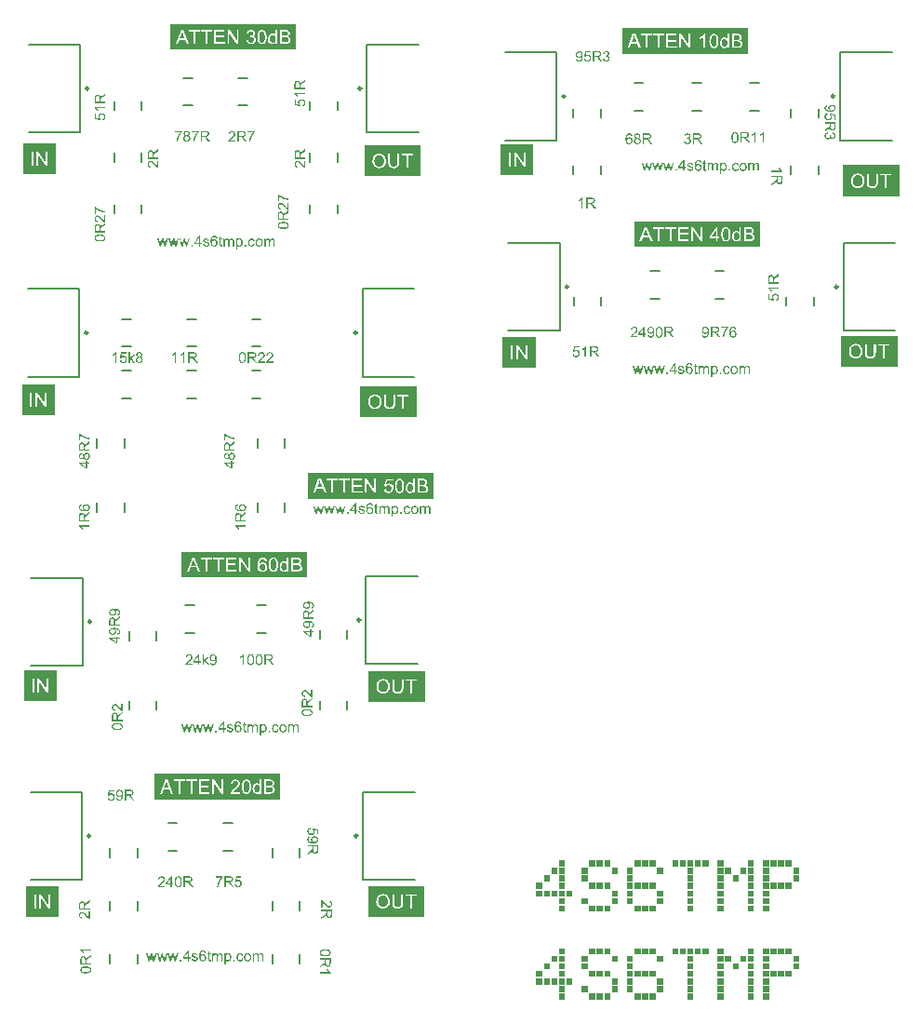
<source format=gbr>
%TF.GenerationSoftware,Altium Limited,Altium Designer,20.0.10 (225)*%
G04 Layer_Color=65535*
%FSLAX26Y26*%
%MOIN*%
%TF.FileFunction,Legend,Top*%
%TF.Part,CustomerPanel*%
G01*
G75*
%TA.AperFunction,NonConductor*%
%ADD22C,0.009842*%
%ADD23C,0.007874*%
G36*
X1296700Y3635118D02*
X845591D01*
Y3726028D01*
X1296700D01*
Y3635118D01*
D02*
G37*
G36*
X2915993Y3620906D02*
X2464884D01*
Y3711816D01*
X2915993D01*
Y3620906D01*
D02*
G37*
G36*
X2408915Y3630152D02*
X2409625Y3630043D01*
X2410498Y3629879D01*
X2411481Y3629606D01*
X2412464Y3629279D01*
X2413447Y3628842D01*
X2413501D01*
X2413556Y3628787D01*
X2413883Y3628623D01*
X2414375Y3628296D01*
X2414921Y3627914D01*
X2415576Y3627368D01*
X2416231Y3626767D01*
X2416886Y3626057D01*
X2417432Y3625238D01*
X2417487Y3625129D01*
X2417651Y3624856D01*
X2417869Y3624365D01*
X2418142Y3623764D01*
X2418415Y3623054D01*
X2418634Y3622235D01*
X2418797Y3621307D01*
X2418852Y3620379D01*
Y3620270D01*
Y3619942D01*
X2418797Y3619505D01*
X2418688Y3618905D01*
X2418524Y3618195D01*
X2418251Y3617430D01*
X2417924Y3616666D01*
X2417487Y3615902D01*
X2417432Y3615792D01*
X2417269Y3615574D01*
X2416941Y3615192D01*
X2416504Y3614755D01*
X2415958Y3614264D01*
X2415303Y3613718D01*
X2414539Y3613226D01*
X2413610Y3612735D01*
X2413665D01*
X2413774Y3612680D01*
X2413938Y3612626D01*
X2414156Y3612571D01*
X2414757Y3612353D01*
X2415521Y3612025D01*
X2416395Y3611588D01*
X2417269Y3611042D01*
X2418088Y3610332D01*
X2418852Y3609513D01*
X2418907Y3609404D01*
X2419125Y3609077D01*
X2419453Y3608531D01*
X2419780Y3607821D01*
X2420108Y3606947D01*
X2420435Y3605910D01*
X2420654Y3604709D01*
X2420708Y3603398D01*
Y3603344D01*
Y3603180D01*
Y3602907D01*
X2420654Y3602579D01*
X2420599Y3602142D01*
X2420490Y3601651D01*
X2420381Y3601105D01*
X2420272Y3600504D01*
X2419835Y3599194D01*
X2419507Y3598484D01*
X2419180Y3597829D01*
X2418743Y3597119D01*
X2418251Y3596409D01*
X2417705Y3595700D01*
X2417050Y3595044D01*
X2416996Y3594990D01*
X2416886Y3594881D01*
X2416668Y3594717D01*
X2416395Y3594498D01*
X2416067Y3594225D01*
X2415631Y3593952D01*
X2415139Y3593625D01*
X2414539Y3593352D01*
X2413938Y3593024D01*
X2413228Y3592697D01*
X2412518Y3592424D01*
X2411699Y3592151D01*
X2410826Y3591932D01*
X2409898Y3591768D01*
X2408969Y3591659D01*
X2407932Y3591605D01*
X2407441D01*
X2407113Y3591659D01*
X2406676Y3591714D01*
X2406185Y3591768D01*
X2405639Y3591878D01*
X2405038Y3591987D01*
X2403728Y3592314D01*
X2402363Y3592860D01*
X2401653Y3593188D01*
X2400998Y3593570D01*
X2400343Y3594062D01*
X2399687Y3594553D01*
X2399633Y3594608D01*
X2399524Y3594717D01*
X2399360Y3594881D01*
X2399196Y3595099D01*
X2398923Y3595372D01*
X2398650Y3595754D01*
X2398322Y3596136D01*
X2397995Y3596628D01*
X2397667Y3597174D01*
X2397340Y3597720D01*
X2396739Y3599030D01*
X2396248Y3600559D01*
X2396084Y3601378D01*
X2395975Y3602252D01*
X2400616Y3602852D01*
Y3602798D01*
X2400670Y3602688D01*
X2400725Y3602470D01*
X2400779Y3602197D01*
X2400834Y3601869D01*
X2400943Y3601487D01*
X2401216Y3600668D01*
X2401598Y3599685D01*
X2402090Y3598757D01*
X2402636Y3597884D01*
X2403291Y3597119D01*
X2403400Y3597065D01*
X2403619Y3596846D01*
X2404055Y3596573D01*
X2404601Y3596300D01*
X2405257Y3595973D01*
X2406076Y3595700D01*
X2407004Y3595481D01*
X2407987Y3595427D01*
X2408314D01*
X2408533Y3595481D01*
X2409133Y3595536D01*
X2409898Y3595700D01*
X2410771Y3595973D01*
X2411699Y3596355D01*
X2412628Y3596901D01*
X2413501Y3597665D01*
X2413610Y3597774D01*
X2413883Y3598102D01*
X2414211Y3598593D01*
X2414648Y3599249D01*
X2415085Y3600068D01*
X2415412Y3600996D01*
X2415685Y3602088D01*
X2415794Y3603289D01*
Y3603344D01*
Y3603453D01*
Y3603617D01*
X2415740Y3603835D01*
X2415685Y3604436D01*
X2415521Y3605145D01*
X2415303Y3606019D01*
X2414921Y3606893D01*
X2414375Y3607766D01*
X2413665Y3608585D01*
X2413556Y3608694D01*
X2413283Y3608913D01*
X2412846Y3609240D01*
X2412245Y3609623D01*
X2411481Y3610005D01*
X2410553Y3610332D01*
X2409515Y3610551D01*
X2408369Y3610660D01*
X2407877D01*
X2407495Y3610605D01*
X2407004Y3610551D01*
X2406458Y3610442D01*
X2405803Y3610332D01*
X2405093Y3610169D01*
X2405639Y3614264D01*
X2405912D01*
X2406130Y3614209D01*
X2406840D01*
X2407441Y3614318D01*
X2408150Y3614427D01*
X2408969Y3614591D01*
X2409898Y3614864D01*
X2410771Y3615246D01*
X2411699Y3615738D01*
X2411754D01*
X2411809Y3615792D01*
X2412082Y3616011D01*
X2412464Y3616393D01*
X2412901Y3616884D01*
X2413337Y3617594D01*
X2413720Y3618413D01*
X2413993Y3619341D01*
X2414102Y3619887D01*
Y3620488D01*
Y3620543D01*
Y3620597D01*
Y3620925D01*
X2413993Y3621362D01*
X2413883Y3621962D01*
X2413665Y3622617D01*
X2413392Y3623327D01*
X2412955Y3624037D01*
X2412355Y3624692D01*
X2412300Y3624747D01*
X2412027Y3624965D01*
X2411645Y3625238D01*
X2411153Y3625566D01*
X2410498Y3625839D01*
X2409734Y3626112D01*
X2408860Y3626330D01*
X2407877Y3626385D01*
X2407441D01*
X2406949Y3626276D01*
X2406294Y3626166D01*
X2405584Y3625948D01*
X2404874Y3625675D01*
X2404110Y3625238D01*
X2403400Y3624692D01*
X2403346Y3624638D01*
X2403127Y3624365D01*
X2402800Y3623982D01*
X2402417Y3623436D01*
X2402035Y3622727D01*
X2401653Y3621853D01*
X2401325Y3620816D01*
X2401107Y3619614D01*
X2396466Y3620433D01*
Y3620488D01*
X2396521Y3620652D01*
X2396575Y3620870D01*
X2396630Y3621198D01*
X2396739Y3621580D01*
X2396903Y3622017D01*
X2397230Y3623054D01*
X2397776Y3624255D01*
X2398432Y3625457D01*
X2399251Y3626603D01*
X2400288Y3627641D01*
X2400343Y3627695D01*
X2400452Y3627750D01*
X2400616Y3627859D01*
X2400834Y3628023D01*
X2401107Y3628241D01*
X2401489Y3628460D01*
X2401871Y3628678D01*
X2402363Y3628951D01*
X2403455Y3629388D01*
X2404711Y3629825D01*
X2406185Y3630098D01*
X2406949Y3630207D01*
X2408314D01*
X2408915Y3630152D01*
D02*
G37*
G36*
X2351694Y3625129D02*
X2336570D01*
X2334550Y3614919D01*
X2334604Y3614973D01*
X2334713Y3615028D01*
X2334877Y3615137D01*
X2335150Y3615301D01*
X2335478Y3615465D01*
X2335860Y3615683D01*
X2336734Y3616120D01*
X2337826Y3616557D01*
X2339027Y3616939D01*
X2340337Y3617212D01*
X2340992Y3617321D01*
X2342194D01*
X2342521Y3617267D01*
X2342958Y3617212D01*
X2343449Y3617157D01*
X2343995Y3617048D01*
X2344596Y3616884D01*
X2345906Y3616502D01*
X2346616Y3616229D01*
X2347326Y3615847D01*
X2348036Y3615465D01*
X2348746Y3615028D01*
X2349401Y3614482D01*
X2350056Y3613881D01*
X2350111Y3613827D01*
X2350220Y3613718D01*
X2350384Y3613554D01*
X2350602Y3613281D01*
X2350875Y3612899D01*
X2351148Y3612516D01*
X2351476Y3612025D01*
X2351803Y3611479D01*
X2352076Y3610878D01*
X2352404Y3610223D01*
X2352677Y3609459D01*
X2352950Y3608694D01*
X2353168Y3607875D01*
X2353332Y3606947D01*
X2353441Y3606019D01*
X2353496Y3605036D01*
Y3604982D01*
Y3604818D01*
Y3604545D01*
X2353441Y3604163D01*
X2353387Y3603726D01*
X2353332Y3603234D01*
X2353223Y3602634D01*
X2353114Y3602033D01*
X2352786Y3600614D01*
X2352240Y3599139D01*
X2351912Y3598375D01*
X2351476Y3597665D01*
X2351039Y3596901D01*
X2350493Y3596191D01*
X2350438Y3596136D01*
X2350329Y3595973D01*
X2350111Y3595754D01*
X2349838Y3595481D01*
X2349455Y3595154D01*
X2349019Y3594717D01*
X2348473Y3594335D01*
X2347872Y3593898D01*
X2347217Y3593461D01*
X2346452Y3593079D01*
X2345633Y3592697D01*
X2344760Y3592314D01*
X2343832Y3592041D01*
X2342794Y3591823D01*
X2341702Y3591659D01*
X2340556Y3591605D01*
X2340064D01*
X2339682Y3591659D01*
X2339245Y3591714D01*
X2338754Y3591768D01*
X2338153Y3591823D01*
X2337553Y3591987D01*
X2336188Y3592314D01*
X2334823Y3592806D01*
X2334113Y3593133D01*
X2333403Y3593516D01*
X2332748Y3593952D01*
X2332093Y3594444D01*
X2332038Y3594498D01*
X2331929Y3594553D01*
X2331820Y3594771D01*
X2331601Y3594990D01*
X2331328Y3595263D01*
X2331055Y3595590D01*
X2330728Y3596027D01*
X2330455Y3596519D01*
X2330127Y3597010D01*
X2329799Y3597611D01*
X2329199Y3598921D01*
X2328707Y3600450D01*
X2328544Y3601269D01*
X2328434Y3602142D01*
X2333294Y3602525D01*
Y3602470D01*
Y3602361D01*
X2333348Y3602197D01*
X2333403Y3601924D01*
X2333567Y3601323D01*
X2333785Y3600504D01*
X2334113Y3599685D01*
X2334550Y3598757D01*
X2335096Y3597938D01*
X2335751Y3597174D01*
X2335860Y3597119D01*
X2336078Y3596901D01*
X2336515Y3596628D01*
X2337116Y3596300D01*
X2337771Y3595973D01*
X2338590Y3595700D01*
X2339518Y3595481D01*
X2340556Y3595427D01*
X2340883D01*
X2341102Y3595481D01*
X2341757Y3595536D01*
X2342521Y3595754D01*
X2343449Y3596027D01*
X2344378Y3596464D01*
X2345360Y3597119D01*
X2345797Y3597501D01*
X2346234Y3597938D01*
X2346289Y3597993D01*
X2346343Y3598047D01*
X2346452Y3598211D01*
X2346616Y3598375D01*
X2346998Y3598976D01*
X2347435Y3599740D01*
X2347817Y3600668D01*
X2348200Y3601815D01*
X2348473Y3603180D01*
X2348582Y3603890D01*
Y3604654D01*
Y3604709D01*
Y3604818D01*
Y3605036D01*
X2348527Y3605309D01*
Y3605637D01*
X2348473Y3606019D01*
X2348309Y3606893D01*
X2348036Y3607930D01*
X2347654Y3608967D01*
X2347108Y3609950D01*
X2346343Y3610878D01*
Y3610933D01*
X2346234Y3610988D01*
X2345961Y3611261D01*
X2345470Y3611643D01*
X2344814Y3612080D01*
X2343941Y3612462D01*
X2342958Y3612844D01*
X2341811Y3613117D01*
X2341156Y3613226D01*
X2340119D01*
X2339682Y3613172D01*
X2339136Y3613117D01*
X2338481Y3612953D01*
X2337826Y3612789D01*
X2337116Y3612516D01*
X2336406Y3612189D01*
X2336351Y3612134D01*
X2336133Y3612025D01*
X2335805Y3611752D01*
X2335369Y3611479D01*
X2334932Y3611097D01*
X2334495Y3610605D01*
X2334004Y3610114D01*
X2333621Y3609513D01*
X2329253Y3610114D01*
X2332912Y3629552D01*
X2351694D01*
Y3625129D01*
D02*
G37*
G36*
X2311563Y3630152D02*
X2311836D01*
X2312218Y3630098D01*
X2313146Y3629934D01*
X2314184Y3629715D01*
X2315330Y3629333D01*
X2316477Y3628842D01*
X2317624Y3628187D01*
X2317678D01*
X2317733Y3628077D01*
X2317897Y3627968D01*
X2318115Y3627804D01*
X2318661Y3627368D01*
X2319371Y3626767D01*
X2320081Y3625948D01*
X2320900Y3624965D01*
X2321609Y3623819D01*
X2322265Y3622508D01*
Y3622454D01*
X2322319Y3622344D01*
X2322428Y3622126D01*
X2322538Y3621853D01*
X2322647Y3621471D01*
X2322811Y3620979D01*
X2322920Y3620433D01*
X2323084Y3619833D01*
X2323247Y3619123D01*
X2323411Y3618304D01*
X2323520Y3617430D01*
X2323630Y3616502D01*
X2323739Y3615465D01*
X2323848Y3614373D01*
X2323903Y3613172D01*
Y3611916D01*
Y3611861D01*
Y3611588D01*
Y3611206D01*
Y3610715D01*
X2323848Y3610114D01*
Y3609404D01*
X2323793Y3608585D01*
X2323684Y3607766D01*
X2323520Y3605910D01*
X2323247Y3603944D01*
X2322865Y3602088D01*
X2322592Y3601160D01*
X2322319Y3600341D01*
Y3600286D01*
X2322265Y3600177D01*
X2322155Y3599958D01*
X2322046Y3599631D01*
X2321882Y3599303D01*
X2321664Y3598866D01*
X2321118Y3597938D01*
X2320463Y3596901D01*
X2319698Y3595809D01*
X2318716Y3594771D01*
X2317624Y3593843D01*
X2317569D01*
X2317460Y3593734D01*
X2317296Y3593625D01*
X2317078Y3593516D01*
X2316750Y3593352D01*
X2316422Y3593133D01*
X2315986Y3592915D01*
X2315549Y3592751D01*
X2314511Y3592314D01*
X2313256Y3591932D01*
X2311891Y3591714D01*
X2310362Y3591605D01*
X2309925D01*
X2309652Y3591659D01*
X2309270D01*
X2308833Y3591714D01*
X2307796Y3591932D01*
X2306649Y3592205D01*
X2305448Y3592642D01*
X2304247Y3593243D01*
X2303646Y3593625D01*
X2303100Y3594062D01*
X2303045Y3594116D01*
X2302991Y3594171D01*
X2302827Y3594335D01*
X2302663Y3594498D01*
X2302445Y3594771D01*
X2302172Y3595099D01*
X2301626Y3595863D01*
X2301080Y3596846D01*
X2300534Y3598047D01*
X2300097Y3599412D01*
X2299769Y3600996D01*
X2304247Y3601378D01*
Y3601323D01*
X2304301Y3601214D01*
Y3601105D01*
X2304356Y3600887D01*
X2304520Y3600286D01*
X2304738Y3599631D01*
X2305011Y3598866D01*
X2305393Y3598102D01*
X2305830Y3597392D01*
X2306376Y3596792D01*
X2306431Y3596737D01*
X2306649Y3596573D01*
X2307031Y3596355D01*
X2307468Y3596136D01*
X2308069Y3595863D01*
X2308778Y3595645D01*
X2309597Y3595481D01*
X2310471Y3595427D01*
X2310853D01*
X2311235Y3595481D01*
X2311727Y3595536D01*
X2312327Y3595645D01*
X2312928Y3595809D01*
X2313583Y3596027D01*
X2314184Y3596355D01*
X2314238Y3596409D01*
X2314457Y3596519D01*
X2314784Y3596737D01*
X2315112Y3597065D01*
X2315549Y3597447D01*
X2315986Y3597884D01*
X2316422Y3598375D01*
X2316859Y3598976D01*
X2316914Y3599030D01*
X2317023Y3599303D01*
X2317241Y3599685D01*
X2317460Y3600177D01*
X2317733Y3600832D01*
X2318006Y3601596D01*
X2318279Y3602470D01*
X2318552Y3603453D01*
Y3603507D01*
X2318606Y3603562D01*
Y3603726D01*
X2318661Y3603944D01*
X2318770Y3604490D01*
X2318934Y3605200D01*
X2319043Y3606074D01*
X2319152Y3607002D01*
X2319207Y3608039D01*
X2319262Y3609131D01*
Y3609186D01*
Y3609350D01*
Y3609623D01*
Y3610059D01*
X2319207Y3609950D01*
X2318989Y3609677D01*
X2318661Y3609295D01*
X2318279Y3608749D01*
X2317733Y3608203D01*
X2317078Y3607602D01*
X2316313Y3607002D01*
X2315440Y3606456D01*
X2315330Y3606401D01*
X2315003Y3606237D01*
X2314511Y3606019D01*
X2313911Y3605801D01*
X2313092Y3605528D01*
X2312218Y3605309D01*
X2311235Y3605145D01*
X2310198Y3605091D01*
X2309761D01*
X2309434Y3605145D01*
X2308997Y3605200D01*
X2308560Y3605255D01*
X2308014Y3605364D01*
X2307468Y3605528D01*
X2306212Y3605910D01*
X2305557Y3606183D01*
X2304902Y3606510D01*
X2304192Y3606893D01*
X2303537Y3607384D01*
X2302882Y3607875D01*
X2302281Y3608476D01*
X2302226Y3608531D01*
X2302117Y3608640D01*
X2302008Y3608804D01*
X2301790Y3609077D01*
X2301517Y3609459D01*
X2301244Y3609841D01*
X2300971Y3610332D01*
X2300698Y3610878D01*
X2300370Y3611479D01*
X2300097Y3612134D01*
X2299824Y3612899D01*
X2299551Y3613663D01*
X2299333Y3614537D01*
X2299223Y3615465D01*
X2299114Y3616393D01*
X2299060Y3617430D01*
Y3617485D01*
Y3617703D01*
Y3617976D01*
X2299114Y3618359D01*
X2299169Y3618850D01*
X2299223Y3619451D01*
X2299333Y3620051D01*
X2299496Y3620761D01*
X2299879Y3622181D01*
X2300152Y3622945D01*
X2300479Y3623764D01*
X2300861Y3624528D01*
X2301353Y3625238D01*
X2301844Y3626003D01*
X2302445Y3626658D01*
X2302499Y3626712D01*
X2302609Y3626822D01*
X2302772Y3626985D01*
X2303045Y3627204D01*
X2303373Y3627477D01*
X2303810Y3627804D01*
X2304247Y3628077D01*
X2304793Y3628460D01*
X2305339Y3628787D01*
X2305994Y3629060D01*
X2307468Y3629661D01*
X2308232Y3629879D01*
X2309106Y3630043D01*
X2309980Y3630152D01*
X2310908Y3630207D01*
X2311290D01*
X2311563Y3630152D01*
D02*
G37*
G36*
X2377738Y3629988D02*
X2378230D01*
X2379376Y3629934D01*
X2380577Y3629770D01*
X2381888Y3629606D01*
X2383089Y3629333D01*
X2383690Y3629169D01*
X2384181Y3629006D01*
X2384236D01*
X2384290Y3628951D01*
X2384618Y3628787D01*
X2385109Y3628569D01*
X2385710Y3628187D01*
X2386365Y3627695D01*
X2387075Y3627040D01*
X2387730Y3626276D01*
X2388385Y3625402D01*
Y3625347D01*
X2388440Y3625293D01*
X2388658Y3624965D01*
X2388877Y3624419D01*
X2389204Y3623709D01*
X2389477Y3622890D01*
X2389750Y3621908D01*
X2389914Y3620870D01*
X2389969Y3619724D01*
Y3619669D01*
Y3619560D01*
Y3619341D01*
X2389914Y3619068D01*
Y3618686D01*
X2389859Y3618304D01*
X2389641Y3617376D01*
X2389313Y3616284D01*
X2388877Y3615137D01*
X2388221Y3613991D01*
X2387785Y3613445D01*
X2387348Y3612899D01*
X2387293Y3612844D01*
X2387239Y3612789D01*
X2387075Y3612626D01*
X2386856Y3612462D01*
X2386583Y3612243D01*
X2386256Y3612025D01*
X2385819Y3611752D01*
X2385382Y3611424D01*
X2384836Y3611151D01*
X2384236Y3610878D01*
X2383580Y3610551D01*
X2382871Y3610278D01*
X2382052Y3610059D01*
X2381233Y3609786D01*
X2380304Y3609623D01*
X2379322Y3609459D01*
X2379431Y3609404D01*
X2379649Y3609295D01*
X2379977Y3609077D01*
X2380414Y3608858D01*
X2381396Y3608258D01*
X2381888Y3607875D01*
X2382325Y3607548D01*
X2382434Y3607439D01*
X2382707Y3607166D01*
X2383144Y3606729D01*
X2383690Y3606183D01*
X2384290Y3605418D01*
X2385000Y3604599D01*
X2385710Y3603617D01*
X2386474Y3602525D01*
X2392972Y3592260D01*
X2386747D01*
X2381779Y3600122D01*
Y3600177D01*
X2381669Y3600286D01*
X2381560Y3600450D01*
X2381396Y3600668D01*
X2381014Y3601269D01*
X2380523Y3602033D01*
X2379922Y3602852D01*
X2379322Y3603726D01*
X2378721Y3604545D01*
X2378175Y3605309D01*
X2378120Y3605364D01*
X2377957Y3605582D01*
X2377684Y3605910D01*
X2377301Y3606292D01*
X2376482Y3607111D01*
X2376046Y3607493D01*
X2375609Y3607821D01*
X2375554Y3607875D01*
X2375445Y3607930D01*
X2375227Y3608039D01*
X2374899Y3608203D01*
X2374571Y3608367D01*
X2374189Y3608531D01*
X2373316Y3608804D01*
X2373261D01*
X2373152Y3608858D01*
X2372933D01*
X2372660Y3608913D01*
X2372278Y3608967D01*
X2371841D01*
X2371241Y3609022D01*
X2364798D01*
Y3592260D01*
X2359775D01*
Y3630043D01*
X2377301D01*
X2377738Y3629988D01*
D02*
G37*
G36*
X1329211Y3521521D02*
X1321219Y3516471D01*
X1321163D01*
X1321052Y3516360D01*
X1320886Y3516249D01*
X1320664Y3516082D01*
X1320053Y3515694D01*
X1319276Y3515194D01*
X1318444Y3514584D01*
X1317556Y3513973D01*
X1316723Y3513363D01*
X1315946Y3512808D01*
X1315891Y3512752D01*
X1315669Y3512586D01*
X1315336Y3512308D01*
X1314947Y3511920D01*
X1314115Y3511087D01*
X1313726Y3510643D01*
X1313393Y3510199D01*
X1313338Y3510144D01*
X1313282Y3510033D01*
X1313171Y3509811D01*
X1313005Y3509478D01*
X1312838Y3509145D01*
X1312672Y3508756D01*
X1312394Y3507868D01*
Y3507813D01*
X1312339Y3507702D01*
Y3507480D01*
X1312283Y3507202D01*
X1312228Y3506814D01*
Y3506370D01*
X1312172Y3505759D01*
Y3499210D01*
X1329211D01*
Y3494104D01*
X1290805D01*
Y3511920D01*
X1290860Y3512364D01*
Y3512863D01*
X1290916Y3514029D01*
X1291082Y3515250D01*
X1291249Y3516582D01*
X1291526Y3517803D01*
X1291693Y3518413D01*
X1291859Y3518913D01*
Y3518968D01*
X1291915Y3519024D01*
X1292081Y3519357D01*
X1292303Y3519856D01*
X1292692Y3520467D01*
X1293191Y3521133D01*
X1293857Y3521854D01*
X1294634Y3522520D01*
X1295522Y3523186D01*
X1295578D01*
X1295633Y3523242D01*
X1295966Y3523464D01*
X1296521Y3523686D01*
X1297243Y3524019D01*
X1298075Y3524296D01*
X1299074Y3524574D01*
X1300129Y3524740D01*
X1301294Y3524796D01*
X1301350D01*
X1301461D01*
X1301683D01*
X1301960Y3524740D01*
X1302349D01*
X1302737Y3524685D01*
X1303681Y3524463D01*
X1304791Y3524130D01*
X1305956Y3523686D01*
X1307122Y3523020D01*
X1307677Y3522576D01*
X1308232Y3522132D01*
X1308287Y3522076D01*
X1308343Y3522021D01*
X1308509Y3521854D01*
X1308676Y3521632D01*
X1308898Y3521355D01*
X1309120Y3521022D01*
X1309397Y3520578D01*
X1309730Y3520134D01*
X1310008Y3519579D01*
X1310285Y3518968D01*
X1310618Y3518302D01*
X1310896Y3517581D01*
X1311118Y3516748D01*
X1311395Y3515916D01*
X1311562Y3514972D01*
X1311728Y3513973D01*
X1311784Y3514084D01*
X1311895Y3514306D01*
X1312117Y3514639D01*
X1312339Y3515083D01*
X1312949Y3516082D01*
X1313338Y3516582D01*
X1313671Y3517026D01*
X1313782Y3517137D01*
X1314059Y3517414D01*
X1314503Y3517858D01*
X1315058Y3518413D01*
X1315835Y3519024D01*
X1316668Y3519745D01*
X1317667Y3520467D01*
X1318777Y3521244D01*
X1329211Y3527848D01*
Y3521521D01*
D02*
G37*
G36*
Y3475290D02*
X1299185D01*
X1299241Y3475234D01*
X1299463Y3474957D01*
X1299796Y3474624D01*
X1300184Y3474069D01*
X1300684Y3473458D01*
X1301239Y3472681D01*
X1301849Y3471793D01*
X1302460Y3470794D01*
Y3470739D01*
X1302515Y3470683D01*
X1302737Y3470350D01*
X1303015Y3469795D01*
X1303348Y3469129D01*
X1303736Y3468352D01*
X1304125Y3467520D01*
X1304513Y3466687D01*
X1304846Y3465855D01*
X1300295D01*
Y3465910D01*
X1300184Y3466021D01*
X1300129Y3466243D01*
X1299962Y3466521D01*
X1299796Y3466854D01*
X1299574Y3467242D01*
X1299019Y3468186D01*
X1298408Y3469296D01*
X1297631Y3470406D01*
X1296743Y3471571D01*
X1295800Y3472737D01*
X1295744Y3472792D01*
X1295689Y3472848D01*
X1295522Y3473014D01*
X1295356Y3473236D01*
X1294801Y3473736D01*
X1294135Y3474402D01*
X1293358Y3475068D01*
X1292470Y3475789D01*
X1291582Y3476400D01*
X1290638Y3476955D01*
Y3480007D01*
X1329211D01*
Y3475290D01*
D02*
G37*
G36*
X613284Y3471521D02*
X605292Y3466471D01*
X605236D01*
X605125Y3466360D01*
X604959Y3466249D01*
X604737Y3466082D01*
X604126Y3465694D01*
X603350Y3465194D01*
X602517Y3464584D01*
X601629Y3463973D01*
X600797Y3463363D01*
X600019Y3462808D01*
X599964Y3462752D01*
X599742Y3462586D01*
X599409Y3462308D01*
X599020Y3461920D01*
X598188Y3461087D01*
X597799Y3460643D01*
X597466Y3460199D01*
X597411Y3460144D01*
X597356Y3460033D01*
X597245Y3459811D01*
X597078Y3459478D01*
X596912Y3459145D01*
X596745Y3458756D01*
X596467Y3457868D01*
Y3457813D01*
X596412Y3457702D01*
Y3457480D01*
X596356Y3457202D01*
X596301Y3456814D01*
Y3456370D01*
X596245Y3455759D01*
Y3449210D01*
X613284D01*
Y3444104D01*
X574878D01*
Y3461920D01*
X574933Y3462364D01*
Y3462863D01*
X574989Y3464029D01*
X575155Y3465250D01*
X575322Y3466582D01*
X575600Y3467803D01*
X575766Y3468413D01*
X575933Y3468913D01*
Y3468968D01*
X575988Y3469024D01*
X576154Y3469357D01*
X576376Y3469856D01*
X576765Y3470467D01*
X577264Y3471133D01*
X577931Y3471854D01*
X578707Y3472520D01*
X579596Y3473186D01*
X579651D01*
X579707Y3473242D01*
X580039Y3473464D01*
X580595Y3473686D01*
X581316Y3474019D01*
X582149Y3474296D01*
X583148Y3474574D01*
X584202Y3474740D01*
X585367Y3474796D01*
X585423D01*
X585534D01*
X585756D01*
X586034Y3474740D01*
X586422D01*
X586811Y3474685D01*
X587754Y3474463D01*
X588864Y3474130D01*
X590029Y3473686D01*
X591195Y3473020D01*
X591750Y3472576D01*
X592305Y3472132D01*
X592361Y3472076D01*
X592416Y3472021D01*
X592582Y3471854D01*
X592749Y3471632D01*
X592971Y3471355D01*
X593193Y3471022D01*
X593471Y3470578D01*
X593803Y3470134D01*
X594081Y3469579D01*
X594359Y3468968D01*
X594692Y3468302D01*
X594969Y3467581D01*
X595191Y3466748D01*
X595468Y3465916D01*
X595635Y3464972D01*
X595802Y3463973D01*
X595857Y3464084D01*
X595968Y3464306D01*
X596190Y3464639D01*
X596412Y3465083D01*
X597023Y3466082D01*
X597411Y3466582D01*
X597744Y3467026D01*
X597855Y3467137D01*
X598133Y3467414D01*
X598577Y3467858D01*
X599131Y3468413D01*
X599909Y3469024D01*
X600741Y3469745D01*
X601740Y3470467D01*
X602850Y3471244D01*
X613284Y3477848D01*
Y3471521D01*
D02*
G37*
G36*
X1317112Y3457807D02*
X1317556Y3457752D01*
X1318055Y3457696D01*
X1318666Y3457585D01*
X1319276Y3457474D01*
X1320719Y3457141D01*
X1322218Y3456586D01*
X1322995Y3456253D01*
X1323716Y3455809D01*
X1324493Y3455365D01*
X1325215Y3454810D01*
X1325270Y3454755D01*
X1325437Y3454644D01*
X1325659Y3454422D01*
X1325936Y3454144D01*
X1326269Y3453756D01*
X1326713Y3453312D01*
X1327102Y3452757D01*
X1327546Y3452146D01*
X1327990Y3451480D01*
X1328378Y3450703D01*
X1328767Y3449871D01*
X1329155Y3448983D01*
X1329433Y3448039D01*
X1329655Y3446985D01*
X1329821Y3445875D01*
X1329877Y3444709D01*
Y3444210D01*
X1329821Y3443821D01*
X1329766Y3443377D01*
X1329710Y3442878D01*
X1329655Y3442267D01*
X1329488Y3441657D01*
X1329155Y3440269D01*
X1328656Y3438882D01*
X1328323Y3438160D01*
X1327934Y3437439D01*
X1327490Y3436773D01*
X1326991Y3436107D01*
X1326935Y3436051D01*
X1326880Y3435940D01*
X1326658Y3435829D01*
X1326436Y3435607D01*
X1326158Y3435330D01*
X1325825Y3435052D01*
X1325381Y3434719D01*
X1324882Y3434442D01*
X1324382Y3434109D01*
X1323772Y3433776D01*
X1322440Y3433165D01*
X1320886Y3432666D01*
X1320053Y3432499D01*
X1319165Y3432388D01*
X1318777Y3437328D01*
X1318832D01*
X1318943D01*
X1319110Y3437383D01*
X1319387Y3437439D01*
X1319998Y3437605D01*
X1320830Y3437827D01*
X1321663Y3438160D01*
X1322606Y3438604D01*
X1323439Y3439159D01*
X1324216Y3439825D01*
X1324271Y3439936D01*
X1324493Y3440158D01*
X1324771Y3440602D01*
X1325104Y3441213D01*
X1325437Y3441879D01*
X1325714Y3442711D01*
X1325936Y3443655D01*
X1325992Y3444709D01*
Y3445042D01*
X1325936Y3445264D01*
X1325881Y3445930D01*
X1325659Y3446707D01*
X1325381Y3447651D01*
X1324937Y3448594D01*
X1324271Y3449593D01*
X1323883Y3450037D01*
X1323439Y3450481D01*
X1323383Y3450537D01*
X1323328Y3450592D01*
X1323161Y3450703D01*
X1322995Y3450870D01*
X1322384Y3451258D01*
X1321607Y3451702D01*
X1320664Y3452091D01*
X1319498Y3452479D01*
X1318111Y3452757D01*
X1317389Y3452868D01*
X1316612D01*
X1316557D01*
X1316446D01*
X1316224D01*
X1315946Y3452812D01*
X1315613D01*
X1315225Y3452757D01*
X1314337Y3452590D01*
X1313282Y3452313D01*
X1312228Y3451924D01*
X1311229Y3451369D01*
X1310285Y3450592D01*
X1310230D01*
X1310174Y3450481D01*
X1309897Y3450204D01*
X1309508Y3449704D01*
X1309064Y3449038D01*
X1308676Y3448150D01*
X1308287Y3447151D01*
X1308010Y3445986D01*
X1307899Y3445320D01*
Y3444265D01*
X1307954Y3443821D01*
X1308010Y3443266D01*
X1308176Y3442600D01*
X1308343Y3441934D01*
X1308620Y3441213D01*
X1308953Y3440491D01*
X1309009Y3440436D01*
X1309120Y3440214D01*
X1309397Y3439881D01*
X1309675Y3439437D01*
X1310063Y3438993D01*
X1310563Y3438549D01*
X1311062Y3438049D01*
X1311673Y3437661D01*
X1311062Y3433221D01*
X1291304Y3436939D01*
Y3456031D01*
X1295800D01*
Y3440658D01*
X1306178Y3438604D01*
X1306123Y3438660D01*
X1306067Y3438771D01*
X1305956Y3438937D01*
X1305790Y3439215D01*
X1305623Y3439548D01*
X1305401Y3439936D01*
X1304957Y3440824D01*
X1304513Y3441934D01*
X1304125Y3443155D01*
X1303847Y3444487D01*
X1303736Y3445153D01*
Y3446374D01*
X1303792Y3446707D01*
X1303847Y3447151D01*
X1303903Y3447651D01*
X1304014Y3448206D01*
X1304180Y3448816D01*
X1304569Y3450148D01*
X1304846Y3450870D01*
X1305235Y3451591D01*
X1305623Y3452313D01*
X1306067Y3453034D01*
X1306622Y3453700D01*
X1307233Y3454366D01*
X1307288Y3454422D01*
X1307399Y3454533D01*
X1307566Y3454699D01*
X1307843Y3454921D01*
X1308232Y3455199D01*
X1308620Y3455476D01*
X1309120Y3455809D01*
X1309675Y3456142D01*
X1310285Y3456420D01*
X1310951Y3456753D01*
X1311728Y3457030D01*
X1312505Y3457308D01*
X1313338Y3457530D01*
X1314281Y3457696D01*
X1315225Y3457807D01*
X1316224Y3457863D01*
X1316279D01*
X1316446D01*
X1316723D01*
X1317112Y3457807D01*
D02*
G37*
G36*
X3217460Y3437677D02*
X3217959Y3437622D01*
X3218570Y3437566D01*
X3219180Y3437455D01*
X3219902Y3437289D01*
X3221345Y3436900D01*
X3222122Y3436623D01*
X3222954Y3436290D01*
X3223731Y3435901D01*
X3224453Y3435402D01*
X3225230Y3434902D01*
X3225896Y3434292D01*
X3225951Y3434236D01*
X3226062Y3434125D01*
X3226229Y3433959D01*
X3226451Y3433681D01*
X3226728Y3433348D01*
X3227061Y3432904D01*
X3227339Y3432460D01*
X3227727Y3431905D01*
X3228060Y3431350D01*
X3228338Y3430684D01*
X3228948Y3429186D01*
X3229170Y3428409D01*
X3229337Y3427521D01*
X3229448Y3426633D01*
X3229503Y3425689D01*
Y3425301D01*
X3229448Y3425023D01*
Y3424746D01*
X3229392Y3424357D01*
X3229226Y3423414D01*
X3229004Y3422359D01*
X3228615Y3421194D01*
X3228116Y3420028D01*
X3227450Y3418863D01*
Y3418807D01*
X3227339Y3418752D01*
X3227228Y3418585D01*
X3227061Y3418363D01*
X3226617Y3417808D01*
X3226007Y3417087D01*
X3225174Y3416365D01*
X3224175Y3415533D01*
X3223010Y3414811D01*
X3221678Y3414145D01*
X3221622D01*
X3221511Y3414090D01*
X3221289Y3413979D01*
X3221012Y3413868D01*
X3220623Y3413757D01*
X3220124Y3413590D01*
X3219569Y3413479D01*
X3218958Y3413313D01*
X3218237Y3413146D01*
X3217404Y3412980D01*
X3216516Y3412869D01*
X3215573Y3412758D01*
X3214518Y3412647D01*
X3213408Y3412536D01*
X3212187Y3412480D01*
X3209690D01*
X3209079Y3412536D01*
X3208358D01*
X3207525Y3412591D01*
X3206693Y3412702D01*
X3204806Y3412869D01*
X3202808Y3413146D01*
X3200921Y3413535D01*
X3199977Y3413812D01*
X3199145Y3414090D01*
X3199089D01*
X3198978Y3414145D01*
X3198756Y3414256D01*
X3198423Y3414367D01*
X3198090Y3414534D01*
X3197646Y3414756D01*
X3196703Y3415311D01*
X3195648Y3415977D01*
X3194538Y3416754D01*
X3193484Y3417753D01*
X3192540Y3418863D01*
Y3418918D01*
X3192429Y3419029D01*
X3192318Y3419196D01*
X3192207Y3419418D01*
X3192041Y3419751D01*
X3191819Y3420084D01*
X3191597Y3420528D01*
X3191430Y3420972D01*
X3190986Y3422026D01*
X3190598Y3423303D01*
X3190376Y3424690D01*
X3190265Y3426244D01*
Y3426688D01*
X3190320Y3426966D01*
Y3427354D01*
X3190376Y3427798D01*
X3190598Y3428853D01*
X3190875Y3430018D01*
X3191319Y3431239D01*
X3191930Y3432460D01*
X3192318Y3433071D01*
X3192762Y3433626D01*
X3192818Y3433681D01*
X3192873Y3433737D01*
X3193040Y3433903D01*
X3193206Y3434070D01*
X3193484Y3434292D01*
X3193817Y3434569D01*
X3194594Y3435124D01*
X3195593Y3435679D01*
X3196814Y3436234D01*
X3198201Y3436678D01*
X3199811Y3437011D01*
X3200199Y3432460D01*
X3200144D01*
X3200033Y3432405D01*
X3199922D01*
X3199700Y3432349D01*
X3199089Y3432183D01*
X3198423Y3431961D01*
X3197646Y3431683D01*
X3196869Y3431295D01*
X3196148Y3430851D01*
X3195537Y3430296D01*
X3195482Y3430240D01*
X3195315Y3430018D01*
X3195093Y3429630D01*
X3194871Y3429186D01*
X3194594Y3428575D01*
X3194372Y3427854D01*
X3194205Y3427021D01*
X3194150Y3426133D01*
Y3425745D01*
X3194205Y3425356D01*
X3194261Y3424857D01*
X3194372Y3424246D01*
X3194538Y3423636D01*
X3194760Y3422970D01*
X3195093Y3422359D01*
X3195149Y3422304D01*
X3195260Y3422082D01*
X3195482Y3421749D01*
X3195815Y3421416D01*
X3196203Y3420972D01*
X3196647Y3420528D01*
X3197147Y3420084D01*
X3197757Y3419640D01*
X3197813Y3419584D01*
X3198090Y3419473D01*
X3198479Y3419251D01*
X3198978Y3419029D01*
X3199644Y3418752D01*
X3200421Y3418474D01*
X3201309Y3418197D01*
X3202308Y3417919D01*
X3202364D01*
X3202419Y3417864D01*
X3202586D01*
X3202808Y3417808D01*
X3203363Y3417697D01*
X3204084Y3417531D01*
X3204972Y3417420D01*
X3205916Y3417309D01*
X3206970Y3417253D01*
X3208080Y3417198D01*
X3209024D01*
X3208913Y3417253D01*
X3208635Y3417475D01*
X3208247Y3417808D01*
X3207692Y3418197D01*
X3207137Y3418752D01*
X3206526Y3419418D01*
X3205916Y3420195D01*
X3205361Y3421083D01*
X3205305Y3421194D01*
X3205139Y3421527D01*
X3204917Y3422026D01*
X3204695Y3422637D01*
X3204417Y3423469D01*
X3204195Y3424357D01*
X3204029Y3425356D01*
X3203973Y3426411D01*
Y3426855D01*
X3204029Y3427188D01*
X3204084Y3427632D01*
X3204140Y3428076D01*
X3204251Y3428631D01*
X3204417Y3429186D01*
X3204806Y3430462D01*
X3205083Y3431128D01*
X3205416Y3431794D01*
X3205805Y3432516D01*
X3206304Y3433182D01*
X3206804Y3433848D01*
X3207414Y3434458D01*
X3207470Y3434514D01*
X3207581Y3434625D01*
X3207747Y3434736D01*
X3208025Y3434958D01*
X3208413Y3435235D01*
X3208802Y3435513D01*
X3209301Y3435790D01*
X3209856Y3436068D01*
X3210467Y3436401D01*
X3211133Y3436678D01*
X3211910Y3436956D01*
X3212687Y3437233D01*
X3213575Y3437455D01*
X3214518Y3437566D01*
X3215462Y3437677D01*
X3216516Y3437733D01*
X3217071D01*
X3217460Y3437677D01*
D02*
G37*
G36*
X613284Y3425290D02*
X583259D01*
X583314Y3425234D01*
X583536Y3424957D01*
X583869Y3424624D01*
X584258Y3424069D01*
X584757Y3423458D01*
X585312Y3422681D01*
X585923Y3421793D01*
X586533Y3420794D01*
Y3420739D01*
X586588Y3420683D01*
X586811Y3420350D01*
X587088Y3419795D01*
X587421Y3419129D01*
X587809Y3418352D01*
X588198Y3417520D01*
X588587Y3416687D01*
X588919Y3415855D01*
X584369D01*
Y3415910D01*
X584258Y3416021D01*
X584202Y3416243D01*
X584035Y3416521D01*
X583869Y3416854D01*
X583647Y3417242D01*
X583092Y3418186D01*
X582481Y3419296D01*
X581705Y3420406D01*
X580817Y3421571D01*
X579873Y3422737D01*
X579817Y3422792D01*
X579762Y3422848D01*
X579596Y3423014D01*
X579429Y3423236D01*
X578874Y3423736D01*
X578208Y3424402D01*
X577431Y3425068D01*
X576543Y3425789D01*
X575655Y3426400D01*
X574712Y3426955D01*
Y3430007D01*
X613284D01*
Y3425290D01*
D02*
G37*
G36*
X601185Y3407807D02*
X601629Y3407752D01*
X602129Y3407696D01*
X602739Y3407585D01*
X603350Y3407474D01*
X604793Y3407141D01*
X606291Y3406586D01*
X607068Y3406253D01*
X607789Y3405809D01*
X608567Y3405365D01*
X609288Y3404810D01*
X609343Y3404755D01*
X609510Y3404644D01*
X609732Y3404422D01*
X610010Y3404144D01*
X610342Y3403756D01*
X610787Y3403312D01*
X611175Y3402757D01*
X611619Y3402146D01*
X612063Y3401480D01*
X612452Y3400703D01*
X612840Y3399871D01*
X613229Y3398983D01*
X613506Y3398039D01*
X613728Y3396985D01*
X613894Y3395875D01*
X613950Y3394709D01*
Y3394210D01*
X613894Y3393821D01*
X613839Y3393377D01*
X613784Y3392878D01*
X613728Y3392267D01*
X613562Y3391657D01*
X613229Y3390269D01*
X612729Y3388882D01*
X612396Y3388160D01*
X612008Y3387439D01*
X611563Y3386773D01*
X611064Y3386107D01*
X611009Y3386051D01*
X610953Y3385940D01*
X610731Y3385829D01*
X610509Y3385607D01*
X610231Y3385330D01*
X609899Y3385052D01*
X609455Y3384719D01*
X608955Y3384442D01*
X608456Y3384109D01*
X607845Y3383776D01*
X606513Y3383165D01*
X604959Y3382666D01*
X604126Y3382499D01*
X603239Y3382388D01*
X602850Y3387328D01*
X602905D01*
X603016D01*
X603183Y3387383D01*
X603461Y3387439D01*
X604071Y3387605D01*
X604904Y3387827D01*
X605736Y3388160D01*
X606679Y3388604D01*
X607512Y3389159D01*
X608289Y3389825D01*
X608345Y3389936D01*
X608567Y3390158D01*
X608844Y3390602D01*
X609177Y3391213D01*
X609510Y3391879D01*
X609788Y3392711D01*
X610010Y3393655D01*
X610065Y3394709D01*
Y3395042D01*
X610010Y3395264D01*
X609954Y3395930D01*
X609732Y3396707D01*
X609455Y3397651D01*
X609010Y3398594D01*
X608345Y3399593D01*
X607956Y3400037D01*
X607512Y3400481D01*
X607457Y3400537D01*
X607401Y3400592D01*
X607235Y3400703D01*
X607068Y3400870D01*
X606457Y3401258D01*
X605681Y3401702D01*
X604737Y3402091D01*
X603572Y3402479D01*
X602184Y3402757D01*
X601462Y3402868D01*
X600686D01*
X600630D01*
X600519D01*
X600297D01*
X600019Y3402812D01*
X599687D01*
X599298Y3402757D01*
X598410Y3402590D01*
X597356Y3402313D01*
X596301Y3401924D01*
X595302Y3401369D01*
X594359Y3400592D01*
X594303D01*
X594247Y3400481D01*
X593970Y3400204D01*
X593582Y3399704D01*
X593138Y3399038D01*
X592749Y3398150D01*
X592361Y3397151D01*
X592083Y3395986D01*
X591972Y3395320D01*
Y3394265D01*
X592028Y3393821D01*
X592083Y3393266D01*
X592250Y3392600D01*
X592416Y3391934D01*
X592693Y3391213D01*
X593027Y3390491D01*
X593082Y3390436D01*
X593193Y3390214D01*
X593471Y3389881D01*
X593748Y3389437D01*
X594136Y3388993D01*
X594636Y3388549D01*
X595135Y3388049D01*
X595746Y3387661D01*
X595135Y3383221D01*
X575378Y3386939D01*
Y3406031D01*
X579873D01*
Y3390658D01*
X590251Y3388604D01*
X590196Y3388660D01*
X590140Y3388771D01*
X590029Y3388937D01*
X589863Y3389215D01*
X589697Y3389548D01*
X589475Y3389936D01*
X589030Y3390824D01*
X588587Y3391934D01*
X588198Y3393155D01*
X587920Y3394487D01*
X587809Y3395153D01*
Y3396374D01*
X587865Y3396707D01*
X587920Y3397151D01*
X587976Y3397651D01*
X588087Y3398206D01*
X588254Y3398816D01*
X588642Y3400148D01*
X588919Y3400870D01*
X589308Y3401591D01*
X589697Y3402313D01*
X590140Y3403034D01*
X590696Y3403700D01*
X591306Y3404366D01*
X591361Y3404422D01*
X591472Y3404533D01*
X591639Y3404699D01*
X591917Y3404921D01*
X592305Y3405199D01*
X592693Y3405476D01*
X593193Y3405809D01*
X593748Y3406142D01*
X594359Y3406420D01*
X595024Y3406753D01*
X595802Y3407030D01*
X596578Y3407308D01*
X597411Y3407530D01*
X598355Y3407696D01*
X599298Y3407807D01*
X600297Y3407863D01*
X600352D01*
X600519D01*
X600797D01*
X601185Y3407807D01*
D02*
G37*
G36*
X3201365Y3402934D02*
X3201198D01*
X3201032Y3402879D01*
X3200754Y3402823D01*
X3200144Y3402657D01*
X3199311Y3402435D01*
X3198479Y3402102D01*
X3197535Y3401658D01*
X3196703Y3401103D01*
X3195926Y3400437D01*
X3195870Y3400326D01*
X3195648Y3400104D01*
X3195371Y3399660D01*
X3195038Y3399049D01*
X3194705Y3398383D01*
X3194427Y3397551D01*
X3194205Y3396607D01*
X3194150Y3395553D01*
Y3395220D01*
X3194205Y3394998D01*
X3194261Y3394332D01*
X3194483Y3393555D01*
X3194760Y3392611D01*
X3195204Y3391668D01*
X3195870Y3390669D01*
X3196259Y3390225D01*
X3196703Y3389781D01*
X3196758Y3389725D01*
X3196814Y3389670D01*
X3196980Y3389559D01*
X3197147Y3389392D01*
X3197757Y3389004D01*
X3198534Y3388560D01*
X3199478Y3388171D01*
X3200643Y3387783D01*
X3202031Y3387505D01*
X3202752Y3387394D01*
X3203918D01*
X3204195Y3387450D01*
X3204528D01*
X3204917Y3387505D01*
X3205805Y3387672D01*
X3206859Y3387949D01*
X3207914Y3388338D01*
X3208913Y3388893D01*
X3209856Y3389670D01*
X3209912D01*
X3209967Y3389781D01*
X3210245Y3390058D01*
X3210633Y3390558D01*
X3211077Y3391224D01*
X3211466Y3392112D01*
X3211854Y3393111D01*
X3212132Y3394276D01*
X3212243Y3394942D01*
Y3395997D01*
X3212187Y3396441D01*
X3212132Y3396996D01*
X3211965Y3397662D01*
X3211799Y3398328D01*
X3211521Y3399049D01*
X3211188Y3399771D01*
X3211133Y3399826D01*
X3211022Y3400048D01*
X3210744Y3400381D01*
X3210467Y3400825D01*
X3210078Y3401269D01*
X3209579Y3401713D01*
X3209079Y3402213D01*
X3208469Y3402601D01*
X3209079Y3407041D01*
X3228837Y3403323D01*
Y3384231D01*
X3224342D01*
Y3399604D01*
X3213963Y3401658D01*
X3214019Y3401602D01*
X3214074Y3401491D01*
X3214185Y3401325D01*
X3214352Y3401047D01*
X3214518Y3400714D01*
X3214740Y3400326D01*
X3215184Y3399438D01*
X3215628Y3398328D01*
X3216017Y3397107D01*
X3216294Y3395775D01*
X3216405Y3395109D01*
Y3393888D01*
X3216350Y3393555D01*
X3216294Y3393111D01*
X3216239Y3392611D01*
X3216128Y3392056D01*
X3215961Y3391446D01*
X3215573Y3390114D01*
X3215295Y3389392D01*
X3214907Y3388671D01*
X3214518Y3387949D01*
X3214074Y3387228D01*
X3213519Y3386562D01*
X3212909Y3385896D01*
X3212853Y3385840D01*
X3212742Y3385729D01*
X3212576Y3385563D01*
X3212298Y3385341D01*
X3211910Y3385063D01*
X3211521Y3384786D01*
X3211022Y3384453D01*
X3210467Y3384120D01*
X3209856Y3383842D01*
X3209190Y3383509D01*
X3208413Y3383232D01*
X3207636Y3382954D01*
X3206804Y3382732D01*
X3205860Y3382566D01*
X3204917Y3382455D01*
X3203918Y3382399D01*
X3203418D01*
X3203030Y3382455D01*
X3202586Y3382510D01*
X3202086Y3382566D01*
X3201476Y3382677D01*
X3200865Y3382788D01*
X3199422Y3383121D01*
X3197924Y3383676D01*
X3197147Y3384009D01*
X3196425Y3384453D01*
X3195648Y3384897D01*
X3194927Y3385452D01*
X3194871Y3385507D01*
X3194705Y3385618D01*
X3194483Y3385840D01*
X3194205Y3386118D01*
X3193872Y3386506D01*
X3193428Y3386950D01*
X3193040Y3387505D01*
X3192596Y3388116D01*
X3192152Y3388782D01*
X3191763Y3389559D01*
X3191375Y3390391D01*
X3190986Y3391279D01*
X3190709Y3392223D01*
X3190487Y3393277D01*
X3190320Y3394387D01*
X3190265Y3395553D01*
Y3396052D01*
X3190320Y3396441D01*
X3190376Y3396885D01*
X3190431Y3397384D01*
X3190487Y3397995D01*
X3190653Y3398605D01*
X3190986Y3399993D01*
X3191486Y3401380D01*
X3191819Y3402102D01*
X3192207Y3402823D01*
X3192651Y3403489D01*
X3193151Y3404155D01*
X3193206Y3404211D01*
X3193262Y3404322D01*
X3193484Y3404433D01*
X3193706Y3404655D01*
X3193983Y3404932D01*
X3194316Y3405210D01*
X3194760Y3405543D01*
X3195260Y3405820D01*
X3195759Y3406153D01*
X3196370Y3406486D01*
X3197702Y3407097D01*
X3199256Y3407596D01*
X3200088Y3407763D01*
X3200976Y3407874D01*
X3201365Y3402934D01*
D02*
G37*
G36*
X3229337Y3358201D02*
X3229281Y3357757D01*
Y3357258D01*
X3229226Y3356092D01*
X3229059Y3354871D01*
X3228893Y3353539D01*
X3228615Y3352318D01*
X3228449Y3351708D01*
X3228282Y3351208D01*
Y3351153D01*
X3228227Y3351097D01*
X3228060Y3350764D01*
X3227838Y3350265D01*
X3227450Y3349654D01*
X3226950Y3348988D01*
X3226284Y3348267D01*
X3225507Y3347601D01*
X3224619Y3346935D01*
X3224564D01*
X3224508Y3346879D01*
X3224175Y3346657D01*
X3223620Y3346435D01*
X3222899Y3346102D01*
X3222066Y3345825D01*
X3221067Y3345547D01*
X3220013Y3345381D01*
X3218847Y3345325D01*
X3218459D01*
X3218181Y3345381D01*
X3217793D01*
X3217404Y3345436D01*
X3216461Y3345658D01*
X3215351Y3345991D01*
X3214185Y3346435D01*
X3213020Y3347101D01*
X3212465Y3347545D01*
X3211910Y3347989D01*
X3211854Y3348045D01*
X3211799Y3348100D01*
X3211632Y3348267D01*
X3211466Y3348489D01*
X3211244Y3348766D01*
X3211022Y3349099D01*
X3210744Y3349543D01*
X3210411Y3349987D01*
X3210134Y3350542D01*
X3209856Y3351153D01*
X3209523Y3351819D01*
X3209246Y3352540D01*
X3209024Y3353373D01*
X3208746Y3354205D01*
X3208580Y3355149D01*
X3208413Y3356148D01*
X3208358Y3356037D01*
X3208247Y3355815D01*
X3208025Y3355482D01*
X3207803Y3355038D01*
X3207192Y3354039D01*
X3206804Y3353539D01*
X3206471Y3353095D01*
X3206360Y3352984D01*
X3206082Y3352707D01*
X3205638Y3352263D01*
X3205083Y3351708D01*
X3204306Y3351097D01*
X3203474Y3350376D01*
X3202475Y3349654D01*
X3201365Y3348877D01*
X3190931Y3342273D01*
Y3348600D01*
X3198923Y3353650D01*
X3198978D01*
X3199089Y3353761D01*
X3199256Y3353872D01*
X3199478Y3354039D01*
X3200088Y3354427D01*
X3200865Y3354927D01*
X3201698Y3355537D01*
X3202586Y3356148D01*
X3203418Y3356758D01*
X3204195Y3357313D01*
X3204251Y3357369D01*
X3204473Y3357535D01*
X3204806Y3357813D01*
X3205194Y3358201D01*
X3206027Y3359034D01*
X3206415Y3359478D01*
X3206748Y3359922D01*
X3206804Y3359977D01*
X3206859Y3360088D01*
X3206970Y3360310D01*
X3207137Y3360643D01*
X3207303Y3360976D01*
X3207470Y3361365D01*
X3207747Y3362253D01*
Y3362308D01*
X3207803Y3362419D01*
Y3362641D01*
X3207858Y3362919D01*
X3207914Y3363307D01*
Y3363751D01*
X3207969Y3364362D01*
Y3370911D01*
X3190931D01*
Y3376017D01*
X3229337D01*
Y3358201D01*
D02*
G37*
G36*
X2491640Y3335469D02*
X2492028D01*
X2492472Y3335414D01*
X2493527Y3335192D01*
X2494692Y3334914D01*
X2495913Y3334470D01*
X2497134Y3333804D01*
X2497745Y3333416D01*
X2498300Y3332972D01*
X2498355Y3332916D01*
X2498411Y3332861D01*
X2498577Y3332694D01*
X2498744Y3332528D01*
X2499021Y3332250D01*
X2499243Y3331917D01*
X2499854Y3331140D01*
X2500464Y3330141D01*
X2501019Y3328920D01*
X2501519Y3327533D01*
X2501852Y3325979D01*
X2497134Y3325590D01*
Y3325646D01*
X2497079Y3325701D01*
X2497023Y3326034D01*
X2496857Y3326534D01*
X2496635Y3327144D01*
X2496413Y3327810D01*
X2496080Y3328476D01*
X2495691Y3329087D01*
X2495303Y3329586D01*
X2495192Y3329697D01*
X2494970Y3329919D01*
X2494581Y3330252D01*
X2494026Y3330641D01*
X2493305Y3330974D01*
X2492528Y3331307D01*
X2491584Y3331529D01*
X2490585Y3331640D01*
X2490197D01*
X2489753Y3331584D01*
X2489253Y3331473D01*
X2488587Y3331307D01*
X2487921Y3331085D01*
X2487255Y3330807D01*
X2486589Y3330363D01*
X2486478Y3330308D01*
X2486201Y3330086D01*
X2485812Y3329697D01*
X2485313Y3329142D01*
X2484758Y3328476D01*
X2484147Y3327699D01*
X2483592Y3326700D01*
X2483037Y3325590D01*
Y3325535D01*
X2482982Y3325424D01*
X2482926Y3325257D01*
X2482815Y3325035D01*
X2482760Y3324702D01*
X2482649Y3324314D01*
X2482538Y3323870D01*
X2482427Y3323315D01*
X2482260Y3322704D01*
X2482149Y3322038D01*
X2482038Y3321317D01*
X2481983Y3320540D01*
X2481872Y3319652D01*
X2481816Y3318764D01*
X2481761Y3317765D01*
Y3316766D01*
X2481816Y3316821D01*
X2482038Y3317154D01*
X2482427Y3317598D01*
X2482926Y3318153D01*
X2483481Y3318819D01*
X2484203Y3319430D01*
X2484980Y3320040D01*
X2485868Y3320595D01*
X2485923D01*
X2485979Y3320651D01*
X2486312Y3320817D01*
X2486811Y3320984D01*
X2487477Y3321261D01*
X2488254Y3321483D01*
X2489142Y3321650D01*
X2490086Y3321816D01*
X2491085Y3321872D01*
X2491529D01*
X2491862Y3321816D01*
X2492306Y3321761D01*
X2492750Y3321705D01*
X2493305Y3321594D01*
X2493860Y3321428D01*
X2495136Y3321039D01*
X2495802Y3320762D01*
X2496468Y3320373D01*
X2497134Y3319985D01*
X2497856Y3319541D01*
X2498522Y3318986D01*
X2499132Y3318375D01*
X2499188Y3318320D01*
X2499299Y3318209D01*
X2499465Y3318042D01*
X2499632Y3317765D01*
X2499909Y3317376D01*
X2500187Y3316988D01*
X2500464Y3316488D01*
X2500797Y3315933D01*
X2501130Y3315323D01*
X2501408Y3314657D01*
X2501685Y3313880D01*
X2501963Y3313103D01*
X2502129Y3312270D01*
X2502296Y3311327D01*
X2502407Y3310383D01*
X2502462Y3309384D01*
Y3309329D01*
Y3309218D01*
Y3309051D01*
Y3308774D01*
X2502407Y3308441D01*
Y3308108D01*
X2502240Y3307220D01*
X2502074Y3306165D01*
X2501796Y3305055D01*
X2501408Y3303834D01*
X2500853Y3302669D01*
Y3302613D01*
X2500797Y3302558D01*
X2500686Y3302391D01*
X2500575Y3302169D01*
X2500242Y3301614D01*
X2499743Y3300893D01*
X2499132Y3300116D01*
X2498411Y3299339D01*
X2497523Y3298562D01*
X2496579Y3297896D01*
X2496524D01*
X2496468Y3297840D01*
X2496302Y3297729D01*
X2496080Y3297674D01*
X2495525Y3297396D01*
X2494803Y3297119D01*
X2493860Y3296786D01*
X2492805Y3296564D01*
X2491640Y3296342D01*
X2490363Y3296286D01*
X2490086D01*
X2489808Y3296342D01*
X2489364D01*
X2488865Y3296397D01*
X2488310Y3296508D01*
X2487644Y3296675D01*
X2486978Y3296841D01*
X2486201Y3297063D01*
X2485424Y3297341D01*
X2484647Y3297674D01*
X2483814Y3298118D01*
X2483037Y3298617D01*
X2482260Y3299172D01*
X2481483Y3299838D01*
X2480762Y3300615D01*
X2480706Y3300671D01*
X2480595Y3300837D01*
X2480429Y3301059D01*
X2480207Y3301448D01*
X2479874Y3301947D01*
X2479596Y3302502D01*
X2479263Y3303224D01*
X2478930Y3304001D01*
X2478542Y3304944D01*
X2478209Y3305999D01*
X2477931Y3307164D01*
X2477654Y3308441D01*
X2477376Y3309884D01*
X2477210Y3311438D01*
X2477099Y3313103D01*
X2477043Y3314879D01*
Y3314934D01*
Y3314990D01*
Y3315156D01*
Y3315378D01*
X2477099Y3315933D01*
Y3316710D01*
X2477154Y3317598D01*
X2477265Y3318653D01*
X2477376Y3319818D01*
X2477543Y3321095D01*
X2477765Y3322371D01*
X2478042Y3323759D01*
X2478375Y3325091D01*
X2478764Y3326423D01*
X2479263Y3327699D01*
X2479818Y3328920D01*
X2480429Y3330086D01*
X2481150Y3331085D01*
X2481206Y3331140D01*
X2481317Y3331251D01*
X2481539Y3331473D01*
X2481816Y3331806D01*
X2482149Y3332139D01*
X2482593Y3332472D01*
X2483148Y3332916D01*
X2483703Y3333305D01*
X2484369Y3333693D01*
X2485091Y3334137D01*
X2485923Y3334470D01*
X2486756Y3334859D01*
X2487699Y3335136D01*
X2488698Y3335358D01*
X2489753Y3335469D01*
X2490863Y3335525D01*
X2491307D01*
X2491640Y3335469D01*
D02*
G37*
G36*
X2700265D02*
X2700986Y3335358D01*
X2701874Y3335192D01*
X2702873Y3334914D01*
X2703872Y3334581D01*
X2704871Y3334137D01*
X2704927D01*
X2704982Y3334082D01*
X2705315Y3333915D01*
X2705815Y3333582D01*
X2706370Y3333194D01*
X2707036Y3332639D01*
X2707702Y3332028D01*
X2708368Y3331307D01*
X2708923Y3330474D01*
X2708978Y3330363D01*
X2709145Y3330086D01*
X2709367Y3329586D01*
X2709644Y3328976D01*
X2709922Y3328254D01*
X2710144Y3327422D01*
X2710310Y3326478D01*
X2710366Y3325535D01*
Y3325424D01*
Y3325091D01*
X2710310Y3324647D01*
X2710199Y3324036D01*
X2710033Y3323315D01*
X2709755Y3322538D01*
X2709422Y3321761D01*
X2708978Y3320984D01*
X2708923Y3320873D01*
X2708756Y3320651D01*
X2708423Y3320262D01*
X2707979Y3319818D01*
X2707424Y3319319D01*
X2706758Y3318764D01*
X2705981Y3318264D01*
X2705038Y3317765D01*
X2705093D01*
X2705204Y3317709D01*
X2705371Y3317654D01*
X2705593Y3317598D01*
X2706203Y3317376D01*
X2706980Y3317043D01*
X2707868Y3316599D01*
X2708756Y3316044D01*
X2709589Y3315323D01*
X2710366Y3314490D01*
X2710421Y3314379D01*
X2710643Y3314046D01*
X2710976Y3313491D01*
X2711309Y3312770D01*
X2711642Y3311882D01*
X2711975Y3310827D01*
X2712197Y3309606D01*
X2712253Y3308274D01*
Y3308219D01*
Y3308052D01*
Y3307775D01*
X2712197Y3307442D01*
X2712142Y3306998D01*
X2712031Y3306498D01*
X2711920Y3305943D01*
X2711809Y3305333D01*
X2711365Y3304001D01*
X2711032Y3303279D01*
X2710699Y3302613D01*
X2710255Y3301892D01*
X2709755Y3301170D01*
X2709200Y3300449D01*
X2708534Y3299783D01*
X2708479Y3299727D01*
X2708368Y3299616D01*
X2708146Y3299450D01*
X2707868Y3299228D01*
X2707535Y3298950D01*
X2707091Y3298673D01*
X2706592Y3298340D01*
X2705981Y3298062D01*
X2705371Y3297729D01*
X2704649Y3297396D01*
X2703928Y3297119D01*
X2703095Y3296841D01*
X2702207Y3296619D01*
X2701264Y3296453D01*
X2700320Y3296342D01*
X2699266Y3296286D01*
X2698766D01*
X2698433Y3296342D01*
X2697989Y3296397D01*
X2697490Y3296453D01*
X2696935Y3296564D01*
X2696324Y3296675D01*
X2694992Y3297008D01*
X2693605Y3297563D01*
X2692883Y3297896D01*
X2692217Y3298284D01*
X2691551Y3298784D01*
X2690885Y3299283D01*
X2690830Y3299339D01*
X2690719Y3299450D01*
X2690552Y3299616D01*
X2690386Y3299838D01*
X2690108Y3300116D01*
X2689831Y3300504D01*
X2689498Y3300893D01*
X2689165Y3301392D01*
X2688832Y3301947D01*
X2688499Y3302502D01*
X2687888Y3303834D01*
X2687389Y3305388D01*
X2687222Y3306221D01*
X2687111Y3307109D01*
X2691829Y3307719D01*
Y3307664D01*
X2691884Y3307553D01*
X2691940Y3307331D01*
X2691995Y3307053D01*
X2692051Y3306720D01*
X2692162Y3306332D01*
X2692439Y3305499D01*
X2692828Y3304500D01*
X2693327Y3303557D01*
X2693882Y3302669D01*
X2694548Y3301892D01*
X2694659Y3301836D01*
X2694881Y3301614D01*
X2695325Y3301337D01*
X2695880Y3301059D01*
X2696546Y3300726D01*
X2697379Y3300449D01*
X2698322Y3300227D01*
X2699321Y3300171D01*
X2699654D01*
X2699876Y3300227D01*
X2700487Y3300282D01*
X2701264Y3300449D01*
X2702152Y3300726D01*
X2703095Y3301115D01*
X2704039Y3301670D01*
X2704927Y3302447D01*
X2705038Y3302558D01*
X2705315Y3302891D01*
X2705648Y3303390D01*
X2706092Y3304056D01*
X2706536Y3304889D01*
X2706869Y3305832D01*
X2707147Y3306942D01*
X2707258Y3308163D01*
Y3308219D01*
Y3308330D01*
Y3308496D01*
X2707202Y3308718D01*
X2707147Y3309329D01*
X2706980Y3310050D01*
X2706758Y3310938D01*
X2706370Y3311826D01*
X2705815Y3312714D01*
X2705093Y3313547D01*
X2704982Y3313658D01*
X2704705Y3313880D01*
X2704261Y3314213D01*
X2703650Y3314601D01*
X2702873Y3314990D01*
X2701930Y3315323D01*
X2700875Y3315545D01*
X2699710Y3315656D01*
X2699210D01*
X2698822Y3315600D01*
X2698322Y3315545D01*
X2697767Y3315434D01*
X2697101Y3315323D01*
X2696380Y3315156D01*
X2696935Y3319319D01*
X2697212D01*
X2697434Y3319263D01*
X2698156D01*
X2698766Y3319374D01*
X2699488Y3319485D01*
X2700320Y3319652D01*
X2701264Y3319929D01*
X2702152Y3320318D01*
X2703095Y3320817D01*
X2703151D01*
X2703206Y3320873D01*
X2703484Y3321095D01*
X2703872Y3321483D01*
X2704316Y3321983D01*
X2704760Y3322704D01*
X2705149Y3323537D01*
X2705426Y3324480D01*
X2705537Y3325035D01*
Y3325646D01*
Y3325701D01*
Y3325757D01*
Y3326090D01*
X2705426Y3326534D01*
X2705315Y3327144D01*
X2705093Y3327810D01*
X2704816Y3328532D01*
X2704372Y3329253D01*
X2703761Y3329919D01*
X2703706Y3329975D01*
X2703428Y3330197D01*
X2703040Y3330474D01*
X2702540Y3330807D01*
X2701874Y3331085D01*
X2701097Y3331362D01*
X2700209Y3331584D01*
X2699210Y3331640D01*
X2698766D01*
X2698267Y3331529D01*
X2697601Y3331418D01*
X2696879Y3331196D01*
X2696158Y3330918D01*
X2695381Y3330474D01*
X2694659Y3329919D01*
X2694604Y3329864D01*
X2694382Y3329586D01*
X2694049Y3329198D01*
X2693660Y3328643D01*
X2693272Y3327921D01*
X2692883Y3327033D01*
X2692550Y3325979D01*
X2692328Y3324758D01*
X2687611Y3325590D01*
Y3325646D01*
X2687666Y3325812D01*
X2687722Y3326034D01*
X2687777Y3326367D01*
X2687888Y3326756D01*
X2688055Y3327200D01*
X2688388Y3328254D01*
X2688943Y3329475D01*
X2689609Y3330696D01*
X2690441Y3331862D01*
X2691496Y3332916D01*
X2691551Y3332972D01*
X2691662Y3333027D01*
X2691829Y3333138D01*
X2692051Y3333305D01*
X2692328Y3333527D01*
X2692717Y3333749D01*
X2693105Y3333971D01*
X2693605Y3334248D01*
X2694715Y3334692D01*
X2695991Y3335136D01*
X2697490Y3335414D01*
X2698267Y3335525D01*
X2699654D01*
X2700265Y3335469D01*
D02*
G37*
G36*
X3201698Y3334503D02*
X3201642D01*
X3201531Y3334447D01*
X3201309Y3334392D01*
X3201032Y3334336D01*
X3200699Y3334281D01*
X3200310Y3334170D01*
X3199478Y3333892D01*
X3198479Y3333504D01*
X3197535Y3333004D01*
X3196647Y3332449D01*
X3195870Y3331783D01*
X3195815Y3331672D01*
X3195593Y3331450D01*
X3195315Y3331006D01*
X3195038Y3330451D01*
X3194705Y3329785D01*
X3194427Y3328953D01*
X3194205Y3328009D01*
X3194150Y3327010D01*
Y3326677D01*
X3194205Y3326455D01*
X3194261Y3325845D01*
X3194427Y3325068D01*
X3194705Y3324180D01*
X3195093Y3323236D01*
X3195648Y3322293D01*
X3196425Y3321405D01*
X3196536Y3321294D01*
X3196869Y3321016D01*
X3197369Y3320683D01*
X3198035Y3320239D01*
X3198867Y3319795D01*
X3199811Y3319462D01*
X3200921Y3319185D01*
X3202142Y3319074D01*
X3202475D01*
X3202697Y3319129D01*
X3203307Y3319185D01*
X3204029Y3319351D01*
X3204917Y3319573D01*
X3205805Y3319962D01*
X3206693Y3320517D01*
X3207525Y3321238D01*
X3207636Y3321349D01*
X3207858Y3321627D01*
X3208191Y3322071D01*
X3208580Y3322681D01*
X3208968Y3323458D01*
X3209301Y3324402D01*
X3209523Y3325456D01*
X3209634Y3326622D01*
Y3327121D01*
X3209579Y3327510D01*
X3209523Y3328009D01*
X3209412Y3328564D01*
X3209301Y3329230D01*
X3209135Y3329952D01*
X3213297Y3329397D01*
Y3329119D01*
X3213242Y3328897D01*
Y3328176D01*
X3213353Y3327565D01*
X3213464Y3326844D01*
X3213630Y3326011D01*
X3213908Y3325068D01*
X3214296Y3324180D01*
X3214796Y3323236D01*
Y3323181D01*
X3214851Y3323125D01*
X3215073Y3322848D01*
X3215462Y3322459D01*
X3215961Y3322015D01*
X3216683Y3321571D01*
X3217515Y3321183D01*
X3218459Y3320905D01*
X3219014Y3320794D01*
X3220068D01*
X3220512Y3320905D01*
X3221123Y3321016D01*
X3221789Y3321238D01*
X3222510Y3321516D01*
X3223232Y3321960D01*
X3223898Y3322570D01*
X3223953Y3322626D01*
X3224175Y3322903D01*
X3224453Y3323292D01*
X3224786Y3323791D01*
X3225063Y3324457D01*
X3225341Y3325234D01*
X3225563Y3326122D01*
X3225618Y3327121D01*
Y3327565D01*
X3225507Y3328065D01*
X3225396Y3328731D01*
X3225174Y3329452D01*
X3224897Y3330174D01*
X3224453Y3330951D01*
X3223898Y3331672D01*
X3223842Y3331728D01*
X3223565Y3331950D01*
X3223176Y3332283D01*
X3222621Y3332671D01*
X3221900Y3333060D01*
X3221012Y3333448D01*
X3219957Y3333781D01*
X3218736Y3334003D01*
X3219569Y3338721D01*
X3219624D01*
X3219791Y3338665D01*
X3220013Y3338610D01*
X3220346Y3338554D01*
X3220734Y3338443D01*
X3221178Y3338277D01*
X3222233Y3337944D01*
X3223454Y3337389D01*
X3224675Y3336723D01*
X3225840Y3335890D01*
X3226895Y3334836D01*
X3226950Y3334780D01*
X3227006Y3334669D01*
X3227117Y3334503D01*
X3227283Y3334281D01*
X3227505Y3334003D01*
X3227727Y3333615D01*
X3227949Y3333226D01*
X3228227Y3332727D01*
X3228671Y3331617D01*
X3229115Y3330340D01*
X3229392Y3328842D01*
X3229503Y3328065D01*
Y3326677D01*
X3229448Y3326067D01*
X3229337Y3325345D01*
X3229170Y3324457D01*
X3228893Y3323458D01*
X3228560Y3322459D01*
X3228116Y3321460D01*
Y3321405D01*
X3228060Y3321349D01*
X3227894Y3321016D01*
X3227561Y3320517D01*
X3227172Y3319962D01*
X3226617Y3319296D01*
X3226007Y3318630D01*
X3225285Y3317964D01*
X3224453Y3317409D01*
X3224342Y3317353D01*
X3224064Y3317187D01*
X3223565Y3316965D01*
X3222954Y3316687D01*
X3222233Y3316410D01*
X3221400Y3316188D01*
X3220457Y3316021D01*
X3219513Y3315966D01*
X3219069D01*
X3218625Y3316021D01*
X3218015Y3316132D01*
X3217293Y3316299D01*
X3216516Y3316576D01*
X3215739Y3316909D01*
X3214962Y3317353D01*
X3214851Y3317409D01*
X3214629Y3317575D01*
X3214241Y3317908D01*
X3213797Y3318352D01*
X3213297Y3318907D01*
X3212742Y3319573D01*
X3212243Y3320350D01*
X3211743Y3321294D01*
Y3321238D01*
X3211688Y3321127D01*
X3211632Y3320961D01*
X3211577Y3320739D01*
X3211355Y3320128D01*
X3211022Y3319351D01*
X3210578Y3318463D01*
X3210023Y3317575D01*
X3209301Y3316743D01*
X3208469Y3315966D01*
X3208358Y3315910D01*
X3208025Y3315688D01*
X3207470Y3315355D01*
X3206748Y3315022D01*
X3205860Y3314689D01*
X3204806Y3314356D01*
X3203585Y3314134D01*
X3202253Y3314079D01*
X3201753D01*
X3201420Y3314134D01*
X3200976Y3314190D01*
X3200477Y3314301D01*
X3199922Y3314412D01*
X3199311Y3314523D01*
X3197979Y3314967D01*
X3197258Y3315300D01*
X3196592Y3315633D01*
X3195870Y3316077D01*
X3195149Y3316576D01*
X3194427Y3317131D01*
X3193761Y3317797D01*
X3193706Y3317853D01*
X3193595Y3317964D01*
X3193428Y3318186D01*
X3193206Y3318463D01*
X3192929Y3318796D01*
X3192651Y3319240D01*
X3192318Y3319740D01*
X3192041Y3320350D01*
X3191708Y3320961D01*
X3191375Y3321682D01*
X3191097Y3322404D01*
X3190820Y3323236D01*
X3190598Y3324124D01*
X3190431Y3325068D01*
X3190320Y3326011D01*
X3190265Y3327066D01*
Y3327565D01*
X3190320Y3327898D01*
X3190376Y3328342D01*
X3190431Y3328842D01*
X3190542Y3329397D01*
X3190653Y3330007D01*
X3190986Y3331339D01*
X3191541Y3332727D01*
X3191874Y3333448D01*
X3192263Y3334114D01*
X3192762Y3334780D01*
X3193262Y3335446D01*
X3193317Y3335502D01*
X3193428Y3335613D01*
X3193595Y3335779D01*
X3193817Y3335946D01*
X3194094Y3336223D01*
X3194483Y3336501D01*
X3194871Y3336834D01*
X3195371Y3337167D01*
X3195926Y3337500D01*
X3196481Y3337833D01*
X3197813Y3338443D01*
X3199367Y3338943D01*
X3200199Y3339109D01*
X3201087Y3339220D01*
X3201698Y3334503D01*
D02*
G37*
G36*
X972599Y3344515D02*
X973099D01*
X974264Y3344460D01*
X975485Y3344294D01*
X976817Y3344127D01*
X978038Y3343849D01*
X978649Y3343683D01*
X979148Y3343517D01*
X979204D01*
X979259Y3343461D01*
X979592Y3343294D01*
X980092Y3343073D01*
X980702Y3342684D01*
X981368Y3342184D01*
X982090Y3341519D01*
X982756Y3340742D01*
X983422Y3339854D01*
Y3339798D01*
X983477Y3339742D01*
X983699Y3339410D01*
X983921Y3338854D01*
X984254Y3338133D01*
X984532Y3337300D01*
X984809Y3336302D01*
X984976Y3335247D01*
X985031Y3334081D01*
Y3334026D01*
Y3333915D01*
Y3333693D01*
X984976Y3333416D01*
Y3333027D01*
X984920Y3332639D01*
X984698Y3331695D01*
X984365Y3330585D01*
X983921Y3329419D01*
X983255Y3328254D01*
X982811Y3327699D01*
X982367Y3327144D01*
X982312Y3327088D01*
X982256Y3327033D01*
X982090Y3326867D01*
X981868Y3326700D01*
X981590Y3326478D01*
X981257Y3326256D01*
X980813Y3325979D01*
X980369Y3325646D01*
X979814Y3325368D01*
X979204Y3325090D01*
X978538Y3324758D01*
X977816Y3324480D01*
X976984Y3324258D01*
X976151Y3323981D01*
X975208Y3323814D01*
X974209Y3323648D01*
X974320Y3323592D01*
X974542Y3323481D01*
X974875Y3323259D01*
X975319Y3323037D01*
X976318Y3322427D01*
X976817Y3322038D01*
X977261Y3321705D01*
X977372Y3321594D01*
X977650Y3321316D01*
X978094Y3320872D01*
X978649Y3320318D01*
X979259Y3319541D01*
X979981Y3318708D01*
X980702Y3317709D01*
X981479Y3316599D01*
X988084Y3306165D01*
X981757D01*
X976706Y3314157D01*
Y3314213D01*
X976595Y3314323D01*
X976484Y3314490D01*
X976318Y3314712D01*
X975929Y3315323D01*
X975430Y3316099D01*
X974819Y3316932D01*
X974209Y3317820D01*
X973598Y3318653D01*
X973043Y3319430D01*
X972988Y3319485D01*
X972821Y3319707D01*
X972544Y3320040D01*
X972155Y3320428D01*
X971323Y3321261D01*
X970879Y3321649D01*
X970435Y3321983D01*
X970379Y3322038D01*
X970268Y3322093D01*
X970046Y3322204D01*
X969713Y3322371D01*
X969380Y3322537D01*
X968992Y3322704D01*
X968104Y3322981D01*
X968048D01*
X967937Y3323037D01*
X967715D01*
X967438Y3323093D01*
X967049Y3323148D01*
X966605D01*
X965995Y3323204D01*
X959446D01*
Y3306165D01*
X954340D01*
Y3344571D01*
X972155D01*
X972599Y3344515D01*
D02*
G37*
G36*
X947680Y3340353D02*
X947624Y3340298D01*
X947513Y3340186D01*
X947291Y3339965D01*
X947069Y3339631D01*
X946736Y3339243D01*
X946292Y3338799D01*
X945848Y3338244D01*
X945349Y3337578D01*
X944849Y3336912D01*
X944239Y3336135D01*
X943628Y3335247D01*
X943018Y3334359D01*
X942352Y3333360D01*
X941686Y3332305D01*
X941020Y3331140D01*
X940354Y3329974D01*
X940298Y3329919D01*
X940187Y3329697D01*
X940021Y3329364D01*
X939743Y3328865D01*
X939466Y3328254D01*
X939133Y3327588D01*
X938744Y3326811D01*
X938356Y3325923D01*
X937912Y3324924D01*
X937412Y3323925D01*
X936968Y3322815D01*
X936524Y3321649D01*
X935636Y3319263D01*
X934804Y3316710D01*
Y3316655D01*
X934748Y3316488D01*
X934693Y3316211D01*
X934582Y3315878D01*
X934471Y3315434D01*
X934360Y3314878D01*
X934193Y3314268D01*
X934082Y3313602D01*
X933916Y3312825D01*
X933749Y3311992D01*
X933472Y3310216D01*
X933194Y3308274D01*
X933028Y3306165D01*
X928199D01*
Y3306220D01*
Y3306387D01*
Y3306609D01*
X928255Y3306942D01*
Y3307386D01*
X928310Y3307941D01*
X928366Y3308552D01*
X928421Y3309218D01*
X928532Y3309994D01*
X928643Y3310771D01*
X928810Y3311715D01*
X928976Y3312659D01*
X929143Y3313657D01*
X929365Y3314767D01*
X929920Y3317043D01*
Y3317099D01*
X929975Y3317320D01*
X930086Y3317653D01*
X930253Y3318153D01*
X930419Y3318708D01*
X930641Y3319374D01*
X930863Y3320151D01*
X931196Y3320983D01*
X931529Y3321927D01*
X931862Y3322870D01*
X932695Y3324979D01*
X933694Y3327200D01*
X934804Y3329419D01*
X934859Y3329475D01*
X934970Y3329697D01*
X935137Y3329974D01*
X935359Y3330419D01*
X935636Y3330918D01*
X936025Y3331528D01*
X936413Y3332195D01*
X936857Y3332916D01*
X937912Y3334526D01*
X939022Y3336191D01*
X940298Y3337911D01*
X941630Y3339521D01*
X922816D01*
Y3344072D01*
X947680D01*
Y3340353D01*
D02*
G37*
G36*
X887962D02*
X887906Y3340298D01*
X887795Y3340186D01*
X887573Y3339965D01*
X887351Y3339631D01*
X887018Y3339243D01*
X886574Y3338799D01*
X886130Y3338244D01*
X885631Y3337578D01*
X885131Y3336912D01*
X884521Y3336135D01*
X883910Y3335247D01*
X883300Y3334359D01*
X882634Y3333360D01*
X881968Y3332305D01*
X881302Y3331140D01*
X880636Y3329974D01*
X880580Y3329919D01*
X880469Y3329697D01*
X880303Y3329364D01*
X880025Y3328865D01*
X879748Y3328254D01*
X879415Y3327588D01*
X879026Y3326811D01*
X878638Y3325923D01*
X878194Y3324924D01*
X877694Y3323925D01*
X877250Y3322815D01*
X876806Y3321649D01*
X875918Y3319263D01*
X875086Y3316710D01*
Y3316655D01*
X875030Y3316488D01*
X874975Y3316211D01*
X874864Y3315878D01*
X874753Y3315434D01*
X874642Y3314878D01*
X874475Y3314268D01*
X874364Y3313602D01*
X874198Y3312825D01*
X874031Y3311992D01*
X873754Y3310216D01*
X873476Y3308274D01*
X873310Y3306165D01*
X868481D01*
Y3306220D01*
Y3306387D01*
Y3306609D01*
X868537Y3306942D01*
Y3307386D01*
X868592Y3307941D01*
X868648Y3308552D01*
X868703Y3309218D01*
X868814Y3309994D01*
X868925Y3310771D01*
X869092Y3311715D01*
X869258Y3312659D01*
X869425Y3313657D01*
X869647Y3314767D01*
X870202Y3317043D01*
Y3317099D01*
X870257Y3317320D01*
X870368Y3317653D01*
X870535Y3318153D01*
X870701Y3318708D01*
X870923Y3319374D01*
X871145Y3320151D01*
X871478Y3320983D01*
X871811Y3321927D01*
X872144Y3322870D01*
X872977Y3324979D01*
X873976Y3327200D01*
X875086Y3329419D01*
X875141Y3329475D01*
X875252Y3329697D01*
X875419Y3329974D01*
X875641Y3330419D01*
X875918Y3330918D01*
X876307Y3331528D01*
X876695Y3332195D01*
X877139Y3332916D01*
X878194Y3334526D01*
X879304Y3336191D01*
X880580Y3337911D01*
X881912Y3339521D01*
X863098D01*
Y3344072D01*
X887962D01*
Y3340353D01*
D02*
G37*
G36*
X1147821Y3339687D02*
X1147766Y3339631D01*
X1147655Y3339521D01*
X1147433Y3339298D01*
X1147211Y3338965D01*
X1146878Y3338577D01*
X1146434Y3338133D01*
X1145990Y3337578D01*
X1145490Y3336912D01*
X1144991Y3336246D01*
X1144380Y3335469D01*
X1143770Y3334581D01*
X1143159Y3333693D01*
X1142493Y3332694D01*
X1141827Y3331640D01*
X1141161Y3330474D01*
X1140495Y3329309D01*
X1140440Y3329253D01*
X1140329Y3329031D01*
X1140162Y3328698D01*
X1139885Y3328198D01*
X1139607Y3327588D01*
X1139274Y3326922D01*
X1138886Y3326145D01*
X1138497Y3325257D01*
X1138053Y3324258D01*
X1137554Y3323259D01*
X1137110Y3322149D01*
X1136666Y3320983D01*
X1135778Y3318597D01*
X1134945Y3316044D01*
Y3315988D01*
X1134890Y3315822D01*
X1134834Y3315544D01*
X1134723Y3315211D01*
X1134612Y3314767D01*
X1134501Y3314213D01*
X1134335Y3313602D01*
X1134224Y3312936D01*
X1134057Y3312159D01*
X1133891Y3311327D01*
X1133613Y3309550D01*
X1133336Y3307608D01*
X1133169Y3305499D01*
X1128341D01*
Y3305555D01*
Y3305721D01*
Y3305943D01*
X1128396Y3306276D01*
Y3306720D01*
X1128452Y3307275D01*
X1128507Y3307885D01*
X1128563Y3308552D01*
X1128674Y3309329D01*
X1128785Y3310106D01*
X1128951Y3311049D01*
X1129118Y3311992D01*
X1129284Y3312992D01*
X1129506Y3314102D01*
X1130061Y3316377D01*
Y3316432D01*
X1130117Y3316655D01*
X1130228Y3316988D01*
X1130394Y3317487D01*
X1130561Y3318042D01*
X1130783Y3318708D01*
X1131005Y3319485D01*
X1131338Y3320318D01*
X1131671Y3321261D01*
X1132004Y3322204D01*
X1132836Y3324314D01*
X1133835Y3326534D01*
X1134945Y3328753D01*
X1135001Y3328809D01*
X1135112Y3329031D01*
X1135278Y3329309D01*
X1135500Y3329753D01*
X1135778Y3330252D01*
X1136166Y3330863D01*
X1136555Y3331528D01*
X1136999Y3332250D01*
X1138053Y3333860D01*
X1139163Y3335524D01*
X1140440Y3337245D01*
X1141772Y3338854D01*
X1122957D01*
Y3343405D01*
X1147821D01*
Y3339687D01*
D02*
G37*
G36*
X1104143Y3343849D02*
X1104642D01*
X1105808Y3343794D01*
X1107029Y3343628D01*
X1108361Y3343461D01*
X1109582Y3343184D01*
X1110192Y3343017D01*
X1110692Y3342851D01*
X1110747D01*
X1110803Y3342795D01*
X1111136Y3342628D01*
X1111635Y3342407D01*
X1112246Y3342018D01*
X1112912Y3341519D01*
X1113633Y3340852D01*
X1114299Y3340075D01*
X1114965Y3339188D01*
Y3339132D01*
X1115021Y3339077D01*
X1115243Y3338744D01*
X1115465Y3338189D01*
X1115798Y3337467D01*
X1116075Y3336635D01*
X1116353Y3335635D01*
X1116519Y3334581D01*
X1116575Y3333416D01*
Y3333360D01*
Y3333249D01*
Y3333027D01*
X1116519Y3332749D01*
Y3332361D01*
X1116464Y3331972D01*
X1116242Y3331029D01*
X1115909Y3329919D01*
X1115465Y3328753D01*
X1114799Y3327588D01*
X1114355Y3327033D01*
X1113911Y3326478D01*
X1113855Y3326423D01*
X1113800Y3326367D01*
X1113633Y3326200D01*
X1113411Y3326034D01*
X1113134Y3325812D01*
X1112801Y3325590D01*
X1112357Y3325312D01*
X1111913Y3324979D01*
X1111358Y3324702D01*
X1110747Y3324425D01*
X1110081Y3324091D01*
X1109360Y3323814D01*
X1108527Y3323592D01*
X1107695Y3323314D01*
X1106751Y3323148D01*
X1105752Y3322981D01*
X1105863Y3322926D01*
X1106085Y3322815D01*
X1106418Y3322593D01*
X1106862Y3322371D01*
X1107861Y3321760D01*
X1108361Y3321372D01*
X1108805Y3321039D01*
X1108916Y3320928D01*
X1109193Y3320651D01*
X1109637Y3320206D01*
X1110192Y3319651D01*
X1110803Y3318874D01*
X1111524Y3318042D01*
X1112246Y3317043D01*
X1113023Y3315933D01*
X1119627Y3305499D01*
X1113300D01*
X1108250Y3313491D01*
Y3313546D01*
X1108139Y3313657D01*
X1108028Y3313824D01*
X1107861Y3314046D01*
X1107473Y3314657D01*
X1106973Y3315434D01*
X1106363Y3316266D01*
X1105752Y3317154D01*
X1105142Y3317986D01*
X1104587Y3318764D01*
X1104531Y3318819D01*
X1104365Y3319041D01*
X1104087Y3319374D01*
X1103699Y3319762D01*
X1102866Y3320595D01*
X1102422Y3320983D01*
X1101978Y3321316D01*
X1101923Y3321372D01*
X1101812Y3321427D01*
X1101590Y3321539D01*
X1101257Y3321705D01*
X1100924Y3321872D01*
X1100535Y3322038D01*
X1099647Y3322316D01*
X1099592D01*
X1099481Y3322371D01*
X1099259D01*
X1098981Y3322427D01*
X1098593Y3322482D01*
X1098149D01*
X1097538Y3322537D01*
X1090989D01*
Y3305499D01*
X1085883D01*
Y3343905D01*
X1103699D01*
X1104143Y3343849D01*
D02*
G37*
G36*
X1067679Y3344016D02*
X1068123Y3343961D01*
X1068678Y3343905D01*
X1069289Y3343794D01*
X1069899Y3343683D01*
X1071342Y3343294D01*
X1072785Y3342740D01*
X1073507Y3342407D01*
X1074228Y3342018D01*
X1074894Y3341519D01*
X1075505Y3340963D01*
X1075560Y3340908D01*
X1075671Y3340852D01*
X1075782Y3340631D01*
X1076004Y3340409D01*
X1076282Y3340131D01*
X1076559Y3339742D01*
X1076837Y3339354D01*
X1077170Y3338854D01*
X1077725Y3337800D01*
X1078280Y3336468D01*
X1078502Y3335802D01*
X1078613Y3335025D01*
X1078724Y3334248D01*
X1078779Y3333416D01*
Y3333305D01*
Y3333027D01*
X1078724Y3332583D01*
X1078668Y3331972D01*
X1078557Y3331307D01*
X1078335Y3330530D01*
X1078113Y3329697D01*
X1077780Y3328865D01*
X1077725Y3328753D01*
X1077614Y3328476D01*
X1077392Y3328032D01*
X1077059Y3327421D01*
X1076615Y3326756D01*
X1076060Y3325923D01*
X1075394Y3325090D01*
X1074617Y3324147D01*
X1074506Y3324036D01*
X1074228Y3323703D01*
X1073951Y3323425D01*
X1073673Y3323148D01*
X1073340Y3322815D01*
X1072896Y3322371D01*
X1072452Y3321927D01*
X1071897Y3321427D01*
X1071342Y3320872D01*
X1070676Y3320262D01*
X1069955Y3319651D01*
X1069178Y3318930D01*
X1068290Y3318209D01*
X1067402Y3317432D01*
X1067346Y3317376D01*
X1067235Y3317265D01*
X1067013Y3317099D01*
X1066736Y3316876D01*
X1066403Y3316544D01*
X1066014Y3316211D01*
X1065126Y3315489D01*
X1064183Y3314657D01*
X1063295Y3313824D01*
X1062518Y3313102D01*
X1062185Y3312825D01*
X1061907Y3312548D01*
X1061852Y3312492D01*
X1061685Y3312325D01*
X1061463Y3312104D01*
X1061186Y3311771D01*
X1060908Y3311382D01*
X1060575Y3310994D01*
X1059909Y3310050D01*
X1078835D01*
Y3305499D01*
X1053360D01*
Y3305555D01*
Y3305776D01*
Y3306110D01*
X1053416Y3306553D01*
X1053471Y3307053D01*
X1053582Y3307608D01*
X1053693Y3308163D01*
X1053915Y3308773D01*
Y3308829D01*
X1053971Y3308885D01*
X1054082Y3309218D01*
X1054304Y3309717D01*
X1054637Y3310383D01*
X1055081Y3311160D01*
X1055636Y3312048D01*
X1056246Y3312936D01*
X1057023Y3313880D01*
Y3313935D01*
X1057134Y3313990D01*
X1057412Y3314323D01*
X1057911Y3314823D01*
X1058633Y3315544D01*
X1059465Y3316377D01*
X1060520Y3317376D01*
X1061796Y3318486D01*
X1063184Y3319651D01*
X1063239Y3319707D01*
X1063461Y3319874D01*
X1063794Y3320151D01*
X1064183Y3320484D01*
X1064682Y3320928D01*
X1065293Y3321427D01*
X1065903Y3321983D01*
X1066625Y3322593D01*
X1068012Y3323925D01*
X1069400Y3325257D01*
X1070066Y3325923D01*
X1070676Y3326589D01*
X1071231Y3327200D01*
X1071675Y3327810D01*
Y3327865D01*
X1071786Y3327921D01*
X1071897Y3328088D01*
X1072008Y3328309D01*
X1072397Y3328920D01*
X1072841Y3329642D01*
X1073229Y3330530D01*
X1073618Y3331473D01*
X1073840Y3332528D01*
X1073951Y3333526D01*
Y3333582D01*
Y3333637D01*
X1073895Y3333970D01*
X1073840Y3334526D01*
X1073673Y3335136D01*
X1073451Y3335913D01*
X1073063Y3336690D01*
X1072563Y3337467D01*
X1071897Y3338244D01*
X1071786Y3338355D01*
X1071509Y3338577D01*
X1071120Y3338854D01*
X1070510Y3339243D01*
X1069733Y3339576D01*
X1068845Y3339909D01*
X1067790Y3340131D01*
X1066625Y3340186D01*
X1066292D01*
X1066070Y3340131D01*
X1065404Y3340075D01*
X1064627Y3339909D01*
X1063794Y3339687D01*
X1062851Y3339298D01*
X1061963Y3338799D01*
X1061130Y3338133D01*
X1061019Y3338022D01*
X1060797Y3337744D01*
X1060464Y3337300D01*
X1060131Y3336635D01*
X1059743Y3335858D01*
X1059410Y3334858D01*
X1059188Y3333749D01*
X1059077Y3332472D01*
X1054248Y3332972D01*
Y3333027D01*
X1054304Y3333193D01*
Y3333471D01*
X1054359Y3333860D01*
X1054470Y3334303D01*
X1054581Y3334803D01*
X1054748Y3335414D01*
X1054914Y3336024D01*
X1055358Y3337356D01*
X1056024Y3338688D01*
X1056413Y3339354D01*
X1056912Y3340020D01*
X1057412Y3340631D01*
X1057967Y3341186D01*
X1058022Y3341241D01*
X1058133Y3341296D01*
X1058300Y3341463D01*
X1058577Y3341630D01*
X1058910Y3341852D01*
X1059299Y3342073D01*
X1059743Y3342351D01*
X1060298Y3342628D01*
X1060908Y3342906D01*
X1061574Y3343184D01*
X1062296Y3343405D01*
X1063073Y3343628D01*
X1063905Y3343794D01*
X1064793Y3343961D01*
X1065737Y3344016D01*
X1066736Y3344072D01*
X1067291D01*
X1067679Y3344016D01*
D02*
G37*
G36*
X905944Y3344682D02*
X906388Y3344626D01*
X906887Y3344571D01*
X907442Y3344515D01*
X907997Y3344349D01*
X909329Y3344016D01*
X910661Y3343517D01*
X911327Y3343184D01*
X911993Y3342795D01*
X912604Y3342296D01*
X913214Y3341796D01*
X913270Y3341740D01*
X913325Y3341685D01*
X913492Y3341519D01*
X913714Y3341296D01*
X913936Y3340963D01*
X914213Y3340631D01*
X914768Y3339798D01*
X915323Y3338744D01*
X915823Y3337523D01*
X916211Y3336135D01*
X916267Y3335414D01*
X916322Y3334637D01*
Y3334581D01*
Y3334526D01*
Y3334193D01*
X916267Y3333693D01*
X916156Y3333082D01*
X915989Y3332305D01*
X915712Y3331528D01*
X915379Y3330751D01*
X914879Y3329974D01*
X914824Y3329863D01*
X914602Y3329642D01*
X914269Y3329309D01*
X913825Y3328865D01*
X913214Y3328365D01*
X912493Y3327865D01*
X911660Y3327366D01*
X910661Y3326922D01*
X910717D01*
X910828Y3326867D01*
X910994Y3326811D01*
X911216Y3326700D01*
X911882Y3326423D01*
X912659Y3326034D01*
X913492Y3325479D01*
X914380Y3324869D01*
X915212Y3324091D01*
X915989Y3323204D01*
Y3323148D01*
X916045Y3323093D01*
X916267Y3322760D01*
X916600Y3322204D01*
X916933Y3321483D01*
X917266Y3320595D01*
X917599Y3319541D01*
X917821Y3318375D01*
X917876Y3317099D01*
Y3317043D01*
Y3316876D01*
Y3316599D01*
X917821Y3316266D01*
X917765Y3315878D01*
X917710Y3315378D01*
X917599Y3314823D01*
X917432Y3314213D01*
X917044Y3312936D01*
X916766Y3312215D01*
X916378Y3311548D01*
X915989Y3310827D01*
X915545Y3310161D01*
X914990Y3309495D01*
X914380Y3308829D01*
X914324Y3308773D01*
X914213Y3308662D01*
X914047Y3308496D01*
X913769Y3308329D01*
X913381Y3308052D01*
X912992Y3307774D01*
X912493Y3307497D01*
X911938Y3307164D01*
X911327Y3306831D01*
X910606Y3306553D01*
X909829Y3306276D01*
X909052Y3305999D01*
X908164Y3305832D01*
X907220Y3305666D01*
X906277Y3305555D01*
X905222Y3305499D01*
X904667D01*
X904279Y3305555D01*
X903779Y3305610D01*
X903224Y3305666D01*
X902614Y3305776D01*
X901948Y3305943D01*
X900449Y3306331D01*
X899672Y3306609D01*
X898951Y3306887D01*
X898174Y3307275D01*
X897397Y3307719D01*
X896675Y3308218D01*
X896009Y3308829D01*
X895954Y3308885D01*
X895843Y3308995D01*
X895676Y3309162D01*
X895454Y3309439D01*
X895232Y3309773D01*
X894899Y3310161D01*
X894622Y3310605D01*
X894289Y3311160D01*
X893956Y3311715D01*
X893678Y3312381D01*
X893123Y3313769D01*
X892901Y3314601D01*
X892735Y3315434D01*
X892624Y3316322D01*
X892568Y3317209D01*
Y3317265D01*
Y3317376D01*
Y3317598D01*
X892624Y3317820D01*
Y3318153D01*
X892679Y3318541D01*
X892790Y3319430D01*
X893012Y3320428D01*
X893345Y3321427D01*
X893845Y3322482D01*
X894455Y3323481D01*
Y3323537D01*
X894566Y3323592D01*
X894788Y3323869D01*
X895232Y3324314D01*
X895843Y3324869D01*
X896620Y3325423D01*
X897563Y3326034D01*
X898618Y3326534D01*
X899894Y3326922D01*
X899839D01*
X899783Y3326977D01*
X899617Y3327033D01*
X899395Y3327144D01*
X898895Y3327366D01*
X898229Y3327699D01*
X897508Y3328143D01*
X896786Y3328698D01*
X896120Y3329309D01*
X895510Y3329974D01*
X895454Y3330086D01*
X895288Y3330307D01*
X895066Y3330751D01*
X894844Y3331307D01*
X894566Y3332028D01*
X894344Y3332860D01*
X894178Y3333804D01*
X894122Y3334803D01*
Y3334858D01*
Y3334970D01*
Y3335191D01*
X894178Y3335524D01*
X894233Y3335858D01*
X894289Y3336302D01*
X894511Y3337245D01*
X894844Y3338355D01*
X895399Y3339521D01*
X895732Y3340131D01*
X896120Y3340742D01*
X896620Y3341296D01*
X897119Y3341852D01*
X897175Y3341907D01*
X897286Y3341963D01*
X897452Y3342129D01*
X897674Y3342296D01*
X897952Y3342517D01*
X898340Y3342740D01*
X898784Y3343017D01*
X899228Y3343294D01*
X899783Y3343572D01*
X900394Y3343849D01*
X901060Y3344072D01*
X901781Y3344294D01*
X903335Y3344626D01*
X904223Y3344682D01*
X905111Y3344738D01*
X905611D01*
X905944Y3344682D01*
D02*
G37*
G36*
X2972993Y3301952D02*
X2968275D01*
Y3331978D01*
X2968220Y3331922D01*
X2967942Y3331700D01*
X2967609Y3331367D01*
X2967054Y3330979D01*
X2966444Y3330479D01*
X2965667Y3329924D01*
X2964779Y3329314D01*
X2963780Y3328703D01*
X2963724D01*
X2963669Y3328648D01*
X2963336Y3328426D01*
X2962781Y3328148D01*
X2962115Y3327815D01*
X2961338Y3327427D01*
X2960505Y3327038D01*
X2959673Y3326650D01*
X2958840Y3326317D01*
Y3330868D01*
X2958896D01*
X2959007Y3330979D01*
X2959229Y3331034D01*
X2959506Y3331201D01*
X2959839Y3331367D01*
X2960228Y3331589D01*
X2961171Y3332144D01*
X2962281Y3332755D01*
X2963391Y3333532D01*
X2964557Y3334420D01*
X2965722Y3335363D01*
X2965778Y3335419D01*
X2965833Y3335474D01*
X2966000Y3335641D01*
X2966222Y3335807D01*
X2966721Y3336362D01*
X2967387Y3337028D01*
X2968053Y3337805D01*
X2968775Y3338693D01*
X2969385Y3339581D01*
X2969940Y3340525D01*
X2972993D01*
Y3301952D01*
D02*
G37*
G36*
X2943134D02*
X2938416D01*
Y3331978D01*
X2938361Y3331922D01*
X2938083Y3331700D01*
X2937750Y3331367D01*
X2937195Y3330979D01*
X2936585Y3330479D01*
X2935808Y3329924D01*
X2934920Y3329314D01*
X2933921Y3328703D01*
X2933865D01*
X2933810Y3328648D01*
X2933477Y3328426D01*
X2932922Y3328148D01*
X2932256Y3327815D01*
X2931479Y3327427D01*
X2930646Y3327038D01*
X2929814Y3326650D01*
X2928981Y3326317D01*
Y3330868D01*
X2929037D01*
X2929148Y3330979D01*
X2929370Y3331034D01*
X2929647Y3331201D01*
X2929980Y3331367D01*
X2930369Y3331589D01*
X2931312Y3332144D01*
X2932422Y3332755D01*
X2933532Y3333532D01*
X2934698Y3334420D01*
X2935863Y3335363D01*
X2935919Y3335419D01*
X2935974Y3335474D01*
X2936141Y3335641D01*
X2936363Y3335807D01*
X2936862Y3336362D01*
X2937528Y3337028D01*
X2938194Y3337805D01*
X2938916Y3338693D01*
X2939526Y3339581D01*
X2940081Y3340525D01*
X2943134D01*
Y3301952D01*
D02*
G37*
G36*
X2906892Y3340303D02*
X2907392D01*
X2908557Y3340247D01*
X2909778Y3340081D01*
X2911110Y3339914D01*
X2912331Y3339637D01*
X2912942Y3339470D01*
X2913441Y3339304D01*
X2913497D01*
X2913552Y3339248D01*
X2913885Y3339082D01*
X2914385Y3338860D01*
X2914995Y3338471D01*
X2915661Y3337972D01*
X2916383Y3337306D01*
X2917049Y3336529D01*
X2917715Y3335641D01*
Y3335585D01*
X2917770Y3335530D01*
X2917992Y3335197D01*
X2918214Y3334642D01*
X2918547Y3333920D01*
X2918825Y3333088D01*
X2919102Y3332089D01*
X2919269Y3331034D01*
X2919324Y3329869D01*
Y3329813D01*
Y3329702D01*
Y3329480D01*
X2919269Y3329203D01*
Y3328814D01*
X2919213Y3328426D01*
X2918991Y3327482D01*
X2918658Y3326372D01*
X2918214Y3325207D01*
X2917548Y3324041D01*
X2917104Y3323486D01*
X2916660Y3322931D01*
X2916605Y3322876D01*
X2916549Y3322820D01*
X2916383Y3322654D01*
X2916161Y3322487D01*
X2915883Y3322265D01*
X2915550Y3322043D01*
X2915106Y3321766D01*
X2914662Y3321433D01*
X2914107Y3321155D01*
X2913497Y3320878D01*
X2912831Y3320545D01*
X2912109Y3320267D01*
X2911277Y3320045D01*
X2910444Y3319768D01*
X2909501Y3319601D01*
X2908502Y3319435D01*
X2908613Y3319379D01*
X2908835Y3319268D01*
X2909168Y3319046D01*
X2909612Y3318824D01*
X2910611Y3318214D01*
X2911110Y3317825D01*
X2911554Y3317492D01*
X2911665Y3317381D01*
X2911943Y3317104D01*
X2912387Y3316660D01*
X2912942Y3316105D01*
X2913552Y3315328D01*
X2914274Y3314495D01*
X2914995Y3313496D01*
X2915772Y3312386D01*
X2922377Y3301952D01*
X2916050D01*
X2910999Y3309944D01*
Y3310000D01*
X2910888Y3310111D01*
X2910777Y3310277D01*
X2910611Y3310499D01*
X2910222Y3311110D01*
X2909723Y3311887D01*
X2909112Y3312719D01*
X2908502Y3313607D01*
X2907891Y3314440D01*
X2907336Y3315217D01*
X2907281Y3315272D01*
X2907114Y3315494D01*
X2906837Y3315827D01*
X2906448Y3316216D01*
X2905616Y3317048D01*
X2905172Y3317437D01*
X2904728Y3317770D01*
X2904672Y3317825D01*
X2904561Y3317881D01*
X2904339Y3317992D01*
X2904006Y3318158D01*
X2903673Y3318325D01*
X2903285Y3318491D01*
X2902397Y3318769D01*
X2902341D01*
X2902230Y3318824D01*
X2902008D01*
X2901731Y3318880D01*
X2901342Y3318935D01*
X2900898D01*
X2900288Y3318991D01*
X2893739D01*
Y3301952D01*
X2888633D01*
Y3340358D01*
X2906448D01*
X2906892Y3340303D01*
D02*
G37*
G36*
X2870429Y3340469D02*
X2871150Y3340358D01*
X2871983Y3340192D01*
X2872871Y3339970D01*
X2873814Y3339692D01*
X2874702Y3339248D01*
X2874758D01*
X2874813Y3339193D01*
X2875091Y3339026D01*
X2875535Y3338749D01*
X2876090Y3338360D01*
X2876700Y3337805D01*
X2877366Y3337195D01*
X2877977Y3336473D01*
X2878587Y3335641D01*
X2878643Y3335530D01*
X2878865Y3335252D01*
X2879087Y3334753D01*
X2879475Y3334031D01*
X2879808Y3333199D01*
X2880252Y3332255D01*
X2880641Y3331145D01*
X2880974Y3329924D01*
Y3329869D01*
X2881029Y3329758D01*
X2881085Y3329591D01*
X2881140Y3329314D01*
X2881196Y3328981D01*
X2881251Y3328592D01*
X2881362Y3328093D01*
X2881418Y3327538D01*
X2881529Y3326927D01*
X2881584Y3326261D01*
X2881640Y3325484D01*
X2881751Y3324707D01*
X2881806Y3323819D01*
Y3322931D01*
X2881862Y3321932D01*
Y3320878D01*
Y3320822D01*
Y3320600D01*
Y3320212D01*
Y3319768D01*
X2881806Y3319157D01*
Y3318491D01*
X2881751Y3317770D01*
X2881695Y3316993D01*
X2881529Y3315217D01*
X2881251Y3313385D01*
X2880918Y3311609D01*
X2880696Y3310777D01*
X2880419Y3309944D01*
Y3309889D01*
X2880363Y3309778D01*
X2880252Y3309556D01*
X2880141Y3309278D01*
X2880030Y3308890D01*
X2879808Y3308501D01*
X2879364Y3307558D01*
X2878809Y3306559D01*
X2878088Y3305449D01*
X2877255Y3304450D01*
X2876256Y3303506D01*
X2876201D01*
X2876145Y3303395D01*
X2875979Y3303284D01*
X2875757Y3303173D01*
X2875479Y3303007D01*
X2875202Y3302785D01*
X2874369Y3302396D01*
X2873370Y3302008D01*
X2872205Y3301619D01*
X2870817Y3301397D01*
X2869319Y3301286D01*
X2868764D01*
X2868375Y3301342D01*
X2867931Y3301397D01*
X2867376Y3301508D01*
X2866766Y3301619D01*
X2866100Y3301786D01*
X2865434Y3302008D01*
X2864712Y3302230D01*
X2863991Y3302563D01*
X2863269Y3302951D01*
X2862548Y3303395D01*
X2861826Y3303950D01*
X2861160Y3304561D01*
X2860550Y3305227D01*
X2860494Y3305282D01*
X2860383Y3305449D01*
X2860217Y3305726D01*
X2859939Y3306170D01*
X2859662Y3306670D01*
X2859384Y3307336D01*
X2858996Y3308113D01*
X2858663Y3309001D01*
X2858330Y3310000D01*
X2857997Y3311165D01*
X2857664Y3312442D01*
X2857386Y3313885D01*
X2857109Y3315439D01*
X2856942Y3317104D01*
X2856831Y3318935D01*
X2856776Y3320878D01*
Y3320933D01*
Y3321155D01*
Y3321544D01*
Y3321988D01*
X2856831Y3322598D01*
Y3323264D01*
X2856887Y3323986D01*
X2856942Y3324818D01*
X2857109Y3326539D01*
X2857386Y3328370D01*
X2857719Y3330202D01*
X2857941Y3331034D01*
X2858163Y3331867D01*
Y3331922D01*
X2858219Y3332033D01*
X2858330Y3332255D01*
X2858441Y3332533D01*
X2858552Y3332921D01*
X2858774Y3333310D01*
X2859218Y3334253D01*
X2859773Y3335252D01*
X2860494Y3336307D01*
X2861327Y3337361D01*
X2862326Y3338249D01*
X2862381D01*
X2862437Y3338360D01*
X2862603Y3338471D01*
X2862825Y3338582D01*
X2863103Y3338804D01*
X2863436Y3338971D01*
X2864268Y3339415D01*
X2865267Y3339803D01*
X2866433Y3340192D01*
X2867820Y3340414D01*
X2869319Y3340525D01*
X2869818D01*
X2870429Y3340469D01*
D02*
G37*
G36*
X2737172Y3335303D02*
X2737672D01*
X2738837Y3335247D01*
X2740058Y3335081D01*
X2741390Y3334914D01*
X2742611Y3334637D01*
X2743222Y3334470D01*
X2743721Y3334304D01*
X2743777D01*
X2743832Y3334248D01*
X2744165Y3334082D01*
X2744665Y3333860D01*
X2745275Y3333471D01*
X2745941Y3332972D01*
X2746663Y3332306D01*
X2747329Y3331529D01*
X2747995Y3330641D01*
Y3330585D01*
X2748050Y3330530D01*
X2748272Y3330197D01*
X2748494Y3329642D01*
X2748827Y3328920D01*
X2749105Y3328088D01*
X2749382Y3327089D01*
X2749549Y3326034D01*
X2749604Y3324869D01*
Y3324813D01*
Y3324702D01*
Y3324480D01*
X2749549Y3324203D01*
Y3323814D01*
X2749493Y3323426D01*
X2749271Y3322482D01*
X2748938Y3321372D01*
X2748494Y3320207D01*
X2747828Y3319041D01*
X2747384Y3318486D01*
X2746940Y3317931D01*
X2746885Y3317876D01*
X2746829Y3317820D01*
X2746663Y3317654D01*
X2746441Y3317487D01*
X2746163Y3317265D01*
X2745830Y3317043D01*
X2745386Y3316766D01*
X2744942Y3316433D01*
X2744387Y3316155D01*
X2743777Y3315878D01*
X2743111Y3315545D01*
X2742389Y3315267D01*
X2741557Y3315045D01*
X2740724Y3314768D01*
X2739781Y3314601D01*
X2738782Y3314435D01*
X2738893Y3314379D01*
X2739115Y3314268D01*
X2739448Y3314046D01*
X2739892Y3313824D01*
X2740891Y3313214D01*
X2741390Y3312825D01*
X2741834Y3312492D01*
X2741945Y3312381D01*
X2742223Y3312104D01*
X2742667Y3311660D01*
X2743222Y3311105D01*
X2743832Y3310328D01*
X2744554Y3309495D01*
X2745275Y3308496D01*
X2746052Y3307386D01*
X2752657Y3296952D01*
X2746330D01*
X2741279Y3304944D01*
Y3305000D01*
X2741168Y3305111D01*
X2741057Y3305277D01*
X2740891Y3305499D01*
X2740502Y3306110D01*
X2740003Y3306887D01*
X2739392Y3307719D01*
X2738782Y3308607D01*
X2738171Y3309440D01*
X2737616Y3310217D01*
X2737561Y3310272D01*
X2737394Y3310494D01*
X2737117Y3310827D01*
X2736728Y3311216D01*
X2735896Y3312048D01*
X2735452Y3312437D01*
X2735008Y3312770D01*
X2734952Y3312825D01*
X2734841Y3312881D01*
X2734619Y3312992D01*
X2734286Y3313158D01*
X2733953Y3313325D01*
X2733565Y3313491D01*
X2732677Y3313769D01*
X2732621D01*
X2732510Y3313824D01*
X2732288D01*
X2732011Y3313880D01*
X2731622Y3313935D01*
X2731178D01*
X2730568Y3313991D01*
X2724019D01*
Y3296952D01*
X2718913D01*
Y3335358D01*
X2736728D01*
X2737172Y3335303D01*
D02*
G37*
G36*
X2557241D02*
X2557740D01*
X2558906Y3335247D01*
X2560127Y3335081D01*
X2561459Y3334914D01*
X2562680Y3334637D01*
X2563290Y3334470D01*
X2563790Y3334304D01*
X2563845D01*
X2563901Y3334248D01*
X2564234Y3334082D01*
X2564733Y3333860D01*
X2565344Y3333471D01*
X2566010Y3332972D01*
X2566731Y3332306D01*
X2567397Y3331529D01*
X2568063Y3330641D01*
Y3330585D01*
X2568119Y3330530D01*
X2568341Y3330197D01*
X2568563Y3329642D01*
X2568896Y3328920D01*
X2569173Y3328088D01*
X2569451Y3327089D01*
X2569617Y3326034D01*
X2569673Y3324869D01*
Y3324813D01*
Y3324702D01*
Y3324480D01*
X2569617Y3324203D01*
Y3323814D01*
X2569562Y3323426D01*
X2569340Y3322482D01*
X2569007Y3321372D01*
X2568563Y3320207D01*
X2567897Y3319041D01*
X2567453Y3318486D01*
X2567009Y3317931D01*
X2566953Y3317876D01*
X2566898Y3317820D01*
X2566731Y3317654D01*
X2566509Y3317487D01*
X2566232Y3317265D01*
X2565899Y3317043D01*
X2565455Y3316766D01*
X2565011Y3316433D01*
X2564456Y3316155D01*
X2563845Y3315878D01*
X2563179Y3315545D01*
X2562458Y3315267D01*
X2561625Y3315045D01*
X2560793Y3314768D01*
X2559849Y3314601D01*
X2558850Y3314435D01*
X2558961Y3314379D01*
X2559183Y3314268D01*
X2559516Y3314046D01*
X2559960Y3313824D01*
X2560959Y3313214D01*
X2561459Y3312825D01*
X2561903Y3312492D01*
X2562014Y3312381D01*
X2562291Y3312104D01*
X2562735Y3311660D01*
X2563290Y3311105D01*
X2563901Y3310328D01*
X2564622Y3309495D01*
X2565344Y3308496D01*
X2566121Y3307386D01*
X2572725Y3296952D01*
X2566398D01*
X2561348Y3304944D01*
Y3305000D01*
X2561237Y3305111D01*
X2561126Y3305277D01*
X2560959Y3305499D01*
X2560571Y3306110D01*
X2560071Y3306887D01*
X2559461Y3307719D01*
X2558850Y3308607D01*
X2558240Y3309440D01*
X2557685Y3310217D01*
X2557629Y3310272D01*
X2557463Y3310494D01*
X2557185Y3310827D01*
X2556797Y3311216D01*
X2555964Y3312048D01*
X2555520Y3312437D01*
X2555076Y3312770D01*
X2555021Y3312825D01*
X2554910Y3312881D01*
X2554688Y3312992D01*
X2554355Y3313158D01*
X2554022Y3313325D01*
X2553633Y3313491D01*
X2552745Y3313769D01*
X2552690D01*
X2552579Y3313824D01*
X2552357D01*
X2552079Y3313880D01*
X2551691Y3313935D01*
X2551247D01*
X2550636Y3313991D01*
X2544087D01*
Y3296952D01*
X2538981D01*
Y3335358D01*
X2556797D01*
X2557241Y3335303D01*
D02*
G37*
G36*
X2520444Y3335469D02*
X2520888Y3335414D01*
X2521388Y3335358D01*
X2521943Y3335303D01*
X2522498Y3335136D01*
X2523830Y3334803D01*
X2525162Y3334304D01*
X2525828Y3333971D01*
X2526494Y3333582D01*
X2527104Y3333083D01*
X2527715Y3332583D01*
X2527770Y3332528D01*
X2527826Y3332472D01*
X2527992Y3332306D01*
X2528214Y3332084D01*
X2528436Y3331751D01*
X2528714Y3331418D01*
X2529269Y3330585D01*
X2529824Y3329531D01*
X2530323Y3328310D01*
X2530712Y3326922D01*
X2530767Y3326201D01*
X2530823Y3325424D01*
Y3325368D01*
Y3325313D01*
Y3324980D01*
X2530767Y3324480D01*
X2530656Y3323870D01*
X2530490Y3323093D01*
X2530212Y3322316D01*
X2529879Y3321539D01*
X2529380Y3320762D01*
X2529324Y3320651D01*
X2529102Y3320429D01*
X2528769Y3320096D01*
X2528325Y3319652D01*
X2527715Y3319152D01*
X2526993Y3318653D01*
X2526161Y3318153D01*
X2525162Y3317709D01*
X2525217D01*
X2525328Y3317654D01*
X2525495Y3317598D01*
X2525717Y3317487D01*
X2526383Y3317210D01*
X2527160Y3316821D01*
X2527992Y3316266D01*
X2528880Y3315656D01*
X2529713Y3314879D01*
X2530490Y3313991D01*
Y3313935D01*
X2530545Y3313880D01*
X2530767Y3313547D01*
X2531100Y3312992D01*
X2531433Y3312270D01*
X2531766Y3311382D01*
X2532099Y3310328D01*
X2532321Y3309162D01*
X2532377Y3307886D01*
Y3307830D01*
Y3307664D01*
Y3307386D01*
X2532321Y3307053D01*
X2532266Y3306665D01*
X2532210Y3306165D01*
X2532099Y3305610D01*
X2531933Y3305000D01*
X2531544Y3303723D01*
X2531267Y3303002D01*
X2530878Y3302336D01*
X2530490Y3301614D01*
X2530046Y3300948D01*
X2529491Y3300282D01*
X2528880Y3299616D01*
X2528825Y3299561D01*
X2528714Y3299450D01*
X2528547Y3299283D01*
X2528270Y3299117D01*
X2527881Y3298839D01*
X2527493Y3298562D01*
X2526993Y3298284D01*
X2526438Y3297951D01*
X2525828Y3297618D01*
X2525106Y3297341D01*
X2524329Y3297063D01*
X2523552Y3296786D01*
X2522664Y3296619D01*
X2521721Y3296453D01*
X2520777Y3296342D01*
X2519723Y3296286D01*
X2519168D01*
X2518779Y3296342D01*
X2518280Y3296397D01*
X2517725Y3296453D01*
X2517114Y3296564D01*
X2516448Y3296730D01*
X2514950Y3297119D01*
X2514173Y3297396D01*
X2513451Y3297674D01*
X2512674Y3298062D01*
X2511897Y3298506D01*
X2511176Y3299006D01*
X2510510Y3299616D01*
X2510454Y3299672D01*
X2510343Y3299783D01*
X2510177Y3299949D01*
X2509955Y3300227D01*
X2509733Y3300560D01*
X2509400Y3300948D01*
X2509122Y3301392D01*
X2508789Y3301947D01*
X2508456Y3302502D01*
X2508179Y3303168D01*
X2507624Y3304556D01*
X2507402Y3305388D01*
X2507235Y3306221D01*
X2507124Y3307109D01*
X2507069Y3307997D01*
Y3308052D01*
Y3308163D01*
Y3308385D01*
X2507124Y3308607D01*
Y3308940D01*
X2507180Y3309329D01*
X2507291Y3310217D01*
X2507513Y3311216D01*
X2507846Y3312215D01*
X2508345Y3313269D01*
X2508956Y3314268D01*
Y3314324D01*
X2509067Y3314379D01*
X2509289Y3314657D01*
X2509733Y3315101D01*
X2510343Y3315656D01*
X2511120Y3316211D01*
X2512064Y3316821D01*
X2513118Y3317321D01*
X2514395Y3317709D01*
X2514339D01*
X2514284Y3317765D01*
X2514117Y3317820D01*
X2513895Y3317931D01*
X2513396Y3318153D01*
X2512730Y3318486D01*
X2512008Y3318930D01*
X2511287Y3319485D01*
X2510621Y3320096D01*
X2510010Y3320762D01*
X2509955Y3320873D01*
X2509788Y3321095D01*
X2509566Y3321539D01*
X2509344Y3322094D01*
X2509067Y3322815D01*
X2508845Y3323648D01*
X2508678Y3324591D01*
X2508623Y3325590D01*
Y3325646D01*
Y3325757D01*
Y3325979D01*
X2508678Y3326312D01*
X2508734Y3326645D01*
X2508789Y3327089D01*
X2509011Y3328032D01*
X2509344Y3329142D01*
X2509899Y3330308D01*
X2510232Y3330918D01*
X2510621Y3331529D01*
X2511120Y3332084D01*
X2511620Y3332639D01*
X2511675Y3332694D01*
X2511786Y3332750D01*
X2511953Y3332916D01*
X2512175Y3333083D01*
X2512452Y3333305D01*
X2512841Y3333527D01*
X2513285Y3333804D01*
X2513729Y3334082D01*
X2514284Y3334359D01*
X2514894Y3334637D01*
X2515560Y3334859D01*
X2516282Y3335081D01*
X2517836Y3335414D01*
X2518724Y3335469D01*
X2519612Y3335525D01*
X2520111D01*
X2520444Y3335469D01*
D02*
G37*
G36*
X1329877Y3271925D02*
X1321885Y3266874D01*
X1321829D01*
X1321718Y3266763D01*
X1321552Y3266652D01*
X1321330Y3266486D01*
X1320719Y3266097D01*
X1319942Y3265598D01*
X1319110Y3264987D01*
X1318222Y3264377D01*
X1317389Y3263766D01*
X1316612Y3263211D01*
X1316557Y3263156D01*
X1316335Y3262989D01*
X1316002Y3262712D01*
X1315613Y3262323D01*
X1314781Y3261491D01*
X1314392Y3261047D01*
X1314059Y3260603D01*
X1314004Y3260547D01*
X1313948Y3260436D01*
X1313837Y3260214D01*
X1313671Y3259881D01*
X1313504Y3259548D01*
X1313338Y3259160D01*
X1313060Y3258272D01*
Y3258216D01*
X1313005Y3258105D01*
Y3257883D01*
X1312949Y3257606D01*
X1312894Y3257217D01*
Y3256773D01*
X1312838Y3256163D01*
Y3249614D01*
X1329877D01*
Y3244508D01*
X1291471D01*
Y3262323D01*
X1291526Y3262767D01*
Y3263267D01*
X1291582Y3264432D01*
X1291748Y3265653D01*
X1291915Y3266985D01*
X1292192Y3268206D01*
X1292359Y3268817D01*
X1292525Y3269316D01*
Y3269372D01*
X1292581Y3269427D01*
X1292747Y3269760D01*
X1292969Y3270260D01*
X1293358Y3270870D01*
X1293857Y3271536D01*
X1294523Y3272258D01*
X1295300Y3272924D01*
X1296188Y3273590D01*
X1296244D01*
X1296299Y3273645D01*
X1296632Y3273867D01*
X1297187Y3274089D01*
X1297909Y3274422D01*
X1298741Y3274700D01*
X1299740Y3274977D01*
X1300795Y3275144D01*
X1301960Y3275199D01*
X1302016D01*
X1302127D01*
X1302349D01*
X1302626Y3275144D01*
X1303015D01*
X1303403Y3275088D01*
X1304347Y3274866D01*
X1305457Y3274533D01*
X1306622Y3274089D01*
X1307788Y3273423D01*
X1308343Y3272979D01*
X1308898Y3272535D01*
X1308953Y3272480D01*
X1309009Y3272424D01*
X1309175Y3272258D01*
X1309342Y3272036D01*
X1309564Y3271758D01*
X1309786Y3271425D01*
X1310063Y3270981D01*
X1310396Y3270537D01*
X1310674Y3269982D01*
X1310951Y3269372D01*
X1311284Y3268706D01*
X1311562Y3267984D01*
X1311784Y3267152D01*
X1312061Y3266319D01*
X1312228Y3265376D01*
X1312394Y3264377D01*
X1312450Y3264488D01*
X1312561Y3264710D01*
X1312783Y3265043D01*
X1313005Y3265487D01*
X1313615Y3266486D01*
X1314004Y3266985D01*
X1314337Y3267429D01*
X1314448Y3267540D01*
X1314725Y3267818D01*
X1315169Y3268262D01*
X1315724Y3268817D01*
X1316501Y3269427D01*
X1317334Y3270149D01*
X1318333Y3270870D01*
X1319443Y3271647D01*
X1329877Y3278252D01*
Y3271925D01*
D02*
G37*
G36*
X803617D02*
X795625Y3266874D01*
X795569D01*
X795458Y3266763D01*
X795292Y3266652D01*
X795070Y3266486D01*
X794459Y3266097D01*
X793682Y3265598D01*
X792850Y3264987D01*
X791962Y3264377D01*
X791129Y3263766D01*
X790352Y3263211D01*
X790297Y3263156D01*
X790075Y3262989D01*
X789742Y3262712D01*
X789353Y3262323D01*
X788521Y3261491D01*
X788132Y3261047D01*
X787799Y3260603D01*
X787744Y3260547D01*
X787688Y3260436D01*
X787577Y3260214D01*
X787411Y3259881D01*
X787244Y3259548D01*
X787078Y3259160D01*
X786800Y3258272D01*
Y3258216D01*
X786745Y3258105D01*
Y3257883D01*
X786689Y3257606D01*
X786634Y3257217D01*
Y3256773D01*
X786578Y3256163D01*
Y3249614D01*
X803617D01*
Y3244508D01*
X765211D01*
Y3262323D01*
X765266Y3262767D01*
Y3263267D01*
X765322Y3264432D01*
X765488Y3265653D01*
X765655Y3266985D01*
X765932Y3268206D01*
X766099Y3268817D01*
X766265Y3269316D01*
Y3269372D01*
X766321Y3269427D01*
X766487Y3269760D01*
X766709Y3270260D01*
X767098Y3270870D01*
X767597Y3271536D01*
X768263Y3272258D01*
X769040Y3272924D01*
X769928Y3273590D01*
X769984D01*
X770039Y3273645D01*
X770372Y3273867D01*
X770927Y3274089D01*
X771649Y3274422D01*
X772481Y3274700D01*
X773480Y3274977D01*
X774535Y3275144D01*
X775700Y3275199D01*
X775756D01*
X775867D01*
X776089D01*
X776366Y3275144D01*
X776755D01*
X777143Y3275088D01*
X778087Y3274866D01*
X779197Y3274533D01*
X780362Y3274089D01*
X781528Y3273423D01*
X782083Y3272979D01*
X782638Y3272535D01*
X782693Y3272480D01*
X782749Y3272424D01*
X782915Y3272258D01*
X783082Y3272036D01*
X783304Y3271758D01*
X783526Y3271425D01*
X783803Y3270981D01*
X784136Y3270537D01*
X784414Y3269982D01*
X784691Y3269372D01*
X785024Y3268706D01*
X785302Y3267984D01*
X785524Y3267152D01*
X785801Y3266319D01*
X785968Y3265376D01*
X786134Y3264377D01*
X786190Y3264488D01*
X786301Y3264710D01*
X786523Y3265043D01*
X786745Y3265487D01*
X787355Y3266486D01*
X787744Y3266985D01*
X788077Y3267429D01*
X788188Y3267540D01*
X788465Y3267818D01*
X788909Y3268262D01*
X789464Y3268817D01*
X790241Y3269427D01*
X791074Y3270149D01*
X792073Y3270870D01*
X793183Y3271647D01*
X803617Y3278252D01*
Y3271925D01*
D02*
G37*
G36*
X2739235Y3240079D02*
X2739624D01*
X2740068Y3240023D01*
X2741122Y3239801D01*
X2742288Y3239524D01*
X2743509Y3239080D01*
X2744730Y3238414D01*
X2745340Y3238025D01*
X2745895Y3237581D01*
X2745951Y3237526D01*
X2746006Y3237470D01*
X2746173Y3237304D01*
X2746339Y3237137D01*
X2746617Y3236860D01*
X2746839Y3236527D01*
X2747449Y3235750D01*
X2748060Y3234751D01*
X2748615Y3233530D01*
X2749114Y3232142D01*
X2749447Y3230588D01*
X2744730Y3230200D01*
Y3230255D01*
X2744674Y3230311D01*
X2744619Y3230644D01*
X2744452Y3231143D01*
X2744230Y3231754D01*
X2744008Y3232420D01*
X2743675Y3233086D01*
X2743287Y3233696D01*
X2742898Y3234196D01*
X2742787Y3234307D01*
X2742565Y3234529D01*
X2742177Y3234862D01*
X2741622Y3235250D01*
X2740900Y3235583D01*
X2740123Y3235916D01*
X2739180Y3236138D01*
X2738181Y3236249D01*
X2737792D01*
X2737348Y3236194D01*
X2736849Y3236083D01*
X2736183Y3235916D01*
X2735517Y3235694D01*
X2734851Y3235417D01*
X2734185Y3234973D01*
X2734074Y3234917D01*
X2733796Y3234695D01*
X2733408Y3234307D01*
X2732908Y3233752D01*
X2732353Y3233086D01*
X2731743Y3232309D01*
X2731188Y3231310D01*
X2730633Y3230200D01*
Y3230144D01*
X2730577Y3230033D01*
X2730522Y3229867D01*
X2730411Y3229645D01*
X2730355Y3229312D01*
X2730244Y3228923D01*
X2730133Y3228479D01*
X2730022Y3227924D01*
X2729856Y3227314D01*
X2729745Y3226648D01*
X2729634Y3225926D01*
X2729578Y3225149D01*
X2729467Y3224261D01*
X2729412Y3223373D01*
X2729356Y3222374D01*
Y3221375D01*
X2729412Y3221431D01*
X2729634Y3221764D01*
X2730022Y3222208D01*
X2730522Y3222763D01*
X2731077Y3223429D01*
X2731798Y3224039D01*
X2732575Y3224650D01*
X2733463Y3225205D01*
X2733519D01*
X2733574Y3225260D01*
X2733907Y3225427D01*
X2734407Y3225593D01*
X2735073Y3225871D01*
X2735850Y3226093D01*
X2736738Y3226259D01*
X2737681Y3226426D01*
X2738680Y3226481D01*
X2739124D01*
X2739457Y3226426D01*
X2739901Y3226370D01*
X2740345Y3226315D01*
X2740900Y3226204D01*
X2741455Y3226037D01*
X2742732Y3225649D01*
X2743398Y3225371D01*
X2744064Y3224983D01*
X2744730Y3224594D01*
X2745451Y3224150D01*
X2746117Y3223595D01*
X2746728Y3222985D01*
X2746783Y3222929D01*
X2746894Y3222818D01*
X2747061Y3222652D01*
X2747227Y3222374D01*
X2747505Y3221986D01*
X2747782Y3221597D01*
X2748060Y3221098D01*
X2748393Y3220543D01*
X2748726Y3219932D01*
X2749003Y3219266D01*
X2749281Y3218489D01*
X2749558Y3217712D01*
X2749725Y3216880D01*
X2749891Y3215936D01*
X2750002Y3214993D01*
X2750058Y3213994D01*
Y3213938D01*
Y3213827D01*
Y3213661D01*
Y3213383D01*
X2750002Y3213050D01*
Y3212717D01*
X2749836Y3211829D01*
X2749669Y3210775D01*
X2749392Y3209665D01*
X2749003Y3208444D01*
X2748448Y3207278D01*
Y3207223D01*
X2748393Y3207167D01*
X2748282Y3207001D01*
X2748171Y3206779D01*
X2747838Y3206224D01*
X2747338Y3205502D01*
X2746728Y3204725D01*
X2746006Y3203948D01*
X2745118Y3203171D01*
X2744175Y3202505D01*
X2744119D01*
X2744064Y3202450D01*
X2743897Y3202339D01*
X2743675Y3202283D01*
X2743120Y3202006D01*
X2742399Y3201728D01*
X2741455Y3201395D01*
X2740401Y3201173D01*
X2739235Y3200951D01*
X2737959Y3200896D01*
X2737681D01*
X2737404Y3200951D01*
X2736960D01*
X2736460Y3201007D01*
X2735905Y3201118D01*
X2735239Y3201284D01*
X2734573Y3201451D01*
X2733796Y3201673D01*
X2733019Y3201950D01*
X2732242Y3202283D01*
X2731410Y3202727D01*
X2730633Y3203227D01*
X2729856Y3203782D01*
X2729079Y3204448D01*
X2728357Y3205225D01*
X2728302Y3205280D01*
X2728191Y3205447D01*
X2728024Y3205669D01*
X2727802Y3206057D01*
X2727469Y3206557D01*
X2727192Y3207112D01*
X2726859Y3207833D01*
X2726526Y3208610D01*
X2726137Y3209554D01*
X2725804Y3210608D01*
X2725527Y3211774D01*
X2725249Y3213050D01*
X2724972Y3214493D01*
X2724805Y3216047D01*
X2724694Y3217712D01*
X2724639Y3219488D01*
Y3219544D01*
Y3219599D01*
Y3219766D01*
Y3219988D01*
X2724694Y3220543D01*
Y3221320D01*
X2724750Y3222208D01*
X2724861Y3223262D01*
X2724972Y3224428D01*
X2725138Y3225704D01*
X2725360Y3226981D01*
X2725638Y3228368D01*
X2725971Y3229700D01*
X2726359Y3231032D01*
X2726859Y3232309D01*
X2727414Y3233530D01*
X2728024Y3234695D01*
X2728746Y3235694D01*
X2728801Y3235750D01*
X2728912Y3235861D01*
X2729134Y3236083D01*
X2729412Y3236416D01*
X2729745Y3236749D01*
X2730189Y3237082D01*
X2730744Y3237526D01*
X2731299Y3237914D01*
X2731965Y3238303D01*
X2732686Y3238747D01*
X2733519Y3239080D01*
X2734351Y3239468D01*
X2735295Y3239746D01*
X2736294Y3239968D01*
X2737348Y3240079D01*
X2738458Y3240134D01*
X2738902D01*
X2739235Y3240079D01*
D02*
G37*
G36*
X2828923Y3229978D02*
X2829312Y3229922D01*
X2830144Y3229811D01*
X2831143Y3229589D01*
X2832198Y3229256D01*
X2833252Y3228757D01*
X2834307Y3228146D01*
X2834362D01*
X2834418Y3228035D01*
X2834751Y3227813D01*
X2835250Y3227369D01*
X2835861Y3226814D01*
X2836527Y3226093D01*
X2837193Y3225205D01*
X2837859Y3224150D01*
X2838414Y3222985D01*
Y3222929D01*
X2838469Y3222818D01*
X2838525Y3222652D01*
X2838636Y3222430D01*
X2838747Y3222097D01*
X2838858Y3221708D01*
X2839135Y3220820D01*
X2839413Y3219710D01*
X2839635Y3218489D01*
X2839801Y3217102D01*
X2839857Y3215659D01*
Y3215603D01*
Y3215492D01*
Y3215270D01*
Y3214937D01*
X2839801Y3214549D01*
Y3214105D01*
X2839690Y3213106D01*
X2839468Y3211885D01*
X2839191Y3210608D01*
X2838802Y3209276D01*
X2838303Y3207944D01*
Y3207889D01*
X2838247Y3207778D01*
X2838136Y3207611D01*
X2838025Y3207389D01*
X2837637Y3206779D01*
X2837137Y3206002D01*
X2836527Y3205169D01*
X2835750Y3204337D01*
X2834862Y3203504D01*
X2833807Y3202727D01*
X2833752D01*
X2833696Y3202672D01*
X2833530Y3202561D01*
X2833308Y3202450D01*
X2832753Y3202172D01*
X2831976Y3201839D01*
X2831032Y3201506D01*
X2830033Y3201229D01*
X2828868Y3201007D01*
X2827702Y3200951D01*
X2827314D01*
X2826870Y3201007D01*
X2826315Y3201062D01*
X2825649Y3201173D01*
X2824927Y3201340D01*
X2824206Y3201562D01*
X2823484Y3201895D01*
X2823429Y3201950D01*
X2823151Y3202061D01*
X2822818Y3202283D01*
X2822374Y3202616D01*
X2821930Y3202949D01*
X2821375Y3203393D01*
X2820876Y3203893D01*
X2820432Y3204448D01*
Y3190906D01*
X2815714D01*
Y3229423D01*
X2819988D01*
Y3225760D01*
X2820043Y3225871D01*
X2820265Y3226093D01*
X2820543Y3226481D01*
X2820987Y3226925D01*
X2821486Y3227480D01*
X2822041Y3227980D01*
X2822707Y3228479D01*
X2823373Y3228923D01*
X2823484Y3228979D01*
X2823706Y3229090D01*
X2824150Y3229256D01*
X2824705Y3229478D01*
X2825371Y3229700D01*
X2826148Y3229867D01*
X2827036Y3229978D01*
X2828035Y3230033D01*
X2828646D01*
X2828923Y3229978D01*
D02*
G37*
G36*
X2947027D02*
X2947416D01*
X2947804Y3229922D01*
X2948748Y3229756D01*
X2949747Y3229478D01*
X2950801Y3229034D01*
X2951856Y3228479D01*
X2952744Y3227702D01*
X2952855Y3227591D01*
X2953077Y3227258D01*
X2953465Y3226759D01*
X2953632Y3226370D01*
X2953854Y3225982D01*
X2954076Y3225482D01*
X2954242Y3224983D01*
X2954464Y3224428D01*
X2954631Y3223762D01*
X2954742Y3223096D01*
X2954853Y3222319D01*
X2954964Y3221542D01*
Y3220654D01*
Y3201562D01*
X2950246D01*
Y3219044D01*
Y3219100D01*
Y3219155D01*
Y3219488D01*
Y3219988D01*
X2950191Y3220598D01*
X2950135Y3221264D01*
X2950080Y3221930D01*
X2949969Y3222596D01*
X2949802Y3223096D01*
Y3223151D01*
X2949691Y3223318D01*
X2949580Y3223540D01*
X2949414Y3223817D01*
X2949192Y3224150D01*
X2948914Y3224483D01*
X2948581Y3224816D01*
X2948137Y3225149D01*
X2948082Y3225205D01*
X2947915Y3225260D01*
X2947693Y3225371D01*
X2947305Y3225538D01*
X2946916Y3225704D01*
X2946417Y3225815D01*
X2945917Y3225871D01*
X2945307Y3225926D01*
X2945029D01*
X2944807Y3225871D01*
X2944252Y3225815D01*
X2943586Y3225704D01*
X2942809Y3225427D01*
X2941977Y3225094D01*
X2941144Y3224594D01*
X2940367Y3223928D01*
X2940312Y3223817D01*
X2940090Y3223540D01*
X2939757Y3223096D01*
X2939424Y3222430D01*
X2939035Y3221542D01*
X2938758Y3220487D01*
X2938536Y3219211D01*
X2938425Y3217712D01*
Y3201562D01*
X2933707D01*
Y3219599D01*
Y3219655D01*
Y3219766D01*
Y3219877D01*
Y3220099D01*
X2933652Y3220709D01*
X2933541Y3221375D01*
X2933430Y3222152D01*
X2933208Y3222929D01*
X2932930Y3223651D01*
X2932542Y3224317D01*
X2932486Y3224372D01*
X2932320Y3224594D01*
X2932042Y3224816D01*
X2931654Y3225149D01*
X2931154Y3225427D01*
X2930488Y3225704D01*
X2929711Y3225871D01*
X2928768Y3225926D01*
X2928435D01*
X2928046Y3225871D01*
X2927602Y3225815D01*
X2927047Y3225649D01*
X2926381Y3225482D01*
X2925771Y3225205D01*
X2925105Y3224872D01*
X2925049Y3224816D01*
X2924827Y3224650D01*
X2924550Y3224428D01*
X2924161Y3224095D01*
X2923773Y3223651D01*
X2923384Y3223096D01*
X2922996Y3222485D01*
X2922663Y3221764D01*
X2922607Y3221653D01*
X2922552Y3221375D01*
X2922441Y3220931D01*
X2922274Y3220321D01*
X2922108Y3219488D01*
X2921997Y3218489D01*
X2921941Y3217324D01*
X2921886Y3215992D01*
Y3201562D01*
X2917168D01*
Y3229423D01*
X2921386D01*
Y3225427D01*
X2921442Y3225538D01*
X2921608Y3225760D01*
X2921941Y3226148D01*
X2922330Y3226592D01*
X2922829Y3227147D01*
X2923440Y3227702D01*
X2924106Y3228257D01*
X2924883Y3228757D01*
X2924994Y3228812D01*
X2925271Y3228979D01*
X2925715Y3229145D01*
X2926326Y3229423D01*
X2927047Y3229645D01*
X2927880Y3229811D01*
X2928823Y3229978D01*
X2929822Y3230033D01*
X2930322D01*
X2930932Y3229978D01*
X2931598Y3229867D01*
X2932431Y3229700D01*
X2933263Y3229478D01*
X2934096Y3229145D01*
X2934873Y3228701D01*
X2934984Y3228646D01*
X2935206Y3228479D01*
X2935539Y3228202D01*
X2935983Y3227758D01*
X2936427Y3227258D01*
X2936926Y3226648D01*
X2937370Y3225926D01*
X2937703Y3225094D01*
X2937759Y3225149D01*
X2937870Y3225316D01*
X2938036Y3225538D01*
X2938314Y3225871D01*
X2938647Y3226259D01*
X2939035Y3226648D01*
X2939479Y3227092D01*
X2940034Y3227591D01*
X2940645Y3228035D01*
X2941255Y3228479D01*
X2941977Y3228868D01*
X2942754Y3229256D01*
X2943586Y3229589D01*
X2944474Y3229811D01*
X2945362Y3229978D01*
X2946361Y3230033D01*
X2946750D01*
X2947027Y3229978D01*
D02*
G37*
G36*
X2800785D02*
X2801173D01*
X2801562Y3229922D01*
X2802505Y3229756D01*
X2803504Y3229478D01*
X2804559Y3229034D01*
X2805613Y3228479D01*
X2806501Y3227702D01*
X2806612Y3227591D01*
X2806834Y3227258D01*
X2807223Y3226759D01*
X2807389Y3226370D01*
X2807611Y3225982D01*
X2807833Y3225482D01*
X2808000Y3224983D01*
X2808222Y3224428D01*
X2808388Y3223762D01*
X2808499Y3223096D01*
X2808610Y3222319D01*
X2808721Y3221542D01*
Y3220654D01*
Y3201562D01*
X2804004D01*
Y3219044D01*
Y3219100D01*
Y3219155D01*
Y3219488D01*
Y3219988D01*
X2803948Y3220598D01*
X2803893Y3221264D01*
X2803837Y3221930D01*
X2803726Y3222596D01*
X2803560Y3223096D01*
Y3223151D01*
X2803449Y3223318D01*
X2803338Y3223540D01*
X2803171Y3223817D01*
X2802949Y3224150D01*
X2802672Y3224483D01*
X2802339Y3224816D01*
X2801895Y3225149D01*
X2801839Y3225205D01*
X2801673Y3225260D01*
X2801451Y3225371D01*
X2801062Y3225538D01*
X2800674Y3225704D01*
X2800174Y3225815D01*
X2799675Y3225871D01*
X2799064Y3225926D01*
X2798787D01*
X2798565Y3225871D01*
X2798010Y3225815D01*
X2797344Y3225704D01*
X2796567Y3225427D01*
X2795734Y3225094D01*
X2794902Y3224594D01*
X2794125Y3223928D01*
X2794069Y3223817D01*
X2793847Y3223540D01*
X2793514Y3223096D01*
X2793181Y3222430D01*
X2792793Y3221542D01*
X2792515Y3220487D01*
X2792293Y3219211D01*
X2792182Y3217712D01*
Y3201562D01*
X2787465D01*
Y3219599D01*
Y3219655D01*
Y3219766D01*
Y3219877D01*
Y3220099D01*
X2787409Y3220709D01*
X2787298Y3221375D01*
X2787187Y3222152D01*
X2786965Y3222929D01*
X2786688Y3223651D01*
X2786299Y3224317D01*
X2786244Y3224372D01*
X2786077Y3224594D01*
X2785800Y3224816D01*
X2785411Y3225149D01*
X2784912Y3225427D01*
X2784246Y3225704D01*
X2783469Y3225871D01*
X2782525Y3225926D01*
X2782192D01*
X2781804Y3225871D01*
X2781360Y3225815D01*
X2780805Y3225649D01*
X2780139Y3225482D01*
X2779528Y3225205D01*
X2778862Y3224872D01*
X2778807Y3224816D01*
X2778585Y3224650D01*
X2778307Y3224428D01*
X2777919Y3224095D01*
X2777530Y3223651D01*
X2777142Y3223096D01*
X2776753Y3222485D01*
X2776420Y3221764D01*
X2776365Y3221653D01*
X2776309Y3221375D01*
X2776198Y3220931D01*
X2776032Y3220321D01*
X2775865Y3219488D01*
X2775754Y3218489D01*
X2775699Y3217324D01*
X2775643Y3215992D01*
Y3201562D01*
X2770926D01*
Y3229423D01*
X2775144D01*
Y3225427D01*
X2775199Y3225538D01*
X2775366Y3225760D01*
X2775699Y3226148D01*
X2776087Y3226592D01*
X2776587Y3227147D01*
X2777197Y3227702D01*
X2777863Y3228257D01*
X2778640Y3228757D01*
X2778751Y3228812D01*
X2779029Y3228979D01*
X2779473Y3229145D01*
X2780083Y3229423D01*
X2780805Y3229645D01*
X2781637Y3229811D01*
X2782581Y3229978D01*
X2783580Y3230033D01*
X2784079D01*
X2784690Y3229978D01*
X2785356Y3229867D01*
X2786188Y3229700D01*
X2787021Y3229478D01*
X2787853Y3229145D01*
X2788630Y3228701D01*
X2788741Y3228646D01*
X2788963Y3228479D01*
X2789296Y3228202D01*
X2789740Y3227758D01*
X2790184Y3227258D01*
X2790684Y3226648D01*
X2791128Y3225926D01*
X2791461Y3225094D01*
X2791516Y3225149D01*
X2791627Y3225316D01*
X2791794Y3225538D01*
X2792071Y3225871D01*
X2792404Y3226259D01*
X2792793Y3226648D01*
X2793237Y3227092D01*
X2793792Y3227591D01*
X2794402Y3228035D01*
X2795013Y3228479D01*
X2795734Y3228868D01*
X2796511Y3229256D01*
X2797344Y3229589D01*
X2798232Y3229811D01*
X2799120Y3229978D01*
X2800119Y3230033D01*
X2800507D01*
X2800785Y3229978D01*
D02*
G37*
G36*
X2709598D02*
X2710431Y3229922D01*
X2711319Y3229811D01*
X2712262Y3229589D01*
X2713261Y3229367D01*
X2714205Y3229034D01*
X2714260D01*
X2714316Y3228979D01*
X2714593Y3228868D01*
X2715037Y3228646D01*
X2715592Y3228368D01*
X2716203Y3227980D01*
X2716813Y3227536D01*
X2717368Y3227036D01*
X2717868Y3226481D01*
X2717923Y3226426D01*
X2718034Y3226204D01*
X2718256Y3225815D01*
X2718534Y3225371D01*
X2718811Y3224705D01*
X2719089Y3223984D01*
X2719311Y3223151D01*
X2719533Y3222208D01*
X2714926Y3221597D01*
Y3221708D01*
X2714871Y3221930D01*
X2714760Y3222319D01*
X2714593Y3222818D01*
X2714316Y3223318D01*
X2713983Y3223873D01*
X2713594Y3224428D01*
X2713039Y3224927D01*
X2712984Y3224983D01*
X2712762Y3225094D01*
X2712429Y3225316D01*
X2711929Y3225538D01*
X2711374Y3225760D01*
X2710653Y3225982D01*
X2709765Y3226093D01*
X2708821Y3226148D01*
X2708266D01*
X2707711Y3226093D01*
X2706990Y3226037D01*
X2706268Y3225871D01*
X2705491Y3225704D01*
X2704770Y3225427D01*
X2704159Y3225038D01*
X2704104Y3224983D01*
X2703937Y3224872D01*
X2703715Y3224650D01*
X2703493Y3224317D01*
X2703216Y3223984D01*
X2702994Y3223540D01*
X2702827Y3223040D01*
X2702772Y3222541D01*
Y3222485D01*
Y3222374D01*
X2702827Y3222208D01*
Y3221986D01*
X2702994Y3221431D01*
X2703327Y3220876D01*
X2703382Y3220820D01*
X2703438Y3220765D01*
X2703549Y3220598D01*
X2703771Y3220432D01*
X2703993Y3220265D01*
X2704326Y3220043D01*
X2704714Y3219877D01*
X2705158Y3219655D01*
X2705214D01*
X2705325Y3219599D01*
X2705547Y3219544D01*
X2705935Y3219377D01*
X2706490Y3219211D01*
X2707212Y3219044D01*
X2707656Y3218878D01*
X2708155Y3218767D01*
X2708710Y3218600D01*
X2709321Y3218434D01*
X2709376D01*
X2709543Y3218378D01*
X2709820Y3218323D01*
X2710153Y3218212D01*
X2710542Y3218101D01*
X2711041Y3217990D01*
X2712096Y3217657D01*
X2713261Y3217324D01*
X2714427Y3216935D01*
X2715481Y3216547D01*
X2715925Y3216380D01*
X2716314Y3216214D01*
X2716425Y3216158D01*
X2716647Y3216047D01*
X2716980Y3215881D01*
X2717479Y3215603D01*
X2717979Y3215270D01*
X2718478Y3214826D01*
X2718978Y3214327D01*
X2719422Y3213772D01*
X2719477Y3213716D01*
X2719588Y3213494D01*
X2719810Y3213161D01*
X2720032Y3212662D01*
X2720199Y3212051D01*
X2720421Y3211385D01*
X2720532Y3210608D01*
X2720587Y3209720D01*
Y3209609D01*
Y3209332D01*
X2720532Y3208888D01*
X2720421Y3208277D01*
X2720254Y3207611D01*
X2719977Y3206890D01*
X2719644Y3206057D01*
X2719200Y3205280D01*
X2719144Y3205169D01*
X2718922Y3204947D01*
X2718645Y3204559D01*
X2718201Y3204115D01*
X2717590Y3203615D01*
X2716924Y3203060D01*
X2716147Y3202561D01*
X2715204Y3202061D01*
X2715148D01*
X2715093Y3202006D01*
X2714760Y3201895D01*
X2714205Y3201728D01*
X2713483Y3201506D01*
X2712595Y3201284D01*
X2711596Y3201118D01*
X2710542Y3201007D01*
X2709321Y3200951D01*
X2708821D01*
X2708433Y3201007D01*
X2707989D01*
X2707434Y3201062D01*
X2706879Y3201118D01*
X2706268Y3201229D01*
X2704936Y3201506D01*
X2703549Y3201895D01*
X2702217Y3202450D01*
X2701606Y3202783D01*
X2701051Y3203171D01*
X2700996Y3203227D01*
X2700940Y3203282D01*
X2700607Y3203615D01*
X2700108Y3204115D01*
X2699553Y3204892D01*
X2698942Y3205835D01*
X2698332Y3206945D01*
X2697832Y3208333D01*
X2697444Y3209887D01*
X2702106Y3210608D01*
Y3210553D01*
Y3210497D01*
X2702217Y3210164D01*
X2702328Y3209609D01*
X2702550Y3208999D01*
X2702827Y3208333D01*
X2703160Y3207611D01*
X2703660Y3206890D01*
X2704270Y3206279D01*
X2704381Y3206224D01*
X2704603Y3206057D01*
X2705047Y3205835D01*
X2705602Y3205558D01*
X2706324Y3205280D01*
X2707156Y3205058D01*
X2708155Y3204892D01*
X2709321Y3204836D01*
X2709876D01*
X2710431Y3204892D01*
X2711152Y3205003D01*
X2711929Y3205169D01*
X2712762Y3205391D01*
X2713483Y3205669D01*
X2714149Y3206113D01*
X2714205Y3206168D01*
X2714427Y3206335D01*
X2714649Y3206612D01*
X2714982Y3207001D01*
X2715259Y3207445D01*
X2715537Y3208000D01*
X2715703Y3208555D01*
X2715759Y3209221D01*
Y3209276D01*
Y3209498D01*
X2715703Y3209776D01*
X2715592Y3210164D01*
X2715426Y3210553D01*
X2715148Y3210941D01*
X2714815Y3211385D01*
X2714316Y3211718D01*
X2714260Y3211774D01*
X2714094Y3211829D01*
X2713816Y3211996D01*
X2713372Y3212162D01*
X2712706Y3212384D01*
X2712318Y3212551D01*
X2711874Y3212662D01*
X2711374Y3212828D01*
X2710819Y3212995D01*
X2710209Y3213161D01*
X2709487Y3213328D01*
X2709432D01*
X2709265Y3213383D01*
X2708988Y3213439D01*
X2708655Y3213550D01*
X2708211Y3213661D01*
X2707711Y3213827D01*
X2706657Y3214105D01*
X2705436Y3214493D01*
X2704270Y3214826D01*
X2703160Y3215215D01*
X2702661Y3215437D01*
X2702272Y3215603D01*
X2702161Y3215659D01*
X2701939Y3215770D01*
X2701606Y3215992D01*
X2701162Y3216269D01*
X2700663Y3216658D01*
X2700163Y3217102D01*
X2699664Y3217601D01*
X2699220Y3218212D01*
X2699164Y3218267D01*
X2699053Y3218489D01*
X2698887Y3218878D01*
X2698720Y3219322D01*
X2698554Y3219877D01*
X2698387Y3220543D01*
X2698276Y3221209D01*
X2698221Y3221986D01*
Y3222097D01*
Y3222319D01*
X2698276Y3222652D01*
X2698332Y3223151D01*
X2698443Y3223651D01*
X2698554Y3224261D01*
X2698776Y3224816D01*
X2699053Y3225427D01*
X2699109Y3225482D01*
X2699220Y3225704D01*
X2699386Y3225982D01*
X2699664Y3226370D01*
X2699997Y3226759D01*
X2700385Y3227258D01*
X2700829Y3227702D01*
X2701384Y3228091D01*
X2701440Y3228146D01*
X2701606Y3228202D01*
X2701828Y3228368D01*
X2702161Y3228535D01*
X2702605Y3228757D01*
X2703105Y3228979D01*
X2703715Y3229201D01*
X2704381Y3229423D01*
X2704492Y3229478D01*
X2704714Y3229534D01*
X2705103Y3229645D01*
X2705602Y3229756D01*
X2706213Y3229867D01*
X2706879Y3229922D01*
X2707656Y3230033D01*
X2708988D01*
X2709598Y3229978D01*
D02*
G37*
G36*
X2872546D02*
X2872879D01*
X2873323Y3229922D01*
X2874378Y3229756D01*
X2875543Y3229478D01*
X2876764Y3229034D01*
X2877985Y3228479D01*
X2879151Y3227702D01*
X2879206D01*
X2879262Y3227591D01*
X2879595Y3227258D01*
X2880094Y3226759D01*
X2880705Y3226037D01*
X2881315Y3225149D01*
X2881926Y3224039D01*
X2882481Y3222763D01*
X2882869Y3221264D01*
X2878263Y3220543D01*
Y3220598D01*
X2878207Y3220654D01*
X2878152Y3220987D01*
X2877985Y3221486D01*
X2877708Y3222097D01*
X2877430Y3222763D01*
X2876986Y3223484D01*
X2876487Y3224150D01*
X2875932Y3224705D01*
X2875876Y3224761D01*
X2875654Y3224927D01*
X2875266Y3225149D01*
X2874822Y3225427D01*
X2874211Y3225704D01*
X2873545Y3225926D01*
X2872768Y3226093D01*
X2871936Y3226148D01*
X2871603D01*
X2871325Y3226093D01*
X2870715Y3226037D01*
X2869882Y3225815D01*
X2868994Y3225538D01*
X2867995Y3225094D01*
X2867052Y3224428D01*
X2866608Y3224039D01*
X2866164Y3223595D01*
Y3223540D01*
X2866053Y3223484D01*
X2865942Y3223318D01*
X2865831Y3223096D01*
X2865664Y3222818D01*
X2865442Y3222485D01*
X2865276Y3222097D01*
X2865054Y3221653D01*
X2864832Y3221098D01*
X2864665Y3220487D01*
X2864443Y3219821D01*
X2864277Y3219100D01*
X2864166Y3218323D01*
X2864055Y3217435D01*
X2863944Y3216491D01*
Y3215492D01*
Y3215437D01*
Y3215270D01*
Y3214937D01*
X2863999Y3214604D01*
Y3214105D01*
X2864055Y3213605D01*
X2864221Y3212384D01*
X2864443Y3211052D01*
X2864832Y3209665D01*
X2865331Y3208444D01*
X2865664Y3207833D01*
X2866053Y3207334D01*
X2866164Y3207223D01*
X2866441Y3206945D01*
X2866941Y3206557D01*
X2867551Y3206113D01*
X2868384Y3205613D01*
X2869327Y3205225D01*
X2870437Y3204947D01*
X2871048Y3204892D01*
X2871658Y3204836D01*
X2871769D01*
X2872102Y3204892D01*
X2872657Y3204947D01*
X2873268Y3205058D01*
X2873989Y3205225D01*
X2874766Y3205558D01*
X2875543Y3205946D01*
X2876265Y3206501D01*
X2876376Y3206557D01*
X2876542Y3206834D01*
X2876875Y3207223D01*
X2877264Y3207833D01*
X2877652Y3208555D01*
X2878096Y3209443D01*
X2878429Y3210553D01*
X2878651Y3211774D01*
X2883313Y3211163D01*
Y3211108D01*
X2883258Y3210941D01*
X2883202Y3210719D01*
X2883147Y3210386D01*
X2883036Y3209942D01*
X2882925Y3209498D01*
X2882536Y3208388D01*
X2882037Y3207223D01*
X2881315Y3205946D01*
X2880427Y3204725D01*
X2879928Y3204170D01*
X2879373Y3203615D01*
X2879317Y3203560D01*
X2879206Y3203504D01*
X2879040Y3203393D01*
X2878818Y3203227D01*
X2878540Y3203005D01*
X2878152Y3202783D01*
X2877708Y3202561D01*
X2877264Y3202283D01*
X2876154Y3201784D01*
X2874822Y3201395D01*
X2873379Y3201062D01*
X2872546Y3201007D01*
X2871714Y3200951D01*
X2871159D01*
X2870770Y3201007D01*
X2870271Y3201062D01*
X2869716Y3201173D01*
X2869105Y3201284D01*
X2868439Y3201395D01*
X2866941Y3201839D01*
X2866219Y3202172D01*
X2865442Y3202505D01*
X2864665Y3202949D01*
X2863944Y3203449D01*
X2863222Y3204004D01*
X2862556Y3204670D01*
X2862501Y3204725D01*
X2862390Y3204836D01*
X2862223Y3205058D01*
X2862001Y3205336D01*
X2861779Y3205724D01*
X2861446Y3206224D01*
X2861169Y3206779D01*
X2860836Y3207389D01*
X2860503Y3208111D01*
X2860225Y3208943D01*
X2859892Y3209776D01*
X2859670Y3210775D01*
X2859448Y3211774D01*
X2859282Y3212939D01*
X2859171Y3214105D01*
X2859115Y3215381D01*
Y3215437D01*
Y3215603D01*
Y3215825D01*
Y3216158D01*
X2859171Y3216547D01*
Y3216991D01*
X2859226Y3217490D01*
X2859282Y3218045D01*
X2859448Y3219266D01*
X2859726Y3220598D01*
X2860059Y3221930D01*
X2860558Y3223262D01*
Y3223318D01*
X2860614Y3223429D01*
X2860725Y3223595D01*
X2860836Y3223817D01*
X2861169Y3224428D01*
X2861668Y3225149D01*
X2862334Y3225982D01*
X2863111Y3226814D01*
X2864055Y3227647D01*
X2865109Y3228313D01*
X2865165D01*
X2865276Y3228368D01*
X2865442Y3228479D01*
X2865664Y3228590D01*
X2865942Y3228701D01*
X2866275Y3228868D01*
X2867107Y3229201D01*
X2868051Y3229478D01*
X2869216Y3229756D01*
X2870437Y3229978D01*
X2871769Y3230033D01*
X2872213D01*
X2872546Y3229978D01*
D02*
G37*
G36*
X1329877Y3211985D02*
X1329821D01*
X1329599D01*
X1329266D01*
X1328822Y3212040D01*
X1328323Y3212096D01*
X1327768Y3212207D01*
X1327213Y3212318D01*
X1326602Y3212540D01*
X1326547D01*
X1326491Y3212595D01*
X1326158Y3212706D01*
X1325659Y3212928D01*
X1324993Y3213261D01*
X1324216Y3213705D01*
X1323328Y3214260D01*
X1322440Y3214871D01*
X1321496Y3215648D01*
X1321441D01*
X1321385Y3215759D01*
X1321052Y3216036D01*
X1320553Y3216536D01*
X1319831Y3217257D01*
X1318999Y3218090D01*
X1318000Y3219144D01*
X1316890Y3220421D01*
X1315724Y3221808D01*
X1315669Y3221864D01*
X1315502Y3222086D01*
X1315225Y3222419D01*
X1314892Y3222807D01*
X1314448Y3223307D01*
X1313948Y3223917D01*
X1313393Y3224528D01*
X1312783Y3225249D01*
X1311451Y3226637D01*
X1310119Y3228024D01*
X1309453Y3228690D01*
X1308787Y3229301D01*
X1308176Y3229856D01*
X1307566Y3230300D01*
X1307510D01*
X1307455Y3230411D01*
X1307288Y3230522D01*
X1307066Y3230633D01*
X1306456Y3231021D01*
X1305734Y3231465D01*
X1304846Y3231854D01*
X1303903Y3232242D01*
X1302848Y3232464D01*
X1301849Y3232575D01*
X1301794D01*
X1301738D01*
X1301405Y3232520D01*
X1300850Y3232464D01*
X1300240Y3232298D01*
X1299463Y3232076D01*
X1298686Y3231687D01*
X1297909Y3231188D01*
X1297132Y3230522D01*
X1297021Y3230411D01*
X1296799Y3230133D01*
X1296521Y3229745D01*
X1296133Y3229134D01*
X1295800Y3228357D01*
X1295467Y3227469D01*
X1295245Y3226415D01*
X1295189Y3225249D01*
Y3224916D01*
X1295245Y3224694D01*
X1295300Y3224028D01*
X1295467Y3223251D01*
X1295689Y3222419D01*
X1296077Y3221475D01*
X1296577Y3220587D01*
X1297243Y3219755D01*
X1297354Y3219644D01*
X1297631Y3219422D01*
X1298075Y3219089D01*
X1298741Y3218756D01*
X1299518Y3218367D01*
X1300517Y3218034D01*
X1301627Y3217812D01*
X1302904Y3217701D01*
X1302404Y3212873D01*
X1302349D01*
X1302182Y3212928D01*
X1301905D01*
X1301516Y3212984D01*
X1301072Y3213095D01*
X1300573Y3213206D01*
X1299962Y3213372D01*
X1299352Y3213539D01*
X1298020Y3213983D01*
X1296688Y3214649D01*
X1296022Y3215037D01*
X1295356Y3215537D01*
X1294745Y3216036D01*
X1294190Y3216591D01*
X1294135Y3216647D01*
X1294079Y3216758D01*
X1293913Y3216924D01*
X1293746Y3217202D01*
X1293524Y3217535D01*
X1293302Y3217923D01*
X1293025Y3218367D01*
X1292747Y3218922D01*
X1292470Y3219533D01*
X1292192Y3220199D01*
X1291970Y3220920D01*
X1291748Y3221697D01*
X1291582Y3222530D01*
X1291415Y3223418D01*
X1291360Y3224361D01*
X1291304Y3225360D01*
Y3225915D01*
X1291360Y3226304D01*
X1291415Y3226748D01*
X1291471Y3227303D01*
X1291582Y3227913D01*
X1291693Y3228524D01*
X1292081Y3229967D01*
X1292636Y3231410D01*
X1292969Y3232131D01*
X1293358Y3232853D01*
X1293857Y3233519D01*
X1294412Y3234129D01*
X1294468Y3234185D01*
X1294523Y3234296D01*
X1294745Y3234407D01*
X1294967Y3234629D01*
X1295245Y3234906D01*
X1295633Y3235184D01*
X1296022Y3235461D01*
X1296521Y3235794D01*
X1297576Y3236349D01*
X1298908Y3236904D01*
X1299574Y3237126D01*
X1300351Y3237237D01*
X1301128Y3237348D01*
X1301960Y3237404D01*
X1302071D01*
X1302349D01*
X1302793Y3237348D01*
X1303403Y3237293D01*
X1304069Y3237182D01*
X1304846Y3236960D01*
X1305679Y3236738D01*
X1306511Y3236405D01*
X1306622Y3236349D01*
X1306900Y3236238D01*
X1307344Y3236016D01*
X1307954Y3235683D01*
X1308620Y3235239D01*
X1309453Y3234684D01*
X1310285Y3234018D01*
X1311229Y3233241D01*
X1311340Y3233130D01*
X1311673Y3232853D01*
X1311950Y3232575D01*
X1312228Y3232298D01*
X1312561Y3231965D01*
X1313005Y3231521D01*
X1313449Y3231077D01*
X1313948Y3230522D01*
X1314503Y3229967D01*
X1315114Y3229301D01*
X1315724Y3228579D01*
X1316446Y3227802D01*
X1317167Y3226914D01*
X1317944Y3226026D01*
X1318000Y3225971D01*
X1318111Y3225860D01*
X1318277Y3225638D01*
X1318499Y3225360D01*
X1318832Y3225027D01*
X1319165Y3224639D01*
X1319887Y3223751D01*
X1320719Y3222807D01*
X1321552Y3221919D01*
X1322273Y3221142D01*
X1322551Y3220809D01*
X1322828Y3220532D01*
X1322884Y3220476D01*
X1323050Y3220310D01*
X1323272Y3220088D01*
X1323605Y3219810D01*
X1323994Y3219533D01*
X1324382Y3219200D01*
X1325326Y3218534D01*
Y3237459D01*
X1329877D01*
Y3211985D01*
D02*
G37*
G36*
X803617D02*
X803561D01*
X803339D01*
X803006D01*
X802562Y3212040D01*
X802063Y3212096D01*
X801508Y3212207D01*
X800953Y3212318D01*
X800342Y3212540D01*
X800287D01*
X800231Y3212595D01*
X799898Y3212706D01*
X799399Y3212928D01*
X798733Y3213261D01*
X797956Y3213705D01*
X797068Y3214260D01*
X796180Y3214871D01*
X795236Y3215648D01*
X795181D01*
X795125Y3215759D01*
X794792Y3216036D01*
X794293Y3216536D01*
X793571Y3217257D01*
X792739Y3218090D01*
X791740Y3219144D01*
X790630Y3220421D01*
X789464Y3221808D01*
X789409Y3221864D01*
X789242Y3222086D01*
X788965Y3222419D01*
X788632Y3222807D01*
X788188Y3223307D01*
X787688Y3223917D01*
X787133Y3224528D01*
X786523Y3225249D01*
X785191Y3226637D01*
X783859Y3228024D01*
X783193Y3228690D01*
X782527Y3229301D01*
X781916Y3229856D01*
X781306Y3230300D01*
X781250D01*
X781195Y3230411D01*
X781028Y3230522D01*
X780806Y3230633D01*
X780196Y3231021D01*
X779474Y3231465D01*
X778586Y3231854D01*
X777643Y3232242D01*
X776588Y3232464D01*
X775589Y3232575D01*
X775534D01*
X775478D01*
X775145Y3232520D01*
X774590Y3232464D01*
X773980Y3232298D01*
X773203Y3232076D01*
X772426Y3231687D01*
X771649Y3231188D01*
X770872Y3230522D01*
X770761Y3230411D01*
X770539Y3230133D01*
X770261Y3229745D01*
X769873Y3229134D01*
X769540Y3228357D01*
X769207Y3227469D01*
X768985Y3226415D01*
X768929Y3225249D01*
Y3224916D01*
X768985Y3224694D01*
X769040Y3224028D01*
X769207Y3223251D01*
X769429Y3222419D01*
X769817Y3221475D01*
X770317Y3220587D01*
X770983Y3219755D01*
X771094Y3219644D01*
X771371Y3219422D01*
X771815Y3219089D01*
X772481Y3218756D01*
X773258Y3218367D01*
X774257Y3218034D01*
X775367Y3217812D01*
X776644Y3217701D01*
X776144Y3212873D01*
X776089D01*
X775922Y3212928D01*
X775645D01*
X775256Y3212984D01*
X774812Y3213095D01*
X774313Y3213206D01*
X773702Y3213372D01*
X773092Y3213539D01*
X771760Y3213983D01*
X770428Y3214649D01*
X769762Y3215037D01*
X769096Y3215537D01*
X768485Y3216036D01*
X767930Y3216591D01*
X767875Y3216647D01*
X767819Y3216758D01*
X767653Y3216924D01*
X767486Y3217202D01*
X767264Y3217535D01*
X767042Y3217923D01*
X766765Y3218367D01*
X766487Y3218922D01*
X766210Y3219533D01*
X765932Y3220199D01*
X765710Y3220920D01*
X765488Y3221697D01*
X765322Y3222530D01*
X765155Y3223418D01*
X765100Y3224361D01*
X765044Y3225360D01*
Y3225915D01*
X765100Y3226304D01*
X765155Y3226748D01*
X765211Y3227303D01*
X765322Y3227913D01*
X765433Y3228524D01*
X765821Y3229967D01*
X766376Y3231410D01*
X766709Y3232131D01*
X767098Y3232853D01*
X767597Y3233519D01*
X768152Y3234129D01*
X768208Y3234185D01*
X768263Y3234296D01*
X768485Y3234407D01*
X768707Y3234629D01*
X768985Y3234906D01*
X769373Y3235184D01*
X769762Y3235461D01*
X770261Y3235794D01*
X771316Y3236349D01*
X772648Y3236904D01*
X773314Y3237126D01*
X774091Y3237237D01*
X774868Y3237348D01*
X775700Y3237404D01*
X775811D01*
X776089D01*
X776533Y3237348D01*
X777143Y3237293D01*
X777809Y3237182D01*
X778586Y3236960D01*
X779419Y3236738D01*
X780251Y3236405D01*
X780362Y3236349D01*
X780640Y3236238D01*
X781084Y3236016D01*
X781694Y3235683D01*
X782360Y3235239D01*
X783193Y3234684D01*
X784025Y3234018D01*
X784969Y3233241D01*
X785080Y3233130D01*
X785413Y3232853D01*
X785690Y3232575D01*
X785968Y3232298D01*
X786301Y3231965D01*
X786745Y3231521D01*
X787189Y3231077D01*
X787688Y3230522D01*
X788243Y3229967D01*
X788854Y3229301D01*
X789464Y3228579D01*
X790186Y3227802D01*
X790907Y3226914D01*
X791684Y3226026D01*
X791740Y3225971D01*
X791851Y3225860D01*
X792017Y3225638D01*
X792239Y3225360D01*
X792572Y3225027D01*
X792905Y3224639D01*
X793627Y3223751D01*
X794459Y3222807D01*
X795292Y3221919D01*
X796013Y3221142D01*
X796291Y3220809D01*
X796568Y3220532D01*
X796624Y3220476D01*
X796790Y3220310D01*
X797012Y3220088D01*
X797345Y3219810D01*
X797734Y3219533D01*
X798122Y3219200D01*
X799066Y3218534D01*
Y3237459D01*
X803617D01*
Y3211985D01*
D02*
G37*
G36*
X2641777Y3201562D02*
X2636949D01*
X2632509Y3218212D01*
X2631399Y3222985D01*
X2625793Y3201562D01*
X2620798D01*
X2612362Y3229423D01*
X2617302D01*
X2621742Y3213328D01*
X2623296Y3207334D01*
Y3207389D01*
X2623351Y3207500D01*
X2623407Y3207778D01*
X2623462Y3207944D01*
X2623518Y3208222D01*
X2623573Y3208555D01*
X2623684Y3208943D01*
X2623795Y3209387D01*
X2623962Y3209942D01*
X2624128Y3210553D01*
X2624295Y3211274D01*
X2624517Y3212107D01*
X2624739Y3213050D01*
X2629179Y3229423D01*
X2634007D01*
X2638170Y3213217D01*
X2639557Y3207889D01*
X2641167Y3213272D01*
X2645940Y3229423D01*
X2650546D01*
X2641777Y3201562D01*
D02*
G37*
G36*
X2603038D02*
X2598210D01*
X2593770Y3218212D01*
X2592660Y3222985D01*
X2587054Y3201562D01*
X2582059D01*
X2573623Y3229423D01*
X2578563D01*
X2583003Y3213328D01*
X2584557Y3207334D01*
Y3207389D01*
X2584612Y3207500D01*
X2584668Y3207778D01*
X2584723Y3207944D01*
X2584779Y3208222D01*
X2584834Y3208555D01*
X2584945Y3208943D01*
X2585056Y3209387D01*
X2585223Y3209942D01*
X2585389Y3210553D01*
X2585556Y3211274D01*
X2585778Y3212107D01*
X2586000Y3213050D01*
X2590440Y3229423D01*
X2595268D01*
X2599431Y3213217D01*
X2600818Y3207889D01*
X2602428Y3213272D01*
X2607201Y3229423D01*
X2611807D01*
X2603038Y3201562D01*
D02*
G37*
G36*
X2564299D02*
X2559471D01*
X2555031Y3218212D01*
X2553921Y3222985D01*
X2548315Y3201562D01*
X2543320D01*
X2534884Y3229423D01*
X2539824D01*
X2544264Y3213328D01*
X2545818Y3207334D01*
Y3207389D01*
X2545873Y3207500D01*
X2545929Y3207778D01*
X2545984Y3207944D01*
X2546040Y3208222D01*
X2546095Y3208555D01*
X2546206Y3208943D01*
X2546317Y3209387D01*
X2546484Y3209942D01*
X2546650Y3210553D01*
X2546817Y3211274D01*
X2547039Y3212107D01*
X2547261Y3213050D01*
X2551701Y3229423D01*
X2556529D01*
X2560692Y3213217D01*
X2562079Y3207889D01*
X2563689Y3213272D01*
X2568462Y3229423D01*
X2573068D01*
X2564299Y3201562D01*
D02*
G37*
G36*
X2852289D02*
X2846905D01*
Y3206945D01*
X2852289D01*
Y3201562D01*
D02*
G37*
G36*
X2687953Y3215104D02*
X2693170D01*
Y3210775D01*
X2687953D01*
Y3201562D01*
X2683236D01*
Y3210775D01*
X2666530D01*
Y3215104D01*
X2684124Y3239968D01*
X2687953D01*
Y3215104D01*
D02*
G37*
G36*
X2661258Y3201562D02*
X2655874D01*
Y3206945D01*
X2661258D01*
Y3201562D01*
D02*
G37*
G36*
X2761546Y3229423D02*
X2766319D01*
Y3225760D01*
X2761546D01*
Y3209387D01*
Y3209276D01*
Y3209054D01*
Y3208721D01*
X2761602Y3208333D01*
X2761657Y3207445D01*
X2761713Y3207056D01*
X2761768Y3206779D01*
X2761824Y3206668D01*
X2761990Y3206446D01*
X2762212Y3206168D01*
X2762601Y3205891D01*
X2762712Y3205835D01*
X2762989Y3205724D01*
X2763489Y3205613D01*
X2764210Y3205558D01*
X2764765D01*
X2765043Y3205613D01*
X2765431D01*
X2765875Y3205669D01*
X2766319Y3205724D01*
X2766930Y3201562D01*
X2766819D01*
X2766597Y3201506D01*
X2766208Y3201451D01*
X2765709Y3201395D01*
X2765154Y3201284D01*
X2764543Y3201229D01*
X2763322Y3201173D01*
X2762878D01*
X2762434Y3201229D01*
X2761879Y3201284D01*
X2761213Y3201340D01*
X2760547Y3201506D01*
X2759937Y3201673D01*
X2759326Y3201950D01*
X2759271Y3202006D01*
X2759104Y3202117D01*
X2758882Y3202283D01*
X2758549Y3202561D01*
X2758272Y3202838D01*
X2757939Y3203227D01*
X2757606Y3203615D01*
X2757384Y3204115D01*
Y3204170D01*
X2757273Y3204392D01*
X2757217Y3204781D01*
X2757106Y3205336D01*
X2756995Y3206057D01*
X2756940Y3206501D01*
Y3207001D01*
X2756884Y3207611D01*
X2756829Y3208222D01*
Y3208888D01*
Y3209665D01*
Y3225760D01*
X2753332D01*
Y3229423D01*
X2756829D01*
Y3236305D01*
X2761546Y3239135D01*
Y3229423D01*
D02*
G37*
G36*
X2899575Y3229978D02*
X2900074Y3229922D01*
X2900629Y3229811D01*
X2901240Y3229700D01*
X2901961Y3229589D01*
X2903460Y3229090D01*
X2904237Y3228812D01*
X2905014Y3228424D01*
X2905791Y3228035D01*
X2906568Y3227480D01*
X2907289Y3226925D01*
X2908011Y3226259D01*
X2908066Y3226204D01*
X2908177Y3226093D01*
X2908344Y3225871D01*
X2908566Y3225593D01*
X2908843Y3225205D01*
X2909176Y3224705D01*
X2909509Y3224150D01*
X2909842Y3223540D01*
X2910175Y3222874D01*
X2910508Y3222041D01*
X2910841Y3221209D01*
X2911119Y3220265D01*
X2911341Y3219266D01*
X2911507Y3218212D01*
X2911618Y3217102D01*
X2911674Y3215881D01*
Y3215825D01*
Y3215659D01*
Y3215381D01*
Y3214993D01*
X2911618Y3214549D01*
X2911563Y3213994D01*
Y3213439D01*
X2911452Y3212828D01*
X2911285Y3211441D01*
X2910952Y3210053D01*
X2910564Y3208666D01*
X2910009Y3207389D01*
Y3207334D01*
X2909953Y3207278D01*
X2909842Y3207112D01*
X2909731Y3206890D01*
X2909343Y3206335D01*
X2908843Y3205669D01*
X2908177Y3204892D01*
X2907345Y3204115D01*
X2906401Y3203338D01*
X2905291Y3202616D01*
X2905236D01*
X2905180Y3202561D01*
X2905014Y3202450D01*
X2904736Y3202339D01*
X2904459Y3202228D01*
X2904126Y3202117D01*
X2903293Y3201784D01*
X2902350Y3201506D01*
X2901184Y3201229D01*
X2899963Y3201007D01*
X2898631Y3200951D01*
X2898076D01*
X2897632Y3201007D01*
X2897133Y3201062D01*
X2896578Y3201173D01*
X2895912Y3201284D01*
X2895246Y3201395D01*
X2893747Y3201839D01*
X2892915Y3202172D01*
X2892138Y3202505D01*
X2891361Y3202949D01*
X2890584Y3203449D01*
X2889862Y3204004D01*
X2889141Y3204670D01*
X2889085Y3204725D01*
X2888974Y3204836D01*
X2888808Y3205058D01*
X2888586Y3205391D01*
X2888308Y3205780D01*
X2888031Y3206224D01*
X2887698Y3206779D01*
X2887365Y3207445D01*
X2887032Y3208166D01*
X2886699Y3208999D01*
X2886421Y3209887D01*
X2886144Y3210830D01*
X2885922Y3211885D01*
X2885755Y3212995D01*
X2885644Y3214216D01*
X2885589Y3215492D01*
Y3215603D01*
Y3215825D01*
X2885644Y3216214D01*
Y3216769D01*
X2885700Y3217379D01*
X2885811Y3218156D01*
X2885922Y3218933D01*
X2886144Y3219821D01*
X2886366Y3220709D01*
X2886643Y3221653D01*
X2886976Y3222652D01*
X2887420Y3223595D01*
X2887864Y3224483D01*
X2888475Y3225371D01*
X2889085Y3226204D01*
X2889862Y3226925D01*
X2889918Y3226981D01*
X2890029Y3227036D01*
X2890251Y3227203D01*
X2890528Y3227425D01*
X2890861Y3227647D01*
X2891305Y3227924D01*
X2891749Y3228202D01*
X2892304Y3228479D01*
X2892915Y3228757D01*
X2893581Y3229034D01*
X2895079Y3229534D01*
X2896800Y3229922D01*
X2897688Y3229978D01*
X2898631Y3230033D01*
X2899186D01*
X2899575Y3229978D01*
D02*
G37*
G36*
X3029513Y3211847D02*
X3029624Y3211736D01*
X3029680Y3211514D01*
X3029846Y3211236D01*
X3030013Y3210903D01*
X3030235Y3210515D01*
X3030790Y3209571D01*
X3031400Y3208461D01*
X3032177Y3207351D01*
X3033065Y3206186D01*
X3034009Y3205020D01*
X3034064Y3204965D01*
X3034120Y3204909D01*
X3034286Y3204743D01*
X3034453Y3204521D01*
X3035008Y3204021D01*
X3035674Y3203355D01*
X3036451Y3202689D01*
X3037339Y3201968D01*
X3038227Y3201357D01*
X3039170Y3200802D01*
Y3197750D01*
X3000598D01*
Y3202467D01*
X3030623D01*
X3030568Y3202523D01*
X3030346Y3202800D01*
X3030013Y3203133D01*
X3029624Y3203688D01*
X3029125Y3204299D01*
X3028570Y3205076D01*
X3027959Y3205964D01*
X3027349Y3206963D01*
Y3207018D01*
X3027293Y3207074D01*
X3027071Y3207407D01*
X3026794Y3207962D01*
X3026461Y3208628D01*
X3026072Y3209405D01*
X3025684Y3210237D01*
X3025295Y3211070D01*
X3024962Y3211902D01*
X3029513D01*
Y3211847D01*
D02*
G37*
G36*
X435268Y3190367D02*
X318039D01*
Y3299869D01*
X435268D01*
Y3190367D01*
D02*
G37*
G36*
X2147475Y3186155D02*
X2030246D01*
Y3295657D01*
X2147475D01*
Y3186155D01*
D02*
G37*
G36*
X1743842Y3181452D02*
X1540882D01*
Y3292703D01*
X1743842D01*
Y3181452D01*
D02*
G37*
G36*
X3039004Y3165837D02*
X3038948Y3165393D01*
Y3164894D01*
X3038893Y3163728D01*
X3038726Y3162507D01*
X3038560Y3161175D01*
X3038282Y3159954D01*
X3038116Y3159344D01*
X3037949Y3158844D01*
Y3158789D01*
X3037894Y3158733D01*
X3037727Y3158400D01*
X3037505Y3157901D01*
X3037117Y3157290D01*
X3036617Y3156624D01*
X3035951Y3155903D01*
X3035174Y3155237D01*
X3034286Y3154571D01*
X3034231D01*
X3034175Y3154515D01*
X3033842Y3154293D01*
X3033287Y3154071D01*
X3032566Y3153738D01*
X3031733Y3153461D01*
X3030734Y3153183D01*
X3029680Y3153017D01*
X3028514Y3152961D01*
X3028126D01*
X3027848Y3153017D01*
X3027460D01*
X3027071Y3153072D01*
X3026128Y3153294D01*
X3025018Y3153627D01*
X3023852Y3154071D01*
X3022687Y3154737D01*
X3022132Y3155181D01*
X3021577Y3155625D01*
X3021521Y3155681D01*
X3021466Y3155736D01*
X3021299Y3155903D01*
X3021133Y3156125D01*
X3020911Y3156402D01*
X3020689Y3156735D01*
X3020411Y3157179D01*
X3020078Y3157623D01*
X3019801Y3158178D01*
X3019523Y3158789D01*
X3019190Y3159455D01*
X3018913Y3160176D01*
X3018691Y3161009D01*
X3018413Y3161841D01*
X3018247Y3162785D01*
X3018080Y3163784D01*
X3018025Y3163673D01*
X3017914Y3163451D01*
X3017692Y3163118D01*
X3017470Y3162674D01*
X3016859Y3161675D01*
X3016471Y3161175D01*
X3016138Y3160731D01*
X3016027Y3160620D01*
X3015749Y3160343D01*
X3015305Y3159899D01*
X3014750Y3159344D01*
X3013973Y3158733D01*
X3013141Y3158012D01*
X3012142Y3157290D01*
X3011032Y3156513D01*
X3000598Y3149909D01*
Y3156236D01*
X3008590Y3161286D01*
X3008645D01*
X3008756Y3161397D01*
X3008923Y3161508D01*
X3009145Y3161675D01*
X3009755Y3162063D01*
X3010532Y3162563D01*
X3011365Y3163173D01*
X3012253Y3163784D01*
X3013085Y3164394D01*
X3013862Y3164949D01*
X3013918Y3165005D01*
X3014140Y3165171D01*
X3014473Y3165449D01*
X3014861Y3165837D01*
X3015694Y3166670D01*
X3016082Y3167114D01*
X3016415Y3167558D01*
X3016471Y3167613D01*
X3016526Y3167724D01*
X3016637Y3167946D01*
X3016804Y3168279D01*
X3016970Y3168612D01*
X3017137Y3169001D01*
X3017414Y3169889D01*
Y3169944D01*
X3017470Y3170055D01*
Y3170277D01*
X3017525Y3170555D01*
X3017581Y3170943D01*
Y3171387D01*
X3017636Y3171998D01*
Y3178547D01*
X3000598D01*
Y3183653D01*
X3039004D01*
Y3165837D01*
D02*
G37*
G36*
X3458608Y3110280D02*
X3255648D01*
Y3221531D01*
X3458608D01*
Y3110280D01*
D02*
G37*
G36*
X1235411Y3116890D02*
X1235522Y3116779D01*
X1235744Y3116557D01*
X1236077Y3116335D01*
X1236466Y3116002D01*
X1236910Y3115558D01*
X1237465Y3115114D01*
X1238131Y3114614D01*
X1238797Y3114115D01*
X1239574Y3113504D01*
X1240462Y3112894D01*
X1241350Y3112283D01*
X1242349Y3111617D01*
X1243403Y3110951D01*
X1244569Y3110285D01*
X1245734Y3109619D01*
X1245790Y3109564D01*
X1246012Y3109453D01*
X1246345Y3109286D01*
X1246844Y3109009D01*
X1247455Y3108731D01*
X1248121Y3108398D01*
X1248898Y3108010D01*
X1249786Y3107621D01*
X1250785Y3107177D01*
X1251784Y3106678D01*
X1252894Y3106234D01*
X1254059Y3105790D01*
X1256446Y3104902D01*
X1258999Y3104069D01*
X1259054D01*
X1259221Y3104014D01*
X1259498Y3103958D01*
X1259831Y3103847D01*
X1260275Y3103736D01*
X1260830Y3103625D01*
X1261441Y3103459D01*
X1262107Y3103348D01*
X1262884Y3103181D01*
X1263716Y3103015D01*
X1265492Y3102737D01*
X1267435Y3102460D01*
X1269544Y3102293D01*
Y3097465D01*
X1269488D01*
X1269322D01*
X1269100D01*
X1268767Y3097520D01*
X1268323D01*
X1267768Y3097576D01*
X1267157Y3097631D01*
X1266491Y3097687D01*
X1265714Y3097798D01*
X1264937Y3097909D01*
X1263994Y3098075D01*
X1263050Y3098242D01*
X1262051Y3098408D01*
X1260941Y3098630D01*
X1258666Y3099185D01*
X1258610D01*
X1258388Y3099241D01*
X1258055Y3099352D01*
X1257556Y3099518D01*
X1257001Y3099685D01*
X1256335Y3099907D01*
X1255558Y3100129D01*
X1254725Y3100462D01*
X1253782Y3100795D01*
X1252838Y3101128D01*
X1250729Y3101960D01*
X1248509Y3102959D01*
X1246289Y3104069D01*
X1246234Y3104125D01*
X1246012Y3104236D01*
X1245734Y3104402D01*
X1245290Y3104624D01*
X1244791Y3104902D01*
X1244180Y3105290D01*
X1243514Y3105679D01*
X1242793Y3106123D01*
X1241183Y3107177D01*
X1239518Y3108287D01*
X1237798Y3109564D01*
X1236188Y3110896D01*
Y3092081D01*
X1231637D01*
Y3116945D01*
X1235356D01*
X1235411Y3116890D01*
D02*
G37*
G36*
X1269544Y3061223D02*
X1269488D01*
X1269266D01*
X1268933D01*
X1268489Y3061279D01*
X1267990Y3061334D01*
X1267435Y3061445D01*
X1266880Y3061556D01*
X1266269Y3061778D01*
X1266214D01*
X1266158Y3061834D01*
X1265825Y3061945D01*
X1265326Y3062167D01*
X1264660Y3062500D01*
X1263883Y3062944D01*
X1262995Y3063499D01*
X1262107Y3064109D01*
X1261163Y3064886D01*
X1261108D01*
X1261052Y3064997D01*
X1260719Y3065275D01*
X1260220Y3065774D01*
X1259498Y3066496D01*
X1258666Y3067328D01*
X1257667Y3068383D01*
X1256557Y3069659D01*
X1255391Y3071047D01*
X1255336Y3071102D01*
X1255169Y3071324D01*
X1254892Y3071657D01*
X1254559Y3072046D01*
X1254115Y3072545D01*
X1253615Y3073156D01*
X1253060Y3073766D01*
X1252450Y3074488D01*
X1251118Y3075875D01*
X1249786Y3077263D01*
X1249120Y3077929D01*
X1248454Y3078539D01*
X1247843Y3079094D01*
X1247233Y3079538D01*
X1247177D01*
X1247122Y3079649D01*
X1246955Y3079760D01*
X1246733Y3079871D01*
X1246123Y3080260D01*
X1245401Y3080704D01*
X1244513Y3081092D01*
X1243570Y3081481D01*
X1242515Y3081703D01*
X1241516Y3081814D01*
X1241461D01*
X1241405D01*
X1241072Y3081758D01*
X1240517Y3081703D01*
X1239907Y3081536D01*
X1239130Y3081314D01*
X1238353Y3080926D01*
X1237576Y3080426D01*
X1236799Y3079760D01*
X1236688Y3079649D01*
X1236466Y3079372D01*
X1236188Y3078983D01*
X1235800Y3078373D01*
X1235467Y3077596D01*
X1235134Y3076708D01*
X1234912Y3075653D01*
X1234856Y3074488D01*
Y3074155D01*
X1234912Y3073933D01*
X1234967Y3073267D01*
X1235134Y3072490D01*
X1235356Y3071657D01*
X1235744Y3070714D01*
X1236244Y3069826D01*
X1236910Y3068993D01*
X1237021Y3068882D01*
X1237298Y3068660D01*
X1237742Y3068327D01*
X1238408Y3067994D01*
X1239185Y3067606D01*
X1240184Y3067273D01*
X1241294Y3067051D01*
X1242571Y3066940D01*
X1242071Y3062111D01*
X1242016D01*
X1241849Y3062167D01*
X1241572D01*
X1241183Y3062222D01*
X1240739Y3062333D01*
X1240240Y3062444D01*
X1239629Y3062611D01*
X1239019Y3062777D01*
X1237687Y3063221D01*
X1236355Y3063887D01*
X1235689Y3064276D01*
X1235023Y3064775D01*
X1234412Y3065275D01*
X1233857Y3065830D01*
X1233802Y3065885D01*
X1233746Y3065996D01*
X1233580Y3066163D01*
X1233413Y3066440D01*
X1233191Y3066773D01*
X1232969Y3067162D01*
X1232692Y3067606D01*
X1232414Y3068161D01*
X1232137Y3068771D01*
X1231859Y3069437D01*
X1231637Y3070159D01*
X1231415Y3070936D01*
X1231249Y3071768D01*
X1231082Y3072656D01*
X1231027Y3073600D01*
X1230971Y3074599D01*
Y3075154D01*
X1231027Y3075542D01*
X1231082Y3075986D01*
X1231138Y3076541D01*
X1231249Y3077152D01*
X1231360Y3077762D01*
X1231748Y3079205D01*
X1232303Y3080648D01*
X1232636Y3081370D01*
X1233025Y3082091D01*
X1233524Y3082757D01*
X1234079Y3083368D01*
X1234135Y3083423D01*
X1234190Y3083534D01*
X1234412Y3083645D01*
X1234634Y3083867D01*
X1234912Y3084145D01*
X1235300Y3084422D01*
X1235689Y3084700D01*
X1236188Y3085033D01*
X1237243Y3085588D01*
X1238575Y3086143D01*
X1239241Y3086365D01*
X1240018Y3086476D01*
X1240795Y3086587D01*
X1241627Y3086642D01*
X1241738D01*
X1242016D01*
X1242460Y3086587D01*
X1243070Y3086531D01*
X1243736Y3086420D01*
X1244513Y3086198D01*
X1245346Y3085976D01*
X1246178Y3085643D01*
X1246289Y3085588D01*
X1246567Y3085477D01*
X1247011Y3085255D01*
X1247621Y3084922D01*
X1248287Y3084478D01*
X1249120Y3083923D01*
X1249952Y3083257D01*
X1250896Y3082480D01*
X1251007Y3082369D01*
X1251340Y3082091D01*
X1251617Y3081814D01*
X1251895Y3081536D01*
X1252228Y3081203D01*
X1252672Y3080759D01*
X1253116Y3080315D01*
X1253615Y3079760D01*
X1254170Y3079205D01*
X1254781Y3078539D01*
X1255391Y3077818D01*
X1256113Y3077041D01*
X1256834Y3076153D01*
X1257611Y3075265D01*
X1257667Y3075209D01*
X1257778Y3075098D01*
X1257944Y3074876D01*
X1258166Y3074599D01*
X1258499Y3074266D01*
X1258832Y3073877D01*
X1259554Y3072989D01*
X1260386Y3072046D01*
X1261219Y3071158D01*
X1261940Y3070381D01*
X1262218Y3070048D01*
X1262495Y3069770D01*
X1262551Y3069715D01*
X1262717Y3069548D01*
X1262939Y3069326D01*
X1263272Y3069049D01*
X1263661Y3068771D01*
X1264049Y3068438D01*
X1264993Y3067772D01*
Y3086698D01*
X1269544D01*
Y3061223D01*
D02*
G37*
G36*
X2355396Y3104970D02*
X2355896D01*
X2357061Y3104914D01*
X2358282Y3104748D01*
X2359614Y3104581D01*
X2360835Y3104304D01*
X2361446Y3104137D01*
X2361945Y3103971D01*
X2362001D01*
X2362056Y3103915D01*
X2362389Y3103749D01*
X2362889Y3103527D01*
X2363499Y3103138D01*
X2364165Y3102639D01*
X2364887Y3101973D01*
X2365553Y3101196D01*
X2366219Y3100308D01*
Y3100252D01*
X2366274Y3100197D01*
X2366496Y3099864D01*
X2366718Y3099309D01*
X2367051Y3098587D01*
X2367329Y3097755D01*
X2367606Y3096756D01*
X2367773Y3095701D01*
X2367828Y3094536D01*
Y3094480D01*
Y3094369D01*
Y3094147D01*
X2367773Y3093870D01*
Y3093481D01*
X2367717Y3093093D01*
X2367495Y3092149D01*
X2367162Y3091039D01*
X2366718Y3089874D01*
X2366052Y3088708D01*
X2365608Y3088153D01*
X2365164Y3087598D01*
X2365109Y3087543D01*
X2365053Y3087487D01*
X2364887Y3087321D01*
X2364665Y3087154D01*
X2364387Y3086932D01*
X2364054Y3086710D01*
X2363610Y3086433D01*
X2363166Y3086100D01*
X2362611Y3085822D01*
X2362001Y3085545D01*
X2361335Y3085212D01*
X2360613Y3084934D01*
X2359781Y3084712D01*
X2358948Y3084435D01*
X2358005Y3084268D01*
X2357006Y3084102D01*
X2357117Y3084046D01*
X2357339Y3083935D01*
X2357672Y3083713D01*
X2358116Y3083491D01*
X2359115Y3082881D01*
X2359614Y3082492D01*
X2360058Y3082159D01*
X2360169Y3082048D01*
X2360447Y3081771D01*
X2360891Y3081327D01*
X2361446Y3080772D01*
X2362056Y3079995D01*
X2362778Y3079162D01*
X2363499Y3078163D01*
X2364276Y3077053D01*
X2370881Y3066619D01*
X2364554D01*
X2359503Y3074611D01*
Y3074667D01*
X2359392Y3074778D01*
X2359281Y3074944D01*
X2359115Y3075166D01*
X2358726Y3075777D01*
X2358227Y3076554D01*
X2357616Y3077386D01*
X2357006Y3078274D01*
X2356395Y3079107D01*
X2355840Y3079884D01*
X2355785Y3079939D01*
X2355618Y3080161D01*
X2355341Y3080494D01*
X2354952Y3080883D01*
X2354120Y3081715D01*
X2353676Y3082104D01*
X2353232Y3082437D01*
X2353176Y3082492D01*
X2353065Y3082548D01*
X2352843Y3082659D01*
X2352510Y3082825D01*
X2352177Y3082992D01*
X2351789Y3083158D01*
X2350901Y3083436D01*
X2350845D01*
X2350734Y3083491D01*
X2350512D01*
X2350235Y3083547D01*
X2349846Y3083602D01*
X2349402D01*
X2348792Y3083658D01*
X2342243D01*
Y3066619D01*
X2337137D01*
Y3105025D01*
X2354952D01*
X2355396Y3104970D01*
D02*
G37*
G36*
X2323040Y3066619D02*
X2318322D01*
Y3096645D01*
X2318267Y3096589D01*
X2317989Y3096367D01*
X2317656Y3096034D01*
X2317101Y3095646D01*
X2316491Y3095146D01*
X2315714Y3094591D01*
X2314826Y3093981D01*
X2313827Y3093370D01*
X2313771D01*
X2313716Y3093315D01*
X2313383Y3093093D01*
X2312828Y3092815D01*
X2312162Y3092482D01*
X2311385Y3092094D01*
X2310552Y3091705D01*
X2309720Y3091317D01*
X2308887Y3090984D01*
Y3095535D01*
X2308943D01*
X2309054Y3095646D01*
X2309276Y3095701D01*
X2309553Y3095868D01*
X2309886Y3096034D01*
X2310275Y3096256D01*
X2311218Y3096811D01*
X2312328Y3097422D01*
X2313438Y3098199D01*
X2314604Y3099087D01*
X2315769Y3100030D01*
X2315825Y3100086D01*
X2315880Y3100141D01*
X2316047Y3100308D01*
X2316269Y3100474D01*
X2316768Y3101029D01*
X2317434Y3101695D01*
X2318100Y3102472D01*
X2318822Y3103360D01*
X2319432Y3104248D01*
X2319987Y3105192D01*
X2323040D01*
Y3066619D01*
D02*
G37*
G36*
X579152Y3071890D02*
X579263Y3071779D01*
X579485Y3071557D01*
X579817Y3071335D01*
X580206Y3071002D01*
X580650Y3070558D01*
X581205Y3070114D01*
X581871Y3069614D01*
X582537Y3069115D01*
X583314Y3068504D01*
X584202Y3067894D01*
X585090Y3067283D01*
X586089Y3066617D01*
X587144Y3065951D01*
X588309Y3065285D01*
X589475Y3064619D01*
X589530Y3064564D01*
X589752Y3064453D01*
X590085Y3064286D01*
X590585Y3064009D01*
X591195Y3063731D01*
X591861Y3063398D01*
X592638Y3063010D01*
X593526Y3062621D01*
X594525Y3062177D01*
X595524Y3061678D01*
X596634Y3061234D01*
X597799Y3060790D01*
X600186Y3059902D01*
X602739Y3059069D01*
X602794D01*
X602961Y3059014D01*
X603239Y3058958D01*
X603572Y3058847D01*
X604015Y3058736D01*
X604571Y3058625D01*
X605181Y3058459D01*
X605847Y3058348D01*
X606624Y3058181D01*
X607457Y3058015D01*
X609232Y3057737D01*
X611175Y3057460D01*
X613284Y3057293D01*
Y3052465D01*
X613229D01*
X613062D01*
X612840D01*
X612507Y3052520D01*
X612063D01*
X611508Y3052576D01*
X610898Y3052631D01*
X610231Y3052687D01*
X609455Y3052798D01*
X608678Y3052909D01*
X607734Y3053075D01*
X606790Y3053242D01*
X605792Y3053408D01*
X604682Y3053630D01*
X602406Y3054185D01*
X602351D01*
X602129Y3054241D01*
X601795Y3054352D01*
X601296Y3054518D01*
X600741Y3054685D01*
X600075Y3054907D01*
X599298Y3055129D01*
X598466Y3055462D01*
X597522Y3055795D01*
X596578Y3056128D01*
X594470Y3056960D01*
X592250Y3057959D01*
X590029Y3059069D01*
X589974Y3059125D01*
X589752Y3059236D01*
X589475Y3059402D01*
X589030Y3059624D01*
X588531Y3059902D01*
X587920Y3060290D01*
X587255Y3060679D01*
X586533Y3061123D01*
X584923Y3062177D01*
X583259Y3063287D01*
X581538Y3064564D01*
X579928Y3065896D01*
Y3047081D01*
X575378D01*
Y3071945D01*
X579096D01*
X579152Y3071890D01*
D02*
G37*
G36*
X1269544Y3052565D02*
X1261552Y3047515D01*
X1261496D01*
X1261385Y3047404D01*
X1261219Y3047293D01*
X1260997Y3047126D01*
X1260386Y3046738D01*
X1259609Y3046238D01*
X1258777Y3045628D01*
X1257889Y3045017D01*
X1257056Y3044407D01*
X1256279Y3043852D01*
X1256224Y3043796D01*
X1256002Y3043630D01*
X1255669Y3043352D01*
X1255280Y3042964D01*
X1254448Y3042131D01*
X1254059Y3041687D01*
X1253726Y3041243D01*
X1253671Y3041188D01*
X1253615Y3041077D01*
X1253504Y3040855D01*
X1253338Y3040522D01*
X1253171Y3040189D01*
X1253005Y3039800D01*
X1252727Y3038912D01*
Y3038857D01*
X1252672Y3038746D01*
Y3038524D01*
X1252616Y3038246D01*
X1252561Y3037858D01*
Y3037414D01*
X1252505Y3036803D01*
Y3030254D01*
X1269544D01*
Y3025148D01*
X1231138D01*
Y3042964D01*
X1231193Y3043408D01*
Y3043907D01*
X1231249Y3045073D01*
X1231415Y3046294D01*
X1231582Y3047626D01*
X1231859Y3048847D01*
X1232026Y3049457D01*
X1232192Y3049957D01*
Y3050012D01*
X1232248Y3050068D01*
X1232414Y3050401D01*
X1232636Y3050900D01*
X1233025Y3051511D01*
X1233524Y3052177D01*
X1234190Y3052898D01*
X1234967Y3053564D01*
X1235855Y3054230D01*
X1235911D01*
X1235966Y3054286D01*
X1236299Y3054508D01*
X1236854Y3054730D01*
X1237576Y3055063D01*
X1238408Y3055340D01*
X1239407Y3055618D01*
X1240462Y3055784D01*
X1241627Y3055840D01*
X1241683D01*
X1241794D01*
X1242016D01*
X1242293Y3055784D01*
X1242682D01*
X1243070Y3055729D01*
X1244014Y3055507D01*
X1245124Y3055174D01*
X1246289Y3054730D01*
X1247455Y3054064D01*
X1248010Y3053620D01*
X1248565Y3053176D01*
X1248620Y3053120D01*
X1248676Y3053065D01*
X1248842Y3052898D01*
X1249009Y3052676D01*
X1249231Y3052399D01*
X1249453Y3052066D01*
X1249730Y3051622D01*
X1250063Y3051178D01*
X1250341Y3050623D01*
X1250618Y3050012D01*
X1250951Y3049346D01*
X1251229Y3048625D01*
X1251451Y3047792D01*
X1251728Y3046960D01*
X1251895Y3046016D01*
X1252061Y3045017D01*
X1252117Y3045128D01*
X1252228Y3045350D01*
X1252450Y3045683D01*
X1252672Y3046127D01*
X1253282Y3047126D01*
X1253671Y3047626D01*
X1254004Y3048070D01*
X1254115Y3048181D01*
X1254392Y3048458D01*
X1254836Y3048902D01*
X1255391Y3049457D01*
X1256168Y3050068D01*
X1257001Y3050789D01*
X1258000Y3051511D01*
X1259110Y3052288D01*
X1269544Y3058892D01*
Y3052565D01*
D02*
G37*
G36*
X613284Y3016223D02*
X613229D01*
X613006D01*
X612673D01*
X612230Y3016279D01*
X611730Y3016334D01*
X611175Y3016445D01*
X610620Y3016556D01*
X610010Y3016778D01*
X609954D01*
X609899Y3016834D01*
X609566Y3016945D01*
X609066Y3017167D01*
X608400Y3017500D01*
X607623Y3017944D01*
X606735Y3018499D01*
X605847Y3019109D01*
X604904Y3019886D01*
X604848D01*
X604793Y3019997D01*
X604460Y3020275D01*
X603960Y3020774D01*
X603239Y3021496D01*
X602406Y3022328D01*
X601407Y3023383D01*
X600297Y3024659D01*
X599131Y3026047D01*
X599076Y3026102D01*
X598909Y3026324D01*
X598632Y3026657D01*
X598299Y3027046D01*
X597855Y3027545D01*
X597356Y3028156D01*
X596801Y3028766D01*
X596190Y3029488D01*
X594858Y3030875D01*
X593526Y3032263D01*
X592860Y3032929D01*
X592194Y3033539D01*
X591583Y3034094D01*
X590973Y3034538D01*
X590918D01*
X590862Y3034649D01*
X590696Y3034760D01*
X590473Y3034871D01*
X589863Y3035260D01*
X589141Y3035704D01*
X588254Y3036092D01*
X587310Y3036481D01*
X586255Y3036703D01*
X585256Y3036814D01*
X585201D01*
X585145D01*
X584812Y3036758D01*
X584258Y3036703D01*
X583647Y3036536D01*
X582870Y3036314D01*
X582093Y3035926D01*
X581316Y3035426D01*
X580539Y3034760D01*
X580428Y3034649D01*
X580206Y3034372D01*
X579928Y3033983D01*
X579540Y3033373D01*
X579207Y3032596D01*
X578874Y3031708D01*
X578652Y3030653D01*
X578596Y3029488D01*
Y3029155D01*
X578652Y3028933D01*
X578707Y3028267D01*
X578874Y3027490D01*
X579096Y3026657D01*
X579485Y3025714D01*
X579984Y3024826D01*
X580650Y3023993D01*
X580761Y3023882D01*
X581038Y3023660D01*
X581482Y3023327D01*
X582149Y3022994D01*
X582926Y3022606D01*
X583924Y3022273D01*
X585034Y3022051D01*
X586311Y3021940D01*
X585812Y3017111D01*
X585756D01*
X585590Y3017167D01*
X585312D01*
X584923Y3017222D01*
X584480Y3017333D01*
X583980Y3017444D01*
X583370Y3017611D01*
X582759Y3017777D01*
X581427Y3018221D01*
X580095Y3018887D01*
X579429Y3019276D01*
X578763Y3019775D01*
X578153Y3020275D01*
X577597Y3020830D01*
X577542Y3020885D01*
X577486Y3020996D01*
X577320Y3021163D01*
X577154Y3021440D01*
X576932Y3021773D01*
X576710Y3022162D01*
X576432Y3022606D01*
X576154Y3023161D01*
X575877Y3023771D01*
X575600Y3024437D01*
X575378Y3025159D01*
X575155Y3025936D01*
X574989Y3026768D01*
X574822Y3027656D01*
X574767Y3028600D01*
X574712Y3029599D01*
Y3030154D01*
X574767Y3030542D01*
X574822Y3030986D01*
X574878Y3031541D01*
X574989Y3032152D01*
X575100Y3032762D01*
X575489Y3034205D01*
X576043Y3035648D01*
X576376Y3036370D01*
X576765Y3037091D01*
X577264Y3037757D01*
X577819Y3038368D01*
X577875Y3038423D01*
X577931Y3038534D01*
X578153Y3038645D01*
X578375Y3038867D01*
X578652Y3039145D01*
X579040Y3039422D01*
X579429Y3039700D01*
X579928Y3040033D01*
X580983Y3040588D01*
X582315Y3041143D01*
X582981Y3041365D01*
X583758Y3041476D01*
X584535Y3041587D01*
X585367Y3041642D01*
X585479D01*
X585756D01*
X586200Y3041587D01*
X586811Y3041531D01*
X587476Y3041420D01*
X588254Y3041198D01*
X589086Y3040976D01*
X589918Y3040643D01*
X590029Y3040588D01*
X590307Y3040477D01*
X590751Y3040255D01*
X591361Y3039922D01*
X592028Y3039478D01*
X592860Y3038923D01*
X593692Y3038257D01*
X594636Y3037480D01*
X594747Y3037369D01*
X595080Y3037091D01*
X595357Y3036814D01*
X595635Y3036536D01*
X595968Y3036203D01*
X596412Y3035759D01*
X596856Y3035315D01*
X597356Y3034760D01*
X597910Y3034205D01*
X598521Y3033539D01*
X599131Y3032818D01*
X599853Y3032041D01*
X600574Y3031153D01*
X601351Y3030265D01*
X601407Y3030209D01*
X601518Y3030098D01*
X601684Y3029876D01*
X601907Y3029599D01*
X602240Y3029266D01*
X602572Y3028877D01*
X603294Y3027989D01*
X604126Y3027046D01*
X604959Y3026158D01*
X605681Y3025381D01*
X605958Y3025048D01*
X606236Y3024770D01*
X606291Y3024715D01*
X606457Y3024548D01*
X606679Y3024326D01*
X607013Y3024049D01*
X607401Y3023771D01*
X607789Y3023438D01*
X608733Y3022772D01*
Y3041698D01*
X613284D01*
Y3016223D01*
D02*
G37*
G36*
Y3007565D02*
X605292Y3002515D01*
X605236D01*
X605125Y3002404D01*
X604959Y3002293D01*
X604737Y3002126D01*
X604126Y3001738D01*
X603350Y3001238D01*
X602517Y3000628D01*
X601629Y3000017D01*
X600797Y2999407D01*
X600019Y2998852D01*
X599964Y2998796D01*
X599742Y2998630D01*
X599409Y2998352D01*
X599020Y2997964D01*
X598188Y2997131D01*
X597799Y2996687D01*
X597466Y2996243D01*
X597411Y2996188D01*
X597356Y2996077D01*
X597245Y2995855D01*
X597078Y2995522D01*
X596912Y2995189D01*
X596745Y2994800D01*
X596467Y2993912D01*
Y2993857D01*
X596412Y2993746D01*
Y2993524D01*
X596356Y2993246D01*
X596301Y2992858D01*
Y2992414D01*
X596245Y2991803D01*
Y2985254D01*
X613284D01*
Y2980148D01*
X574878D01*
Y2997964D01*
X574933Y2998408D01*
Y2998907D01*
X574989Y3000073D01*
X575155Y3001294D01*
X575322Y3002626D01*
X575600Y3003847D01*
X575766Y3004457D01*
X575933Y3004957D01*
Y3005012D01*
X575988Y3005068D01*
X576154Y3005401D01*
X576376Y3005900D01*
X576765Y3006511D01*
X577264Y3007177D01*
X577931Y3007898D01*
X578707Y3008564D01*
X579596Y3009230D01*
X579651D01*
X579707Y3009286D01*
X580039Y3009508D01*
X580595Y3009730D01*
X581316Y3010063D01*
X582149Y3010340D01*
X583148Y3010618D01*
X584202Y3010784D01*
X585367Y3010840D01*
X585423D01*
X585534D01*
X585756D01*
X586034Y3010784D01*
X586422D01*
X586811Y3010729D01*
X587754Y3010507D01*
X588864Y3010174D01*
X590029Y3009730D01*
X591195Y3009064D01*
X591750Y3008620D01*
X592305Y3008176D01*
X592361Y3008120D01*
X592416Y3008065D01*
X592582Y3007898D01*
X592749Y3007676D01*
X592971Y3007399D01*
X593193Y3007066D01*
X593471Y3006622D01*
X593803Y3006178D01*
X594081Y3005623D01*
X594359Y3005012D01*
X594692Y3004346D01*
X594969Y3003625D01*
X595191Y3002792D01*
X595468Y3001960D01*
X595635Y3001016D01*
X595802Y3000017D01*
X595857Y3000128D01*
X595968Y3000350D01*
X596190Y3000683D01*
X596412Y3001127D01*
X597023Y3002126D01*
X597411Y3002626D01*
X597744Y3003070D01*
X597855Y3003181D01*
X598133Y3003458D01*
X598577Y3003902D01*
X599131Y3004457D01*
X599909Y3005068D01*
X600741Y3005789D01*
X601740Y3006511D01*
X602850Y3007288D01*
X613284Y3013892D01*
Y3007565D01*
D02*
G37*
G36*
X1252339Y3018322D02*
X1253005D01*
X1253726Y3018266D01*
X1254503Y3018211D01*
X1256279Y3018044D01*
X1258111Y3017767D01*
X1259887Y3017434D01*
X1260719Y3017212D01*
X1261552Y3016934D01*
X1261607D01*
X1261718Y3016879D01*
X1261940Y3016768D01*
X1262218Y3016657D01*
X1262606Y3016546D01*
X1262995Y3016324D01*
X1263938Y3015880D01*
X1264937Y3015325D01*
X1266047Y3014603D01*
X1267046Y3013771D01*
X1267990Y3012772D01*
Y3012716D01*
X1268101Y3012661D01*
X1268212Y3012494D01*
X1268323Y3012272D01*
X1268489Y3011995D01*
X1268711Y3011717D01*
X1269100Y3010885D01*
X1269488Y3009886D01*
X1269877Y3008720D01*
X1270099Y3007333D01*
X1270210Y3005834D01*
Y3005279D01*
X1270154Y3004891D01*
X1270099Y3004447D01*
X1269988Y3003892D01*
X1269877Y3003281D01*
X1269710Y3002615D01*
X1269488Y3001949D01*
X1269266Y3001228D01*
X1268933Y3000506D01*
X1268545Y2999785D01*
X1268101Y2999063D01*
X1267546Y2998342D01*
X1266935Y2997676D01*
X1266269Y2997065D01*
X1266214Y2997010D01*
X1266047Y2996899D01*
X1265770Y2996732D01*
X1265326Y2996455D01*
X1264826Y2996177D01*
X1264160Y2995900D01*
X1263383Y2995511D01*
X1262495Y2995178D01*
X1261496Y2994845D01*
X1260331Y2994512D01*
X1259054Y2994179D01*
X1257611Y2993902D01*
X1256057Y2993624D01*
X1254392Y2993458D01*
X1252561Y2993347D01*
X1250618Y2993291D01*
X1250563D01*
X1250341D01*
X1249952D01*
X1249508D01*
X1248898Y2993347D01*
X1248232D01*
X1247510Y2993402D01*
X1246678Y2993458D01*
X1244957Y2993624D01*
X1243126Y2993902D01*
X1241294Y2994235D01*
X1240462Y2994457D01*
X1239629Y2994679D01*
X1239574D01*
X1239463Y2994734D01*
X1239241Y2994845D01*
X1238963Y2994956D01*
X1238575Y2995067D01*
X1238186Y2995289D01*
X1237243Y2995733D01*
X1236244Y2996288D01*
X1235189Y2997010D01*
X1234135Y2997842D01*
X1233247Y2998841D01*
Y2998897D01*
X1233136Y2998952D01*
X1233025Y2999119D01*
X1232914Y2999341D01*
X1232692Y2999618D01*
X1232525Y2999951D01*
X1232081Y3000784D01*
X1231693Y3001783D01*
X1231304Y3002948D01*
X1231082Y3004336D01*
X1230971Y3005834D01*
Y3006334D01*
X1231027Y3006944D01*
X1231138Y3007666D01*
X1231304Y3008498D01*
X1231526Y3009386D01*
X1231804Y3010330D01*
X1232248Y3011218D01*
Y3011273D01*
X1232303Y3011329D01*
X1232470Y3011606D01*
X1232747Y3012050D01*
X1233136Y3012605D01*
X1233691Y3013216D01*
X1234301Y3013882D01*
X1235023Y3014492D01*
X1235855Y3015103D01*
X1235966Y3015158D01*
X1236244Y3015380D01*
X1236743Y3015602D01*
X1237465Y3015991D01*
X1238297Y3016324D01*
X1239241Y3016768D01*
X1240351Y3017156D01*
X1241572Y3017489D01*
X1241627D01*
X1241738Y3017545D01*
X1241905Y3017600D01*
X1242182Y3017656D01*
X1242515Y3017711D01*
X1242904Y3017767D01*
X1243403Y3017878D01*
X1243958Y3017933D01*
X1244569Y3018044D01*
X1245235Y3018100D01*
X1246012Y3018155D01*
X1246789Y3018266D01*
X1247677Y3018322D01*
X1248565D01*
X1249564Y3018377D01*
X1250618D01*
X1250674D01*
X1250896D01*
X1251284D01*
X1251728D01*
X1252339Y3018322D01*
D02*
G37*
G36*
X1004942Y2969291D02*
X1005330D01*
X1005774Y2969236D01*
X1006829Y2969014D01*
X1007994Y2968736D01*
X1009215Y2968292D01*
X1010436Y2967626D01*
X1011047Y2967238D01*
X1011602Y2966794D01*
X1011657Y2966738D01*
X1011713Y2966683D01*
X1011879Y2966516D01*
X1012046Y2966350D01*
X1012323Y2966072D01*
X1012545Y2965739D01*
X1013156Y2964962D01*
X1013766Y2963963D01*
X1014321Y2962742D01*
X1014821Y2961355D01*
X1015154Y2959801D01*
X1010436Y2959412D01*
Y2959468D01*
X1010381Y2959523D01*
X1010325Y2959856D01*
X1010159Y2960356D01*
X1009937Y2960966D01*
X1009715Y2961632D01*
X1009382Y2962298D01*
X1008993Y2962909D01*
X1008605Y2963408D01*
X1008494Y2963519D01*
X1008272Y2963741D01*
X1007883Y2964074D01*
X1007328Y2964463D01*
X1006607Y2964796D01*
X1005830Y2965129D01*
X1004886Y2965351D01*
X1003887Y2965462D01*
X1003499D01*
X1003055Y2965406D01*
X1002555Y2965295D01*
X1001889Y2965129D01*
X1001223Y2964907D01*
X1000557Y2964629D01*
X999891Y2964185D01*
X999780Y2964130D01*
X999503Y2963908D01*
X999114Y2963519D01*
X998615Y2962964D01*
X998060Y2962298D01*
X997449Y2961521D01*
X996894Y2960522D01*
X996339Y2959412D01*
Y2959357D01*
X996284Y2959246D01*
X996228Y2959079D01*
X996117Y2958857D01*
X996062Y2958524D01*
X995951Y2958136D01*
X995840Y2957692D01*
X995729Y2957137D01*
X995562Y2956526D01*
X995451Y2955860D01*
X995340Y2955139D01*
X995285Y2954362D01*
X995174Y2953474D01*
X995118Y2952586D01*
X995063Y2951587D01*
Y2950588D01*
X995118Y2950643D01*
X995340Y2950976D01*
X995729Y2951420D01*
X996228Y2951975D01*
X996783Y2952641D01*
X997505Y2953252D01*
X998282Y2953862D01*
X999170Y2954417D01*
X999225D01*
X999281Y2954473D01*
X999614Y2954639D01*
X1000113Y2954806D01*
X1000779Y2955083D01*
X1001556Y2955305D01*
X1002444Y2955472D01*
X1003388Y2955638D01*
X1004387Y2955694D01*
X1004831D01*
X1005164Y2955638D01*
X1005608Y2955583D01*
X1006052Y2955527D01*
X1006607Y2955416D01*
X1007162Y2955250D01*
X1008438Y2954861D01*
X1009104Y2954584D01*
X1009770Y2954195D01*
X1010436Y2953807D01*
X1011158Y2953363D01*
X1011824Y2952808D01*
X1012434Y2952197D01*
X1012490Y2952142D01*
X1012601Y2952031D01*
X1012767Y2951864D01*
X1012934Y2951587D01*
X1013211Y2951198D01*
X1013489Y2950810D01*
X1013766Y2950310D01*
X1014099Y2949755D01*
X1014432Y2949145D01*
X1014710Y2948479D01*
X1014987Y2947702D01*
X1015265Y2946925D01*
X1015431Y2946092D01*
X1015598Y2945149D01*
X1015709Y2944205D01*
X1015764Y2943206D01*
Y2943151D01*
Y2943040D01*
Y2942873D01*
Y2942596D01*
X1015709Y2942263D01*
Y2941930D01*
X1015542Y2941042D01*
X1015376Y2939987D01*
X1015098Y2938877D01*
X1014710Y2937656D01*
X1014155Y2936491D01*
Y2936435D01*
X1014099Y2936380D01*
X1013988Y2936213D01*
X1013877Y2935991D01*
X1013544Y2935436D01*
X1013045Y2934715D01*
X1012434Y2933938D01*
X1011713Y2933161D01*
X1010825Y2932384D01*
X1009881Y2931718D01*
X1009826D01*
X1009770Y2931662D01*
X1009604Y2931551D01*
X1009382Y2931496D01*
X1008827Y2931218D01*
X1008105Y2930941D01*
X1007162Y2930608D01*
X1006107Y2930386D01*
X1004942Y2930164D01*
X1003665Y2930108D01*
X1003388D01*
X1003110Y2930164D01*
X1002666D01*
X1002167Y2930219D01*
X1001612Y2930330D01*
X1000946Y2930497D01*
X1000280Y2930663D01*
X999503Y2930885D01*
X998726Y2931163D01*
X997949Y2931496D01*
X997116Y2931940D01*
X996339Y2932439D01*
X995562Y2932994D01*
X994785Y2933660D01*
X994064Y2934437D01*
X994008Y2934493D01*
X993897Y2934659D01*
X993731Y2934881D01*
X993509Y2935270D01*
X993176Y2935769D01*
X992898Y2936324D01*
X992565Y2937046D01*
X992232Y2937823D01*
X991844Y2938766D01*
X991511Y2939821D01*
X991233Y2940986D01*
X990956Y2942263D01*
X990678Y2943706D01*
X990512Y2945260D01*
X990401Y2946925D01*
X990345Y2948701D01*
Y2948756D01*
Y2948812D01*
Y2948978D01*
Y2949200D01*
X990401Y2949755D01*
Y2950532D01*
X990456Y2951420D01*
X990567Y2952475D01*
X990678Y2953640D01*
X990845Y2954917D01*
X991067Y2956193D01*
X991344Y2957581D01*
X991677Y2958913D01*
X992066Y2960245D01*
X992565Y2961521D01*
X993120Y2962742D01*
X993731Y2963908D01*
X994452Y2964907D01*
X994508Y2964962D01*
X994619Y2965073D01*
X994841Y2965295D01*
X995118Y2965628D01*
X995451Y2965961D01*
X995895Y2966294D01*
X996450Y2966738D01*
X997005Y2967127D01*
X997671Y2967515D01*
X998393Y2967959D01*
X999225Y2968292D01*
X1000058Y2968681D01*
X1001001Y2968958D01*
X1002000Y2969180D01*
X1003055Y2969291D01*
X1004165Y2969347D01*
X1004609D01*
X1004942Y2969291D01*
D02*
G37*
G36*
X1094630Y2959190D02*
X1095018Y2959135D01*
X1095851Y2959024D01*
X1096850Y2958802D01*
X1097904Y2958469D01*
X1098959Y2957969D01*
X1100013Y2957359D01*
X1100069D01*
X1100124Y2957248D01*
X1100457Y2957026D01*
X1100957Y2956582D01*
X1101567Y2956027D01*
X1102233Y2955305D01*
X1102899Y2954417D01*
X1103565Y2953363D01*
X1104120Y2952197D01*
Y2952142D01*
X1104176Y2952031D01*
X1104231Y2951864D01*
X1104342Y2951642D01*
X1104453Y2951309D01*
X1104564Y2950921D01*
X1104842Y2950033D01*
X1105119Y2948923D01*
X1105341Y2947702D01*
X1105508Y2946314D01*
X1105563Y2944871D01*
Y2944816D01*
Y2944705D01*
Y2944483D01*
Y2944150D01*
X1105508Y2943761D01*
Y2943317D01*
X1105397Y2942318D01*
X1105175Y2941097D01*
X1104897Y2939821D01*
X1104509Y2938489D01*
X1104009Y2937157D01*
Y2937101D01*
X1103954Y2936990D01*
X1103843Y2936824D01*
X1103732Y2936602D01*
X1103343Y2935991D01*
X1102844Y2935214D01*
X1102233Y2934382D01*
X1101456Y2933549D01*
X1100568Y2932717D01*
X1099514Y2931940D01*
X1099458D01*
X1099403Y2931884D01*
X1099236Y2931773D01*
X1099014Y2931662D01*
X1098459Y2931385D01*
X1097682Y2931052D01*
X1096739Y2930719D01*
X1095740Y2930441D01*
X1094574Y2930219D01*
X1093409Y2930164D01*
X1093020D01*
X1092576Y2930219D01*
X1092021Y2930275D01*
X1091355Y2930386D01*
X1090634Y2930552D01*
X1089912Y2930774D01*
X1089191Y2931107D01*
X1089135Y2931163D01*
X1088858Y2931274D01*
X1088525Y2931496D01*
X1088081Y2931829D01*
X1087637Y2932162D01*
X1087082Y2932606D01*
X1086582Y2933105D01*
X1086138Y2933660D01*
Y2920118D01*
X1081421D01*
Y2958635D01*
X1085694D01*
Y2954972D01*
X1085750Y2955083D01*
X1085972Y2955305D01*
X1086249Y2955694D01*
X1086693Y2956138D01*
X1087193Y2956693D01*
X1087748Y2957192D01*
X1088414Y2957692D01*
X1089080Y2958136D01*
X1089191Y2958191D01*
X1089413Y2958302D01*
X1089857Y2958469D01*
X1090412Y2958691D01*
X1091078Y2958913D01*
X1091855Y2959079D01*
X1092743Y2959190D01*
X1093742Y2959246D01*
X1094352D01*
X1094630Y2959190D01*
D02*
G37*
G36*
X1212734D02*
X1213122D01*
X1213511Y2959135D01*
X1214454Y2958968D01*
X1215453Y2958691D01*
X1216508Y2958247D01*
X1217562Y2957692D01*
X1218450Y2956915D01*
X1218561Y2956804D01*
X1218783Y2956471D01*
X1219172Y2955971D01*
X1219338Y2955583D01*
X1219560Y2955194D01*
X1219782Y2954695D01*
X1219949Y2954195D01*
X1220171Y2953640D01*
X1220337Y2952974D01*
X1220448Y2952308D01*
X1220559Y2951531D01*
X1220670Y2950754D01*
Y2949866D01*
Y2930774D01*
X1215953D01*
Y2948257D01*
Y2948312D01*
Y2948368D01*
Y2948701D01*
Y2949200D01*
X1215897Y2949811D01*
X1215842Y2950477D01*
X1215786Y2951143D01*
X1215675Y2951809D01*
X1215509Y2952308D01*
Y2952364D01*
X1215398Y2952530D01*
X1215287Y2952752D01*
X1215120Y2953030D01*
X1214898Y2953363D01*
X1214621Y2953696D01*
X1214288Y2954029D01*
X1213844Y2954362D01*
X1213788Y2954417D01*
X1213622Y2954473D01*
X1213400Y2954584D01*
X1213011Y2954750D01*
X1212623Y2954917D01*
X1212123Y2955028D01*
X1211624Y2955083D01*
X1211013Y2955139D01*
X1210736D01*
X1210514Y2955083D01*
X1209959Y2955028D01*
X1209293Y2954917D01*
X1208516Y2954639D01*
X1207683Y2954306D01*
X1206851Y2953807D01*
X1206074Y2953141D01*
X1206018Y2953030D01*
X1205796Y2952752D01*
X1205463Y2952308D01*
X1205130Y2951642D01*
X1204742Y2950754D01*
X1204464Y2949700D01*
X1204242Y2948423D01*
X1204131Y2946925D01*
Y2930774D01*
X1199414D01*
Y2948812D01*
Y2948867D01*
Y2948978D01*
Y2949089D01*
Y2949311D01*
X1199358Y2949922D01*
X1199247Y2950588D01*
X1199136Y2951365D01*
X1198914Y2952142D01*
X1198637Y2952863D01*
X1198248Y2953529D01*
X1198193Y2953585D01*
X1198026Y2953807D01*
X1197749Y2954029D01*
X1197360Y2954362D01*
X1196861Y2954639D01*
X1196195Y2954917D01*
X1195418Y2955083D01*
X1194474Y2955139D01*
X1194141D01*
X1193753Y2955083D01*
X1193309Y2955028D01*
X1192754Y2954861D01*
X1192088Y2954695D01*
X1191477Y2954417D01*
X1190811Y2954084D01*
X1190756Y2954029D01*
X1190534Y2953862D01*
X1190256Y2953640D01*
X1189868Y2953307D01*
X1189479Y2952863D01*
X1189091Y2952308D01*
X1188702Y2951698D01*
X1188369Y2950976D01*
X1188314Y2950865D01*
X1188258Y2950588D01*
X1188147Y2950144D01*
X1187981Y2949533D01*
X1187814Y2948701D01*
X1187703Y2947702D01*
X1187648Y2946536D01*
X1187592Y2945204D01*
Y2930774D01*
X1182875D01*
Y2958635D01*
X1187093D01*
Y2954639D01*
X1187148Y2954750D01*
X1187315Y2954972D01*
X1187648Y2955361D01*
X1188036Y2955805D01*
X1188536Y2956360D01*
X1189146Y2956915D01*
X1189812Y2957470D01*
X1190589Y2957969D01*
X1190700Y2958025D01*
X1190978Y2958191D01*
X1191422Y2958358D01*
X1192032Y2958635D01*
X1192754Y2958857D01*
X1193586Y2959024D01*
X1194530Y2959190D01*
X1195529Y2959246D01*
X1196028D01*
X1196639Y2959190D01*
X1197305Y2959079D01*
X1198137Y2958913D01*
X1198970Y2958691D01*
X1199802Y2958358D01*
X1200579Y2957914D01*
X1200690Y2957858D01*
X1200912Y2957692D01*
X1201245Y2957414D01*
X1201689Y2956970D01*
X1202133Y2956471D01*
X1202633Y2955860D01*
X1203077Y2955139D01*
X1203410Y2954306D01*
X1203465Y2954362D01*
X1203576Y2954528D01*
X1203743Y2954750D01*
X1204020Y2955083D01*
X1204353Y2955472D01*
X1204742Y2955860D01*
X1205186Y2956304D01*
X1205741Y2956804D01*
X1206351Y2957248D01*
X1206962Y2957692D01*
X1207683Y2958080D01*
X1208460Y2958469D01*
X1209293Y2958802D01*
X1210181Y2959024D01*
X1211069Y2959190D01*
X1212068Y2959246D01*
X1212456D01*
X1212734Y2959190D01*
D02*
G37*
G36*
X1066491Y2959190D02*
X1066880D01*
X1067268Y2959135D01*
X1068212Y2958968D01*
X1069211Y2958691D01*
X1070265Y2958247D01*
X1071320Y2957692D01*
X1072208Y2956915D01*
X1072319Y2956804D01*
X1072541Y2956471D01*
X1072929Y2955971D01*
X1073096Y2955583D01*
X1073318Y2955194D01*
X1073540Y2954695D01*
X1073706Y2954195D01*
X1073928Y2953640D01*
X1074095Y2952974D01*
X1074206Y2952308D01*
X1074317Y2951531D01*
X1074428Y2950754D01*
Y2949866D01*
Y2930774D01*
X1069710D01*
Y2948257D01*
Y2948312D01*
Y2948368D01*
Y2948701D01*
Y2949200D01*
X1069655Y2949811D01*
X1069599Y2950477D01*
X1069544Y2951143D01*
X1069433Y2951809D01*
X1069266Y2952308D01*
Y2952364D01*
X1069155Y2952530D01*
X1069044Y2952752D01*
X1068878Y2953030D01*
X1068656Y2953363D01*
X1068378Y2953696D01*
X1068045Y2954029D01*
X1067601Y2954362D01*
X1067546Y2954417D01*
X1067379Y2954473D01*
X1067157Y2954584D01*
X1066769Y2954750D01*
X1066380Y2954917D01*
X1065881Y2955028D01*
X1065381Y2955083D01*
X1064771Y2955139D01*
X1064493D01*
X1064271Y2955083D01*
X1063716Y2955028D01*
X1063050Y2954917D01*
X1062273Y2954639D01*
X1061441Y2954306D01*
X1060608Y2953807D01*
X1059831Y2953141D01*
X1059776Y2953030D01*
X1059554Y2952752D01*
X1059221Y2952308D01*
X1058888Y2951642D01*
X1058499Y2950754D01*
X1058222Y2949700D01*
X1058000Y2948423D01*
X1057889Y2946925D01*
Y2930774D01*
X1053171D01*
Y2948812D01*
Y2948867D01*
Y2948978D01*
Y2949089D01*
Y2949311D01*
X1053116Y2949922D01*
X1053005Y2950588D01*
X1052894Y2951365D01*
X1052672Y2952142D01*
X1052394Y2952863D01*
X1052006Y2953529D01*
X1051950Y2953585D01*
X1051784Y2953807D01*
X1051506Y2954029D01*
X1051118Y2954362D01*
X1050618Y2954639D01*
X1049952Y2954917D01*
X1049175Y2955083D01*
X1048232Y2955139D01*
X1047899D01*
X1047510Y2955083D01*
X1047066Y2955028D01*
X1046511Y2954861D01*
X1045845Y2954695D01*
X1045235Y2954417D01*
X1044569Y2954084D01*
X1044513Y2954029D01*
X1044291Y2953862D01*
X1044014Y2953640D01*
X1043625Y2953307D01*
X1043237Y2952863D01*
X1042848Y2952308D01*
X1042460Y2951698D01*
X1042127Y2950976D01*
X1042071Y2950865D01*
X1042016Y2950588D01*
X1041905Y2950144D01*
X1041738Y2949533D01*
X1041572Y2948701D01*
X1041461Y2947702D01*
X1041405Y2946536D01*
X1041350Y2945204D01*
Y2930774D01*
X1036632D01*
Y2958635D01*
X1040850D01*
Y2954639D01*
X1040906Y2954750D01*
X1041072Y2954972D01*
X1041405Y2955361D01*
X1041794Y2955805D01*
X1042293Y2956360D01*
X1042904Y2956915D01*
X1043570Y2957470D01*
X1044347Y2957969D01*
X1044458Y2958025D01*
X1044735Y2958191D01*
X1045179Y2958358D01*
X1045790Y2958635D01*
X1046511Y2958857D01*
X1047344Y2959024D01*
X1048287Y2959190D01*
X1049286Y2959246D01*
X1049786D01*
X1050396Y2959190D01*
X1051062Y2959079D01*
X1051895Y2958913D01*
X1052727Y2958691D01*
X1053560Y2958358D01*
X1054337Y2957914D01*
X1054448Y2957858D01*
X1054670Y2957692D01*
X1055003Y2957414D01*
X1055447Y2956970D01*
X1055891Y2956471D01*
X1056390Y2955860D01*
X1056834Y2955139D01*
X1057167Y2954306D01*
X1057223Y2954362D01*
X1057334Y2954528D01*
X1057500Y2954750D01*
X1057778Y2955083D01*
X1058111Y2955472D01*
X1058499Y2955860D01*
X1058943Y2956304D01*
X1059498Y2956804D01*
X1060109Y2957248D01*
X1060719Y2957692D01*
X1061441Y2958080D01*
X1062218Y2958469D01*
X1063050Y2958802D01*
X1063938Y2959024D01*
X1064826Y2959190D01*
X1065825Y2959246D01*
X1066214D01*
X1066491Y2959190D01*
D02*
G37*
G36*
X975305D02*
X976137Y2959135D01*
X977025Y2959024D01*
X977969Y2958802D01*
X978968Y2958580D01*
X979911Y2958247D01*
X979967D01*
X980022Y2958191D01*
X980300Y2958080D01*
X980744Y2957858D01*
X981299Y2957581D01*
X981909Y2957192D01*
X982520Y2956748D01*
X983075Y2956249D01*
X983574Y2955694D01*
X983630Y2955638D01*
X983741Y2955416D01*
X983963Y2955028D01*
X984240Y2954584D01*
X984518Y2953918D01*
X984795Y2953196D01*
X985017Y2952364D01*
X985239Y2951420D01*
X980633Y2950810D01*
Y2950921D01*
X980577Y2951143D01*
X980466Y2951531D01*
X980300Y2952031D01*
X980022Y2952530D01*
X979689Y2953085D01*
X979301Y2953640D01*
X978746Y2954140D01*
X978690Y2954195D01*
X978468Y2954306D01*
X978135Y2954528D01*
X977636Y2954750D01*
X977081Y2954972D01*
X976359Y2955194D01*
X975471Y2955305D01*
X974528Y2955361D01*
X973973D01*
X973418Y2955305D01*
X972696Y2955250D01*
X971975Y2955083D01*
X971198Y2954917D01*
X970476Y2954639D01*
X969866Y2954251D01*
X969810Y2954195D01*
X969644Y2954084D01*
X969422Y2953862D01*
X969200Y2953529D01*
X968922Y2953196D01*
X968700Y2952752D01*
X968534Y2952253D01*
X968478Y2951753D01*
Y2951698D01*
Y2951587D01*
X968534Y2951420D01*
Y2951198D01*
X968700Y2950643D01*
X969033Y2950088D01*
X969089Y2950033D01*
X969144Y2949977D01*
X969255Y2949811D01*
X969477Y2949644D01*
X969699Y2949478D01*
X970032Y2949256D01*
X970421Y2949089D01*
X970865Y2948867D01*
X970920D01*
X971031Y2948812D01*
X971253Y2948756D01*
X971642Y2948590D01*
X972197Y2948423D01*
X972918Y2948257D01*
X973362Y2948090D01*
X973862Y2947979D01*
X974417Y2947813D01*
X975027Y2947646D01*
X975083D01*
X975249Y2947591D01*
X975527Y2947535D01*
X975860Y2947424D01*
X976248Y2947313D01*
X976748Y2947202D01*
X977802Y2946869D01*
X978968Y2946536D01*
X980133Y2946148D01*
X981188Y2945759D01*
X981632Y2945593D01*
X982020Y2945426D01*
X982131Y2945371D01*
X982353Y2945260D01*
X982686Y2945093D01*
X983186Y2944816D01*
X983685Y2944483D01*
X984185Y2944039D01*
X984684Y2943539D01*
X985128Y2942984D01*
X985184Y2942929D01*
X985295Y2942707D01*
X985517Y2942374D01*
X985739Y2941874D01*
X985905Y2941264D01*
X986127Y2940598D01*
X986238Y2939821D01*
X986294Y2938933D01*
Y2938822D01*
Y2938544D01*
X986238Y2938100D01*
X986127Y2937490D01*
X985961Y2936824D01*
X985683Y2936102D01*
X985350Y2935270D01*
X984906Y2934493D01*
X984851Y2934382D01*
X984629Y2934160D01*
X984351Y2933771D01*
X983907Y2933327D01*
X983297Y2932828D01*
X982631Y2932273D01*
X981854Y2931773D01*
X980910Y2931274D01*
X980855D01*
X980799Y2931218D01*
X980466Y2931107D01*
X979911Y2930941D01*
X979190Y2930719D01*
X978302Y2930497D01*
X977303Y2930330D01*
X976248Y2930219D01*
X975027Y2930164D01*
X974528D01*
X974139Y2930219D01*
X973695D01*
X973140Y2930275D01*
X972585Y2930330D01*
X971975Y2930441D01*
X970643Y2930719D01*
X969255Y2931107D01*
X967923Y2931662D01*
X967313Y2931995D01*
X966758Y2932384D01*
X966702Y2932439D01*
X966647Y2932495D01*
X966314Y2932828D01*
X965814Y2933327D01*
X965259Y2934104D01*
X964649Y2935048D01*
X964038Y2936158D01*
X963539Y2937545D01*
X963150Y2939099D01*
X967812Y2939821D01*
Y2939765D01*
Y2939710D01*
X967923Y2939377D01*
X968034Y2938822D01*
X968256Y2938211D01*
X968534Y2937545D01*
X968867Y2936824D01*
X969366Y2936102D01*
X969977Y2935492D01*
X970088Y2935436D01*
X970310Y2935270D01*
X970754Y2935048D01*
X971309Y2934770D01*
X972030Y2934493D01*
X972863Y2934271D01*
X973862Y2934104D01*
X975027Y2934049D01*
X975582D01*
X976137Y2934104D01*
X976859Y2934215D01*
X977636Y2934382D01*
X978468Y2934604D01*
X979190Y2934881D01*
X979856Y2935325D01*
X979911Y2935381D01*
X980133Y2935547D01*
X980355Y2935825D01*
X980688Y2936213D01*
X980966Y2936657D01*
X981243Y2937212D01*
X981410Y2937767D01*
X981465Y2938433D01*
Y2938489D01*
Y2938711D01*
X981410Y2938988D01*
X981299Y2939377D01*
X981132Y2939765D01*
X980855Y2940154D01*
X980522Y2940598D01*
X980022Y2940931D01*
X979967Y2940986D01*
X979800Y2941042D01*
X979523Y2941208D01*
X979079Y2941375D01*
X978413Y2941597D01*
X978024Y2941763D01*
X977580Y2941874D01*
X977081Y2942041D01*
X976526Y2942207D01*
X975915Y2942374D01*
X975194Y2942540D01*
X975138D01*
X974972Y2942596D01*
X974694Y2942651D01*
X974361Y2942762D01*
X973917Y2942873D01*
X973418Y2943040D01*
X972363Y2943317D01*
X971142Y2943706D01*
X969977Y2944039D01*
X968867Y2944427D01*
X968367Y2944649D01*
X967979Y2944816D01*
X967868Y2944871D01*
X967646Y2944982D01*
X967313Y2945204D01*
X966869Y2945482D01*
X966369Y2945870D01*
X965870Y2946314D01*
X965370Y2946814D01*
X964926Y2947424D01*
X964871Y2947480D01*
X964760Y2947702D01*
X964593Y2948090D01*
X964427Y2948534D01*
X964260Y2949089D01*
X964094Y2949755D01*
X963983Y2950421D01*
X963927Y2951198D01*
Y2951309D01*
Y2951531D01*
X963983Y2951864D01*
X964038Y2952364D01*
X964149Y2952863D01*
X964260Y2953474D01*
X964482Y2954029D01*
X964760Y2954639D01*
X964815Y2954695D01*
X964926Y2954917D01*
X965093Y2955194D01*
X965370Y2955583D01*
X965703Y2955971D01*
X966092Y2956471D01*
X966536Y2956915D01*
X967091Y2957303D01*
X967146Y2957359D01*
X967313Y2957414D01*
X967535Y2957581D01*
X967868Y2957747D01*
X968312Y2957969D01*
X968811Y2958191D01*
X969422Y2958413D01*
X970088Y2958635D01*
X970199Y2958691D01*
X970421Y2958746D01*
X970809Y2958857D01*
X971309Y2958968D01*
X971919Y2959079D01*
X972585Y2959135D01*
X973362Y2959246D01*
X974694D01*
X975305Y2959190D01*
D02*
G37*
G36*
X1138253Y2959190D02*
X1138586D01*
X1139030Y2959135D01*
X1140084Y2958968D01*
X1141250Y2958691D01*
X1142471Y2958247D01*
X1143692Y2957692D01*
X1144857Y2956915D01*
X1144913D01*
X1144968Y2956804D01*
X1145301Y2956471D01*
X1145801Y2955971D01*
X1146411Y2955250D01*
X1147022Y2954362D01*
X1147632Y2953252D01*
X1148187Y2951975D01*
X1148576Y2950477D01*
X1143969Y2949755D01*
Y2949811D01*
X1143914Y2949866D01*
X1143858Y2950199D01*
X1143692Y2950699D01*
X1143414Y2951309D01*
X1143137Y2951975D01*
X1142693Y2952697D01*
X1142193Y2953363D01*
X1141638Y2953918D01*
X1141583Y2953973D01*
X1141361Y2954140D01*
X1140972Y2954362D01*
X1140528Y2954639D01*
X1139918Y2954917D01*
X1139252Y2955139D01*
X1138475Y2955305D01*
X1137642Y2955361D01*
X1137309D01*
X1137032Y2955305D01*
X1136421Y2955250D01*
X1135589Y2955028D01*
X1134701Y2954750D01*
X1133702Y2954306D01*
X1132758Y2953640D01*
X1132314Y2953252D01*
X1131870Y2952808D01*
Y2952752D01*
X1131759Y2952697D01*
X1131648Y2952530D01*
X1131537Y2952308D01*
X1131371Y2952031D01*
X1131149Y2951698D01*
X1130982Y2951309D01*
X1130760Y2950865D01*
X1130538Y2950310D01*
X1130372Y2949700D01*
X1130150Y2949034D01*
X1129983Y2948312D01*
X1129872Y2947535D01*
X1129761Y2946647D01*
X1129650Y2945704D01*
Y2944705D01*
Y2944649D01*
Y2944483D01*
Y2944150D01*
X1129706Y2943817D01*
Y2943317D01*
X1129761Y2942818D01*
X1129928Y2941597D01*
X1130150Y2940265D01*
X1130538Y2938877D01*
X1131038Y2937656D01*
X1131371Y2937046D01*
X1131759Y2936546D01*
X1131870Y2936435D01*
X1132148Y2936158D01*
X1132647Y2935769D01*
X1133258Y2935325D01*
X1134090Y2934826D01*
X1135034Y2934437D01*
X1136144Y2934160D01*
X1136754Y2934104D01*
X1137365Y2934049D01*
X1137476D01*
X1137809Y2934104D01*
X1138364Y2934160D01*
X1138974Y2934271D01*
X1139696Y2934437D01*
X1140473Y2934770D01*
X1141250Y2935159D01*
X1141971Y2935714D01*
X1142082Y2935769D01*
X1142249Y2936047D01*
X1142582Y2936435D01*
X1142970Y2937046D01*
X1143359Y2937767D01*
X1143803Y2938655D01*
X1144136Y2939765D01*
X1144358Y2940986D01*
X1149020Y2940376D01*
Y2940320D01*
X1148964Y2940154D01*
X1148909Y2939932D01*
X1148853Y2939599D01*
X1148742Y2939155D01*
X1148631Y2938711D01*
X1148243Y2937601D01*
X1147743Y2936435D01*
X1147022Y2935159D01*
X1146134Y2933938D01*
X1145634Y2933383D01*
X1145079Y2932828D01*
X1145024Y2932772D01*
X1144913Y2932717D01*
X1144746Y2932606D01*
X1144524Y2932439D01*
X1144247Y2932217D01*
X1143858Y2931995D01*
X1143414Y2931773D01*
X1142970Y2931496D01*
X1141860Y2930996D01*
X1140528Y2930608D01*
X1139085Y2930275D01*
X1138253Y2930219D01*
X1137420Y2930164D01*
X1136865D01*
X1136477Y2930219D01*
X1135977Y2930275D01*
X1135422Y2930386D01*
X1134812Y2930497D01*
X1134146Y2930608D01*
X1132647Y2931052D01*
X1131926Y2931385D01*
X1131149Y2931718D01*
X1130372Y2932162D01*
X1129650Y2932661D01*
X1128929Y2933216D01*
X1128263Y2933882D01*
X1128207Y2933938D01*
X1128096Y2934049D01*
X1127930Y2934271D01*
X1127708Y2934548D01*
X1127486Y2934937D01*
X1127153Y2935436D01*
X1126875Y2935991D01*
X1126542Y2936602D01*
X1126209Y2937323D01*
X1125932Y2938156D01*
X1125599Y2938988D01*
X1125377Y2939987D01*
X1125155Y2940986D01*
X1124988Y2942152D01*
X1124877Y2943317D01*
X1124822Y2944594D01*
Y2944649D01*
Y2944816D01*
Y2945038D01*
Y2945371D01*
X1124877Y2945759D01*
Y2946203D01*
X1124933Y2946703D01*
X1124988Y2947258D01*
X1125155Y2948479D01*
X1125432Y2949811D01*
X1125765Y2951143D01*
X1126265Y2952475D01*
Y2952530D01*
X1126320Y2952641D01*
X1126431Y2952808D01*
X1126542Y2953030D01*
X1126875Y2953640D01*
X1127375Y2954362D01*
X1128041Y2955194D01*
X1128818Y2956027D01*
X1129761Y2956859D01*
X1130816Y2957525D01*
X1130871D01*
X1130982Y2957581D01*
X1131149Y2957692D01*
X1131371Y2957803D01*
X1131648Y2957914D01*
X1131981Y2958080D01*
X1132814Y2958413D01*
X1133757Y2958691D01*
X1134923Y2958968D01*
X1136144Y2959190D01*
X1137476Y2959246D01*
X1137920D01*
X1138253Y2959190D01*
D02*
G37*
G36*
X596079Y2973322D02*
X596745D01*
X597466Y2973266D01*
X598244Y2973211D01*
X600019Y2973044D01*
X601851Y2972767D01*
X603627Y2972434D01*
X604460Y2972212D01*
X605292Y2971934D01*
X605347D01*
X605458Y2971879D01*
X605681Y2971768D01*
X605958Y2971657D01*
X606346Y2971546D01*
X606735Y2971324D01*
X607678Y2970880D01*
X608678Y2970325D01*
X609788Y2969603D01*
X610787Y2968771D01*
X611730Y2967772D01*
Y2967716D01*
X611841Y2967661D01*
X611952Y2967494D01*
X612063Y2967272D01*
X612230Y2966995D01*
X612452Y2966717D01*
X612840Y2965885D01*
X613229Y2964886D01*
X613617Y2963720D01*
X613839Y2962333D01*
X613950Y2960834D01*
Y2960279D01*
X613894Y2959891D01*
X613839Y2959447D01*
X613728Y2958892D01*
X613617Y2958281D01*
X613451Y2957615D01*
X613229Y2956949D01*
X613006Y2956228D01*
X612673Y2955506D01*
X612285Y2954785D01*
X611841Y2954063D01*
X611286Y2953342D01*
X610676Y2952676D01*
X610010Y2952065D01*
X609954Y2952010D01*
X609788Y2951899D01*
X609510Y2951732D01*
X609066Y2951455D01*
X608567Y2951177D01*
X607900Y2950900D01*
X607124Y2950511D01*
X606236Y2950178D01*
X605236Y2949845D01*
X604071Y2949512D01*
X602794Y2949179D01*
X601351Y2948902D01*
X599798Y2948624D01*
X598133Y2948458D01*
X596301Y2948347D01*
X594359Y2948291D01*
X594303D01*
X594081D01*
X593692D01*
X593249D01*
X592638Y2948347D01*
X591972D01*
X591250Y2948402D01*
X590418Y2948458D01*
X588697Y2948624D01*
X586866Y2948902D01*
X585034Y2949235D01*
X584202Y2949457D01*
X583370Y2949679D01*
X583314D01*
X583203Y2949734D01*
X582981Y2949845D01*
X582703Y2949956D01*
X582315Y2950067D01*
X581927Y2950289D01*
X580983Y2950733D01*
X579984Y2951288D01*
X578929Y2952010D01*
X577875Y2952842D01*
X576987Y2953841D01*
Y2953897D01*
X576876Y2953952D01*
X576765Y2954119D01*
X576654Y2954341D01*
X576432Y2954618D01*
X576265Y2954951D01*
X575822Y2955784D01*
X575433Y2956783D01*
X575044Y2957948D01*
X574822Y2959336D01*
X574712Y2960834D01*
Y2961334D01*
X574767Y2961944D01*
X574878Y2962666D01*
X575044Y2963498D01*
X575266Y2964386D01*
X575544Y2965330D01*
X575988Y2966218D01*
Y2966273D01*
X576043Y2966329D01*
X576210Y2966606D01*
X576487Y2967050D01*
X576876Y2967605D01*
X577431Y2968216D01*
X578042Y2968882D01*
X578763Y2969492D01*
X579596Y2970103D01*
X579707Y2970158D01*
X579984Y2970380D01*
X580484Y2970602D01*
X581205Y2970991D01*
X582038Y2971324D01*
X582981Y2971768D01*
X584091Y2972156D01*
X585312Y2972489D01*
X585367D01*
X585479Y2972545D01*
X585645Y2972600D01*
X585923Y2972656D01*
X586255Y2972711D01*
X586644Y2972767D01*
X587144Y2972878D01*
X587698Y2972933D01*
X588309Y2973044D01*
X588975Y2973100D01*
X589752Y2973155D01*
X590529Y2973266D01*
X591417Y2973322D01*
X592305D01*
X593304Y2973377D01*
X594359D01*
X594414D01*
X594636D01*
X595024D01*
X595468D01*
X596079Y2973322D01*
D02*
G37*
G36*
X907484Y2930774D02*
X902655D01*
X898215Y2947424D01*
X897105Y2952197D01*
X891500Y2930774D01*
X886505D01*
X878069Y2958635D01*
X883008D01*
X887448Y2942540D01*
X889002Y2936546D01*
Y2936602D01*
X889058Y2936713D01*
X889113Y2936990D01*
X889169Y2937157D01*
X889224Y2937434D01*
X889280Y2937767D01*
X889391Y2938156D01*
X889502Y2938600D01*
X889668Y2939155D01*
X889835Y2939765D01*
X890001Y2940487D01*
X890223Y2941319D01*
X890445Y2942263D01*
X894885Y2958635D01*
X899714D01*
X903876Y2942429D01*
X905264Y2937101D01*
X906873Y2942485D01*
X911646Y2958635D01*
X916253D01*
X907484Y2930774D01*
D02*
G37*
G36*
X868745D02*
X863916D01*
X859476Y2947424D01*
X858366Y2952197D01*
X852761Y2930774D01*
X847766D01*
X839330Y2958635D01*
X844269D01*
X848709Y2942540D01*
X850263Y2936546D01*
Y2936602D01*
X850319Y2936713D01*
X850374Y2936990D01*
X850430Y2937157D01*
X850485Y2937434D01*
X850541Y2937767D01*
X850652Y2938156D01*
X850763Y2938600D01*
X850929Y2939155D01*
X851096Y2939765D01*
X851262Y2940487D01*
X851484Y2941319D01*
X851706Y2942263D01*
X856146Y2958635D01*
X860975D01*
X865137Y2942429D01*
X866525Y2937101D01*
X868134Y2942485D01*
X872907Y2958635D01*
X877514D01*
X868745Y2930774D01*
D02*
G37*
G36*
X830006D02*
X825177D01*
X820737Y2947424D01*
X819627Y2952197D01*
X814022Y2930774D01*
X809027D01*
X800591Y2958635D01*
X805530D01*
X809970Y2942540D01*
X811524Y2936546D01*
Y2936602D01*
X811580Y2936713D01*
X811635Y2936990D01*
X811691Y2937157D01*
X811746Y2937434D01*
X811802Y2937767D01*
X811913Y2938156D01*
X812024Y2938600D01*
X812190Y2939155D01*
X812357Y2939765D01*
X812523Y2940487D01*
X812745Y2941319D01*
X812967Y2942263D01*
X817407Y2958635D01*
X822236D01*
X826398Y2942429D01*
X827786Y2937101D01*
X829395Y2942485D01*
X834168Y2958635D01*
X838775D01*
X830006Y2930774D01*
D02*
G37*
G36*
X1117995Y2930774D02*
X1112612D01*
Y2936158D01*
X1117995D01*
Y2930774D01*
D02*
G37*
G36*
X953660Y2944316D02*
X958877D01*
Y2939987D01*
X953660D01*
Y2930774D01*
X948942D01*
Y2939987D01*
X932237D01*
Y2944316D01*
X949830Y2969180D01*
X953660D01*
Y2944316D01*
D02*
G37*
G36*
X926964Y2930774D02*
X921581D01*
Y2936158D01*
X926964D01*
Y2930774D01*
D02*
G37*
G36*
X1027253Y2958635D02*
X1032026D01*
Y2954972D01*
X1027253D01*
Y2938600D01*
Y2938489D01*
Y2938267D01*
Y2937934D01*
X1027308Y2937545D01*
X1027364Y2936657D01*
X1027419Y2936269D01*
X1027475Y2935991D01*
X1027530Y2935880D01*
X1027697Y2935658D01*
X1027919Y2935381D01*
X1028307Y2935103D01*
X1028418Y2935048D01*
X1028696Y2934937D01*
X1029195Y2934826D01*
X1029917Y2934770D01*
X1030472D01*
X1030749Y2934826D01*
X1031138D01*
X1031582Y2934881D01*
X1032026Y2934937D01*
X1032636Y2930774D01*
X1032525D01*
X1032303Y2930719D01*
X1031915Y2930663D01*
X1031415Y2930608D01*
X1030860Y2930497D01*
X1030250Y2930441D01*
X1029029Y2930386D01*
X1028585D01*
X1028141Y2930441D01*
X1027586Y2930497D01*
X1026920Y2930552D01*
X1026254Y2930719D01*
X1025643Y2930885D01*
X1025033Y2931163D01*
X1024977Y2931218D01*
X1024811Y2931329D01*
X1024589Y2931496D01*
X1024256Y2931773D01*
X1023978Y2932051D01*
X1023645Y2932439D01*
X1023312Y2932828D01*
X1023090Y2933327D01*
Y2933383D01*
X1022979Y2933605D01*
X1022924Y2933993D01*
X1022813Y2934548D01*
X1022702Y2935270D01*
X1022646Y2935714D01*
Y2936213D01*
X1022591Y2936824D01*
X1022535Y2937434D01*
Y2938100D01*
Y2938877D01*
Y2954972D01*
X1019039D01*
Y2958635D01*
X1022535D01*
Y2965517D01*
X1027253Y2968348D01*
Y2958635D01*
D02*
G37*
G36*
X1165281Y2959190D02*
X1165781Y2959135D01*
X1166336Y2959024D01*
X1166946Y2958913D01*
X1167668Y2958802D01*
X1169166Y2958302D01*
X1169943Y2958025D01*
X1170720Y2957636D01*
X1171497Y2957248D01*
X1172274Y2956693D01*
X1172996Y2956138D01*
X1173717Y2955472D01*
X1173773Y2955416D01*
X1173884Y2955305D01*
X1174050Y2955083D01*
X1174272Y2954806D01*
X1174550Y2954417D01*
X1174883Y2953918D01*
X1175216Y2953363D01*
X1175549Y2952752D01*
X1175882Y2952086D01*
X1176215Y2951254D01*
X1176548Y2950421D01*
X1176825Y2949478D01*
X1177047Y2948479D01*
X1177214Y2947424D01*
X1177325Y2946314D01*
X1177380Y2945093D01*
Y2945038D01*
Y2944871D01*
Y2944594D01*
Y2944205D01*
X1177325Y2943761D01*
X1177269Y2943206D01*
Y2942651D01*
X1177158Y2942041D01*
X1176992Y2940653D01*
X1176659Y2939266D01*
X1176270Y2937878D01*
X1175715Y2936602D01*
Y2936546D01*
X1175660Y2936491D01*
X1175549Y2936324D01*
X1175438Y2936102D01*
X1175049Y2935547D01*
X1174550Y2934881D01*
X1173884Y2934104D01*
X1173051Y2933327D01*
X1172108Y2932550D01*
X1170998Y2931829D01*
X1170942D01*
X1170887Y2931773D01*
X1170720Y2931662D01*
X1170443Y2931551D01*
X1170165Y2931440D01*
X1169832Y2931329D01*
X1169000Y2930996D01*
X1168056Y2930719D01*
X1166891Y2930441D01*
X1165670Y2930219D01*
X1164338Y2930164D01*
X1163783D01*
X1163339Y2930219D01*
X1162839Y2930275D01*
X1162284Y2930386D01*
X1161618Y2930497D01*
X1160952Y2930608D01*
X1159454Y2931052D01*
X1158621Y2931385D01*
X1157844Y2931718D01*
X1157067Y2932162D01*
X1156290Y2932661D01*
X1155569Y2933216D01*
X1154847Y2933882D01*
X1154792Y2933938D01*
X1154681Y2934049D01*
X1154514Y2934271D01*
X1154292Y2934604D01*
X1154015Y2934992D01*
X1153737Y2935436D01*
X1153404Y2935991D01*
X1153071Y2936657D01*
X1152738Y2937379D01*
X1152405Y2938211D01*
X1152128Y2939099D01*
X1151850Y2940043D01*
X1151628Y2941097D01*
X1151462Y2942207D01*
X1151351Y2943428D01*
X1151295Y2944705D01*
Y2944816D01*
Y2945038D01*
X1151351Y2945426D01*
Y2945981D01*
X1151406Y2946592D01*
X1151517Y2947369D01*
X1151628Y2948146D01*
X1151850Y2949034D01*
X1152072Y2949922D01*
X1152350Y2950865D01*
X1152683Y2951864D01*
X1153127Y2952808D01*
X1153571Y2953696D01*
X1154181Y2954584D01*
X1154792Y2955416D01*
X1155569Y2956138D01*
X1155624Y2956193D01*
X1155735Y2956249D01*
X1155957Y2956415D01*
X1156235Y2956637D01*
X1156568Y2956859D01*
X1157012Y2957137D01*
X1157456Y2957414D01*
X1158011Y2957692D01*
X1158621Y2957969D01*
X1159287Y2958247D01*
X1160786Y2958746D01*
X1162506Y2959135D01*
X1163394Y2959190D01*
X1164338Y2959246D01*
X1164893D01*
X1165281Y2959190D01*
D02*
G37*
G36*
X2958907Y3019651D02*
Y2928740D01*
X2507798D01*
Y3019651D01*
X2958907D01*
D02*
G37*
G36*
X3026751Y2825143D02*
X3018759Y2820093D01*
X3018703D01*
X3018592Y2819982D01*
X3018426Y2819871D01*
X3018204Y2819704D01*
X3017593Y2819316D01*
X3016816Y2818816D01*
X3015984Y2818206D01*
X3015096Y2817595D01*
X3014263Y2816985D01*
X3013486Y2816430D01*
X3013431Y2816374D01*
X3013209Y2816208D01*
X3012876Y2815930D01*
X3012487Y2815542D01*
X3011655Y2814709D01*
X3011266Y2814265D01*
X3010933Y2813821D01*
X3010878Y2813766D01*
X3010822Y2813655D01*
X3010711Y2813433D01*
X3010545Y2813100D01*
X3010378Y2812767D01*
X3010212Y2812378D01*
X3009934Y2811490D01*
Y2811435D01*
X3009879Y2811324D01*
Y2811102D01*
X3009823Y2810824D01*
X3009768Y2810436D01*
Y2809992D01*
X3009712Y2809381D01*
Y2802832D01*
X3026751D01*
Y2797726D01*
X2988345D01*
Y2815542D01*
X2988400Y2815986D01*
Y2816485D01*
X2988456Y2817651D01*
X2988622Y2818872D01*
X2988789Y2820204D01*
X2989066Y2821425D01*
X2989233Y2822035D01*
X2989399Y2822535D01*
Y2822590D01*
X2989455Y2822646D01*
X2989621Y2822979D01*
X2989843Y2823478D01*
X2990232Y2824089D01*
X2990731Y2824755D01*
X2991397Y2825476D01*
X2992174Y2826142D01*
X2993062Y2826808D01*
X2993118D01*
X2993173Y2826864D01*
X2993506Y2827086D01*
X2994061Y2827308D01*
X2994783Y2827641D01*
X2995615Y2827918D01*
X2996614Y2828196D01*
X2997669Y2828362D01*
X2998834Y2828418D01*
X2998890D01*
X2999001D01*
X2999223D01*
X2999500Y2828362D01*
X2999889D01*
X3000277Y2828307D01*
X3001221Y2828085D01*
X3002331Y2827752D01*
X3003496Y2827308D01*
X3004662Y2826642D01*
X3005217Y2826198D01*
X3005772Y2825754D01*
X3005827Y2825698D01*
X3005883Y2825643D01*
X3006049Y2825476D01*
X3006216Y2825254D01*
X3006438Y2824977D01*
X3006660Y2824644D01*
X3006937Y2824200D01*
X3007270Y2823756D01*
X3007548Y2823201D01*
X3007825Y2822590D01*
X3008158Y2821924D01*
X3008436Y2821203D01*
X3008658Y2820370D01*
X3008935Y2819538D01*
X3009102Y2818594D01*
X3009268Y2817595D01*
X3009324Y2817706D01*
X3009435Y2817928D01*
X3009657Y2818261D01*
X3009879Y2818705D01*
X3010489Y2819704D01*
X3010878Y2820204D01*
X3011211Y2820648D01*
X3011322Y2820759D01*
X3011599Y2821036D01*
X3012043Y2821480D01*
X3012598Y2822035D01*
X3013375Y2822646D01*
X3014208Y2823367D01*
X3015207Y2824089D01*
X3016317Y2824866D01*
X3026751Y2831470D01*
Y2825143D01*
D02*
G37*
G36*
Y2778912D02*
X2996725D01*
X2996781Y2778856D01*
X2997003Y2778579D01*
X2997336Y2778246D01*
X2997724Y2777691D01*
X2998224Y2777080D01*
X2998779Y2776303D01*
X2999389Y2775415D01*
X3000000Y2774416D01*
Y2774361D01*
X3000055Y2774305D01*
X3000277Y2773972D01*
X3000555Y2773417D01*
X3000888Y2772751D01*
X3001276Y2771974D01*
X3001665Y2771142D01*
X3002053Y2770309D01*
X3002386Y2769477D01*
X2997835D01*
Y2769532D01*
X2997724Y2769643D01*
X2997669Y2769865D01*
X2997502Y2770143D01*
X2997336Y2770476D01*
X2997114Y2770864D01*
X2996559Y2771808D01*
X2995948Y2772918D01*
X2995171Y2774028D01*
X2994283Y2775193D01*
X2993340Y2776359D01*
X2993284Y2776414D01*
X2993229Y2776470D01*
X2993062Y2776636D01*
X2992896Y2776858D01*
X2992341Y2777358D01*
X2991675Y2778024D01*
X2990898Y2778690D01*
X2990010Y2779411D01*
X2989122Y2780022D01*
X2988178Y2780577D01*
Y2783629D01*
X3026751D01*
Y2778912D01*
D02*
G37*
G36*
X3014652Y2761429D02*
X3015096Y2761374D01*
X3015595Y2761318D01*
X3016206Y2761207D01*
X3016816Y2761096D01*
X3018259Y2760763D01*
X3019758Y2760208D01*
X3020535Y2759875D01*
X3021256Y2759431D01*
X3022033Y2758987D01*
X3022755Y2758432D01*
X3022810Y2758377D01*
X3022977Y2758266D01*
X3023199Y2758044D01*
X3023476Y2757766D01*
X3023809Y2757378D01*
X3024253Y2756934D01*
X3024642Y2756379D01*
X3025086Y2755768D01*
X3025530Y2755102D01*
X3025918Y2754325D01*
X3026307Y2753493D01*
X3026695Y2752605D01*
X3026973Y2751661D01*
X3027195Y2750607D01*
X3027361Y2749497D01*
X3027417Y2748331D01*
Y2747832D01*
X3027361Y2747443D01*
X3027306Y2746999D01*
X3027250Y2746500D01*
X3027195Y2745889D01*
X3027028Y2745279D01*
X3026695Y2743891D01*
X3026196Y2742504D01*
X3025863Y2741782D01*
X3025474Y2741061D01*
X3025030Y2740395D01*
X3024531Y2739729D01*
X3024475Y2739673D01*
X3024420Y2739562D01*
X3024198Y2739451D01*
X3023976Y2739229D01*
X3023698Y2738952D01*
X3023365Y2738674D01*
X3022921Y2738341D01*
X3022422Y2738064D01*
X3021922Y2737731D01*
X3021312Y2737398D01*
X3019980Y2736787D01*
X3018426Y2736288D01*
X3017593Y2736121D01*
X3016705Y2736010D01*
X3016317Y2740950D01*
X3016372D01*
X3016483D01*
X3016650Y2741005D01*
X3016927Y2741061D01*
X3017538Y2741227D01*
X3018370Y2741449D01*
X3019203Y2741782D01*
X3020146Y2742226D01*
X3020979Y2742781D01*
X3021756Y2743447D01*
X3021811Y2743558D01*
X3022033Y2743780D01*
X3022311Y2744224D01*
X3022644Y2744835D01*
X3022977Y2745501D01*
X3023254Y2746333D01*
X3023476Y2747277D01*
X3023532Y2748331D01*
Y2748664D01*
X3023476Y2748886D01*
X3023421Y2749552D01*
X3023199Y2750329D01*
X3022921Y2751273D01*
X3022477Y2752216D01*
X3021811Y2753215D01*
X3021423Y2753659D01*
X3020979Y2754103D01*
X3020923Y2754159D01*
X3020868Y2754214D01*
X3020701Y2754325D01*
X3020535Y2754492D01*
X3019924Y2754880D01*
X3019147Y2755324D01*
X3018204Y2755713D01*
X3017038Y2756101D01*
X3015651Y2756379D01*
X3014929Y2756490D01*
X3014152D01*
X3014097D01*
X3013986D01*
X3013764D01*
X3013486Y2756434D01*
X3013153D01*
X3012765Y2756379D01*
X3011877Y2756212D01*
X3010822Y2755935D01*
X3009768Y2755546D01*
X3008769Y2754991D01*
X3007825Y2754214D01*
X3007770D01*
X3007714Y2754103D01*
X3007437Y2753826D01*
X3007048Y2753326D01*
X3006604Y2752660D01*
X3006216Y2751772D01*
X3005827Y2750773D01*
X3005550Y2749608D01*
X3005439Y2748942D01*
Y2747887D01*
X3005494Y2747443D01*
X3005550Y2746888D01*
X3005716Y2746222D01*
X3005883Y2745556D01*
X3006160Y2744835D01*
X3006493Y2744113D01*
X3006549Y2744058D01*
X3006660Y2743836D01*
X3006937Y2743503D01*
X3007215Y2743059D01*
X3007603Y2742615D01*
X3008103Y2742171D01*
X3008602Y2741671D01*
X3009213Y2741283D01*
X3008602Y2736843D01*
X2988844Y2740561D01*
Y2759653D01*
X2993340D01*
Y2744280D01*
X3003718Y2742226D01*
X3003663Y2742282D01*
X3003607Y2742393D01*
X3003496Y2742559D01*
X3003330Y2742837D01*
X3003163Y2743170D01*
X3002941Y2743558D01*
X3002497Y2744446D01*
X3002053Y2745556D01*
X3001665Y2746777D01*
X3001387Y2748109D01*
X3001276Y2748775D01*
Y2749996D01*
X3001332Y2750329D01*
X3001387Y2750773D01*
X3001443Y2751273D01*
X3001554Y2751828D01*
X3001720Y2752438D01*
X3002109Y2753770D01*
X3002386Y2754492D01*
X3002775Y2755213D01*
X3003163Y2755935D01*
X3003607Y2756656D01*
X3004162Y2757322D01*
X3004773Y2757988D01*
X3004828Y2758044D01*
X3004939Y2758155D01*
X3005106Y2758321D01*
X3005383Y2758543D01*
X3005772Y2758821D01*
X3006160Y2759098D01*
X3006660Y2759431D01*
X3007215Y2759764D01*
X3007825Y2760042D01*
X3008491Y2760375D01*
X3009268Y2760652D01*
X3010045Y2760930D01*
X3010878Y2761152D01*
X3011821Y2761318D01*
X3012765Y2761429D01*
X3013764Y2761485D01*
X3013819D01*
X3013986D01*
X3014263D01*
X3014652Y2761429D01*
D02*
G37*
G36*
X2863802Y2643304D02*
X2864191D01*
X2864635Y2643249D01*
X2865689Y2643026D01*
X2866854Y2642749D01*
X2868075Y2642305D01*
X2869296Y2641639D01*
X2869907Y2641251D01*
X2870462Y2640807D01*
X2870517Y2640751D01*
X2870573Y2640695D01*
X2870740Y2640529D01*
X2870906Y2640363D01*
X2871184Y2640085D01*
X2871405Y2639752D01*
X2872016Y2638975D01*
X2872626Y2637976D01*
X2873182Y2636755D01*
X2873681Y2635367D01*
X2874014Y2633814D01*
X2869296Y2633425D01*
Y2633481D01*
X2869241Y2633536D01*
X2869186Y2633869D01*
X2869019Y2634369D01*
X2868797Y2634979D01*
X2868575Y2635645D01*
X2868242Y2636311D01*
X2867854Y2636921D01*
X2867465Y2637421D01*
X2867354Y2637532D01*
X2867132Y2637754D01*
X2866744Y2638087D01*
X2866189Y2638476D01*
X2865467Y2638809D01*
X2864690Y2639142D01*
X2863747Y2639363D01*
X2862747Y2639474D01*
X2862359D01*
X2861915Y2639419D01*
X2861416Y2639308D01*
X2860749Y2639142D01*
X2860084Y2638919D01*
X2859418Y2638642D01*
X2858751Y2638198D01*
X2858640Y2638142D01*
X2858363Y2637921D01*
X2857974Y2637532D01*
X2857475Y2636977D01*
X2856920Y2636311D01*
X2856309Y2635534D01*
X2855755Y2634535D01*
X2855200Y2633425D01*
Y2633369D01*
X2855144Y2633258D01*
X2855088Y2633092D01*
X2854977Y2632870D01*
X2854922Y2632537D01*
X2854811Y2632148D01*
X2854700Y2631704D01*
X2854589Y2631149D01*
X2854423Y2630539D01*
X2854311Y2629873D01*
X2854200Y2629151D01*
X2854145Y2628374D01*
X2854034Y2627486D01*
X2853979Y2626599D01*
X2853923Y2625599D01*
Y2624601D01*
X2853979Y2624656D01*
X2854200Y2624989D01*
X2854589Y2625433D01*
X2855088Y2625988D01*
X2855644Y2626654D01*
X2856365Y2627265D01*
X2857142Y2627875D01*
X2858030Y2628430D01*
X2858086D01*
X2858141Y2628485D01*
X2858474Y2628652D01*
X2858974Y2628818D01*
X2859640Y2629096D01*
X2860416Y2629318D01*
X2861305Y2629485D01*
X2862248Y2629651D01*
X2863247Y2629706D01*
X2863691D01*
X2864024Y2629651D01*
X2864468Y2629595D01*
X2864912Y2629540D01*
X2865467Y2629429D01*
X2866022Y2629262D01*
X2867298Y2628874D01*
X2867965Y2628597D01*
X2868631Y2628208D01*
X2869296Y2627820D01*
X2870018Y2627376D01*
X2870684Y2626820D01*
X2871294Y2626210D01*
X2871350Y2626155D01*
X2871461Y2626044D01*
X2871628Y2625877D01*
X2871794Y2625599D01*
X2872072Y2625211D01*
X2872349Y2624823D01*
X2872626Y2624323D01*
X2872959Y2623768D01*
X2873293Y2623157D01*
X2873570Y2622492D01*
X2873847Y2621715D01*
X2874125Y2620938D01*
X2874291Y2620105D01*
X2874458Y2619162D01*
X2874569Y2618218D01*
X2874624Y2617219D01*
Y2617164D01*
Y2617052D01*
Y2616886D01*
Y2616608D01*
X2874569Y2616276D01*
Y2615943D01*
X2874403Y2615055D01*
X2874236Y2614000D01*
X2873959Y2612890D01*
X2873570Y2611669D01*
X2873015Y2610503D01*
Y2610448D01*
X2872959Y2610392D01*
X2872849Y2610226D01*
X2872738Y2610004D01*
X2872405Y2609449D01*
X2871905Y2608727D01*
X2871294Y2607950D01*
X2870573Y2607173D01*
X2869685Y2606396D01*
X2868742Y2605731D01*
X2868686D01*
X2868631Y2605675D01*
X2868464Y2605564D01*
X2868242Y2605508D01*
X2867687Y2605231D01*
X2866965Y2604954D01*
X2866022Y2604620D01*
X2864968Y2604398D01*
X2863802Y2604177D01*
X2862526Y2604121D01*
X2862248D01*
X2861970Y2604177D01*
X2861526D01*
X2861027Y2604232D01*
X2860472Y2604343D01*
X2859806Y2604510D01*
X2859140Y2604676D01*
X2858363Y2604898D01*
X2857586Y2605175D01*
X2856809Y2605508D01*
X2855977Y2605952D01*
X2855200Y2606452D01*
X2854423Y2607007D01*
X2853646Y2607673D01*
X2852924Y2608450D01*
X2852869Y2608506D01*
X2852758Y2608672D01*
X2852591Y2608894D01*
X2852369Y2609282D01*
X2852036Y2609782D01*
X2851758Y2610337D01*
X2851425Y2611059D01*
X2851093Y2611836D01*
X2850704Y2612779D01*
X2850371Y2613834D01*
X2850093Y2614999D01*
X2849816Y2616276D01*
X2849539Y2617718D01*
X2849372Y2619273D01*
X2849261Y2620938D01*
X2849206Y2622713D01*
Y2622769D01*
Y2622825D01*
Y2622991D01*
Y2623213D01*
X2849261Y2623768D01*
Y2624545D01*
X2849316Y2625433D01*
X2849427Y2626488D01*
X2849539Y2627653D01*
X2849705Y2628930D01*
X2849927Y2630206D01*
X2850204Y2631593D01*
X2850537Y2632925D01*
X2850926Y2634258D01*
X2851425Y2635534D01*
X2851981Y2636755D01*
X2852591Y2637921D01*
X2853312Y2638919D01*
X2853368Y2638975D01*
X2853479Y2639086D01*
X2853701Y2639308D01*
X2853979Y2639641D01*
X2854311Y2639974D01*
X2854756Y2640307D01*
X2855311Y2640751D01*
X2855865Y2641140D01*
X2856532Y2641528D01*
X2857253Y2641972D01*
X2858086Y2642305D01*
X2858918Y2642693D01*
X2859861Y2642971D01*
X2860860Y2643193D01*
X2861915Y2643304D01*
X2863025Y2643360D01*
X2863469D01*
X2863802Y2643304D01*
D02*
G37*
G36*
X2763680D02*
X2763957D01*
X2764346Y2643249D01*
X2765289Y2643082D01*
X2766344Y2642860D01*
X2767510Y2642472D01*
X2768675Y2641972D01*
X2769840Y2641306D01*
X2769896D01*
X2769952Y2641195D01*
X2770118Y2641084D01*
X2770340Y2640918D01*
X2770895Y2640474D01*
X2771617Y2639863D01*
X2772338Y2639030D01*
X2773171Y2638032D01*
X2773892Y2636866D01*
X2774558Y2635534D01*
Y2635479D01*
X2774613Y2635367D01*
X2774724Y2635146D01*
X2774836Y2634868D01*
X2774947Y2634479D01*
X2775113Y2633980D01*
X2775224Y2633425D01*
X2775390Y2632814D01*
X2775557Y2632093D01*
X2775724Y2631260D01*
X2775834Y2630372D01*
X2775945Y2629429D01*
X2776057Y2628374D01*
X2776168Y2627265D01*
X2776223Y2626044D01*
Y2624767D01*
Y2624711D01*
Y2624434D01*
Y2624046D01*
Y2623546D01*
X2776168Y2622936D01*
Y2622214D01*
X2776112Y2621381D01*
X2776001Y2620549D01*
X2775834Y2618662D01*
X2775557Y2616664D01*
X2775169Y2614777D01*
X2774891Y2613834D01*
X2774613Y2613001D01*
Y2612945D01*
X2774558Y2612834D01*
X2774447Y2612613D01*
X2774336Y2612280D01*
X2774169Y2611947D01*
X2773948Y2611503D01*
X2773392Y2610559D01*
X2772727Y2609505D01*
X2771950Y2608394D01*
X2770950Y2607340D01*
X2769840Y2606396D01*
X2769785D01*
X2769674Y2606285D01*
X2769508Y2606175D01*
X2769285Y2606064D01*
X2768952Y2605897D01*
X2768619Y2605675D01*
X2768175Y2605453D01*
X2767731Y2605287D01*
X2766677Y2604843D01*
X2765401Y2604454D01*
X2764013Y2604232D01*
X2762459Y2604121D01*
X2762015D01*
X2761738Y2604177D01*
X2761349D01*
X2760905Y2604232D01*
X2759851Y2604454D01*
X2758685Y2604731D01*
X2757464Y2605175D01*
X2756243Y2605786D01*
X2755633Y2606175D01*
X2755077Y2606619D01*
X2755022Y2606674D01*
X2754966Y2606729D01*
X2754800Y2606896D01*
X2754633Y2607062D01*
X2754412Y2607340D01*
X2754134Y2607673D01*
X2753579Y2608450D01*
X2753024Y2609449D01*
X2752469Y2610670D01*
X2752025Y2612057D01*
X2751692Y2613667D01*
X2756243Y2614055D01*
Y2614000D01*
X2756298Y2613889D01*
Y2613778D01*
X2756354Y2613556D01*
X2756521Y2612945D01*
X2756742Y2612280D01*
X2757020Y2611503D01*
X2757409Y2610726D01*
X2757852Y2610004D01*
X2758407Y2609394D01*
X2758463Y2609338D01*
X2758685Y2609171D01*
X2759073Y2608950D01*
X2759517Y2608727D01*
X2760128Y2608450D01*
X2760849Y2608228D01*
X2761682Y2608061D01*
X2762570Y2608006D01*
X2762959D01*
X2763347Y2608061D01*
X2763847Y2608117D01*
X2764457Y2608228D01*
X2765068Y2608394D01*
X2765733Y2608617D01*
X2766344Y2608950D01*
X2766399Y2609005D01*
X2766622Y2609116D01*
X2766954Y2609338D01*
X2767287Y2609671D01*
X2767731Y2610059D01*
X2768175Y2610503D01*
X2768619Y2611003D01*
X2769064Y2611613D01*
X2769119Y2611669D01*
X2769230Y2611947D01*
X2769452Y2612335D01*
X2769674Y2612834D01*
X2769952Y2613501D01*
X2770229Y2614278D01*
X2770506Y2615166D01*
X2770784Y2616164D01*
Y2616220D01*
X2770840Y2616276D01*
Y2616442D01*
X2770895Y2616664D01*
X2771006Y2617219D01*
X2771173Y2617941D01*
X2771284Y2618829D01*
X2771394Y2619772D01*
X2771450Y2620827D01*
X2771506Y2621936D01*
Y2621992D01*
Y2622159D01*
Y2622436D01*
Y2622880D01*
X2771450Y2622769D01*
X2771228Y2622492D01*
X2770895Y2622103D01*
X2770506Y2621548D01*
X2769952Y2620993D01*
X2769285Y2620383D01*
X2768508Y2619772D01*
X2767620Y2619217D01*
X2767510Y2619162D01*
X2767177Y2618995D01*
X2766677Y2618773D01*
X2766066Y2618551D01*
X2765234Y2618273D01*
X2764346Y2618052D01*
X2763347Y2617885D01*
X2762293Y2617829D01*
X2761849D01*
X2761515Y2617885D01*
X2761072Y2617941D01*
X2760628Y2617996D01*
X2760073Y2618107D01*
X2759517Y2618273D01*
X2758241Y2618662D01*
X2757575Y2618939D01*
X2756909Y2619273D01*
X2756188Y2619661D01*
X2755521Y2620160D01*
X2754856Y2620660D01*
X2754245Y2621271D01*
X2754189Y2621326D01*
X2754079Y2621437D01*
X2753968Y2621604D01*
X2753745Y2621881D01*
X2753468Y2622269D01*
X2753191Y2622658D01*
X2752913Y2623157D01*
X2752635Y2623713D01*
X2752302Y2624323D01*
X2752025Y2624989D01*
X2751747Y2625766D01*
X2751470Y2626543D01*
X2751248Y2627431D01*
X2751137Y2628374D01*
X2751026Y2629318D01*
X2750970Y2630372D01*
Y2630428D01*
Y2630650D01*
Y2630927D01*
X2751026Y2631316D01*
X2751081Y2631816D01*
X2751137Y2632426D01*
X2751248Y2633037D01*
X2751414Y2633758D01*
X2751803Y2635201D01*
X2752081Y2635978D01*
X2752414Y2636811D01*
X2752802Y2637588D01*
X2753302Y2638309D01*
X2753801Y2639086D01*
X2754412Y2639752D01*
X2754467Y2639807D01*
X2754578Y2639919D01*
X2754744Y2640085D01*
X2755022Y2640307D01*
X2755355Y2640584D01*
X2755799Y2640918D01*
X2756243Y2641195D01*
X2756798Y2641584D01*
X2757353Y2641916D01*
X2758019Y2642194D01*
X2759517Y2642805D01*
X2760294Y2643026D01*
X2761182Y2643193D01*
X2762070Y2643304D01*
X2763014Y2643360D01*
X2763403D01*
X2763680Y2643304D01*
D02*
G37*
G36*
X2567969D02*
X2568247D01*
X2568635Y2643249D01*
X2569579Y2643082D01*
X2570633Y2642860D01*
X2571798Y2642472D01*
X2572964Y2641972D01*
X2574130Y2641306D01*
X2574185D01*
X2574240Y2641195D01*
X2574407Y2641084D01*
X2574629Y2640918D01*
X2575184Y2640474D01*
X2575905Y2639863D01*
X2576627Y2639030D01*
X2577459Y2638032D01*
X2578181Y2636866D01*
X2578847Y2635534D01*
Y2635479D01*
X2578903Y2635367D01*
X2579014Y2635146D01*
X2579124Y2634868D01*
X2579235Y2634479D01*
X2579402Y2633980D01*
X2579513Y2633425D01*
X2579680Y2632814D01*
X2579846Y2632093D01*
X2580012Y2631260D01*
X2580124Y2630372D01*
X2580235Y2629429D01*
X2580345Y2628374D01*
X2580456Y2627265D01*
X2580512Y2626044D01*
Y2624767D01*
Y2624711D01*
Y2624434D01*
Y2624046D01*
Y2623546D01*
X2580456Y2622936D01*
Y2622214D01*
X2580401Y2621381D01*
X2580290Y2620549D01*
X2580124Y2618662D01*
X2579846Y2616664D01*
X2579457Y2614777D01*
X2579180Y2613834D01*
X2578903Y2613001D01*
Y2612945D01*
X2578847Y2612834D01*
X2578736Y2612613D01*
X2578625Y2612280D01*
X2578459Y2611947D01*
X2578236Y2611503D01*
X2577682Y2610559D01*
X2577015Y2609505D01*
X2576238Y2608394D01*
X2575240Y2607340D01*
X2574130Y2606396D01*
X2574074D01*
X2573963Y2606285D01*
X2573796Y2606175D01*
X2573575Y2606064D01*
X2573242Y2605897D01*
X2572909Y2605675D01*
X2572465Y2605453D01*
X2572021Y2605287D01*
X2570966Y2604843D01*
X2569689Y2604454D01*
X2568302Y2604232D01*
X2566748Y2604121D01*
X2566304D01*
X2566026Y2604177D01*
X2565638D01*
X2565194Y2604232D01*
X2564140Y2604454D01*
X2562974Y2604731D01*
X2561753Y2605175D01*
X2560532Y2605786D01*
X2559921Y2606175D01*
X2559367Y2606619D01*
X2559311Y2606674D01*
X2559256Y2606729D01*
X2559089Y2606896D01*
X2558923Y2607062D01*
X2558700Y2607340D01*
X2558423Y2607673D01*
X2557868Y2608450D01*
X2557313Y2609449D01*
X2556758Y2610670D01*
X2556314Y2612057D01*
X2555981Y2613667D01*
X2560532Y2614055D01*
Y2614000D01*
X2560588Y2613889D01*
Y2613778D01*
X2560643Y2613556D01*
X2560809Y2612945D01*
X2561032Y2612280D01*
X2561309Y2611503D01*
X2561698Y2610726D01*
X2562142Y2610004D01*
X2562697Y2609394D01*
X2562752Y2609338D01*
X2562974Y2609171D01*
X2563363Y2608950D01*
X2563807Y2608727D01*
X2564417Y2608450D01*
X2565139Y2608228D01*
X2565971Y2608061D01*
X2566859Y2608006D01*
X2567247D01*
X2567636Y2608061D01*
X2568135Y2608117D01*
X2568746Y2608228D01*
X2569356Y2608394D01*
X2570023Y2608617D01*
X2570633Y2608950D01*
X2570689Y2609005D01*
X2570910Y2609116D01*
X2571244Y2609338D01*
X2571577Y2609671D01*
X2572021Y2610059D01*
X2572465Y2610503D01*
X2572909Y2611003D01*
X2573352Y2611613D01*
X2573408Y2611669D01*
X2573519Y2611947D01*
X2573741Y2612335D01*
X2573963Y2612834D01*
X2574240Y2613501D01*
X2574518Y2614278D01*
X2574796Y2615166D01*
X2575073Y2616164D01*
Y2616220D01*
X2575128Y2616276D01*
Y2616442D01*
X2575184Y2616664D01*
X2575295Y2617219D01*
X2575461Y2617941D01*
X2575573Y2618829D01*
X2575684Y2619772D01*
X2575739Y2620827D01*
X2575794Y2621936D01*
Y2621992D01*
Y2622159D01*
Y2622436D01*
Y2622880D01*
X2575739Y2622769D01*
X2575517Y2622492D01*
X2575184Y2622103D01*
X2574796Y2621548D01*
X2574240Y2620993D01*
X2573575Y2620383D01*
X2572798Y2619772D01*
X2571910Y2619217D01*
X2571798Y2619162D01*
X2571465Y2618995D01*
X2570966Y2618773D01*
X2570356Y2618551D01*
X2569523Y2618273D01*
X2568635Y2618052D01*
X2567636Y2617885D01*
X2566581Y2617829D01*
X2566137D01*
X2565805Y2617885D01*
X2565360Y2617941D01*
X2564916Y2617996D01*
X2564361Y2618107D01*
X2563807Y2618273D01*
X2562530Y2618662D01*
X2561864Y2618939D01*
X2561198Y2619273D01*
X2560477Y2619661D01*
X2559811Y2620160D01*
X2559144Y2620660D01*
X2558534Y2621271D01*
X2558479Y2621326D01*
X2558367Y2621437D01*
X2558256Y2621604D01*
X2558035Y2621881D01*
X2557757Y2622269D01*
X2557479Y2622658D01*
X2557202Y2623157D01*
X2556925Y2623713D01*
X2556591Y2624323D01*
X2556314Y2624989D01*
X2556037Y2625766D01*
X2555759Y2626543D01*
X2555537Y2627431D01*
X2555426Y2628374D01*
X2555315Y2629318D01*
X2555260Y2630372D01*
Y2630428D01*
Y2630650D01*
Y2630927D01*
X2555315Y2631316D01*
X2555370Y2631816D01*
X2555426Y2632426D01*
X2555537Y2633037D01*
X2555704Y2633758D01*
X2556092Y2635201D01*
X2556369Y2635978D01*
X2556702Y2636811D01*
X2557091Y2637588D01*
X2557590Y2638309D01*
X2558090Y2639086D01*
X2558700Y2639752D01*
X2558756Y2639807D01*
X2558867Y2639919D01*
X2559034Y2640085D01*
X2559311Y2640307D01*
X2559644Y2640584D01*
X2560088Y2640918D01*
X2560532Y2641195D01*
X2561087Y2641584D01*
X2561642Y2641916D01*
X2562308Y2642194D01*
X2563807Y2642805D01*
X2564584Y2643026D01*
X2565472Y2643193D01*
X2566360Y2643304D01*
X2567303Y2643360D01*
X2567691D01*
X2567969Y2643304D01*
D02*
G37*
G36*
X2844765Y2638975D02*
X2844710Y2638919D01*
X2844599Y2638809D01*
X2844377Y2638586D01*
X2844155Y2638253D01*
X2843822Y2637865D01*
X2843378Y2637421D01*
X2842934Y2636866D01*
X2842434Y2636200D01*
X2841935Y2635534D01*
X2841325Y2634757D01*
X2840714Y2633869D01*
X2840104Y2632981D01*
X2839438Y2631982D01*
X2838771Y2630927D01*
X2838106Y2629762D01*
X2837439Y2628597D01*
X2837384Y2628541D01*
X2837273Y2628319D01*
X2837106Y2627986D01*
X2836829Y2627486D01*
X2836552Y2626876D01*
X2836218Y2626210D01*
X2835830Y2625433D01*
X2835441Y2624545D01*
X2834997Y2623546D01*
X2834498Y2622547D01*
X2834054Y2621437D01*
X2833610Y2620271D01*
X2832722Y2617885D01*
X2831890Y2615332D01*
Y261
... [594816 chars truncated]
</source>
